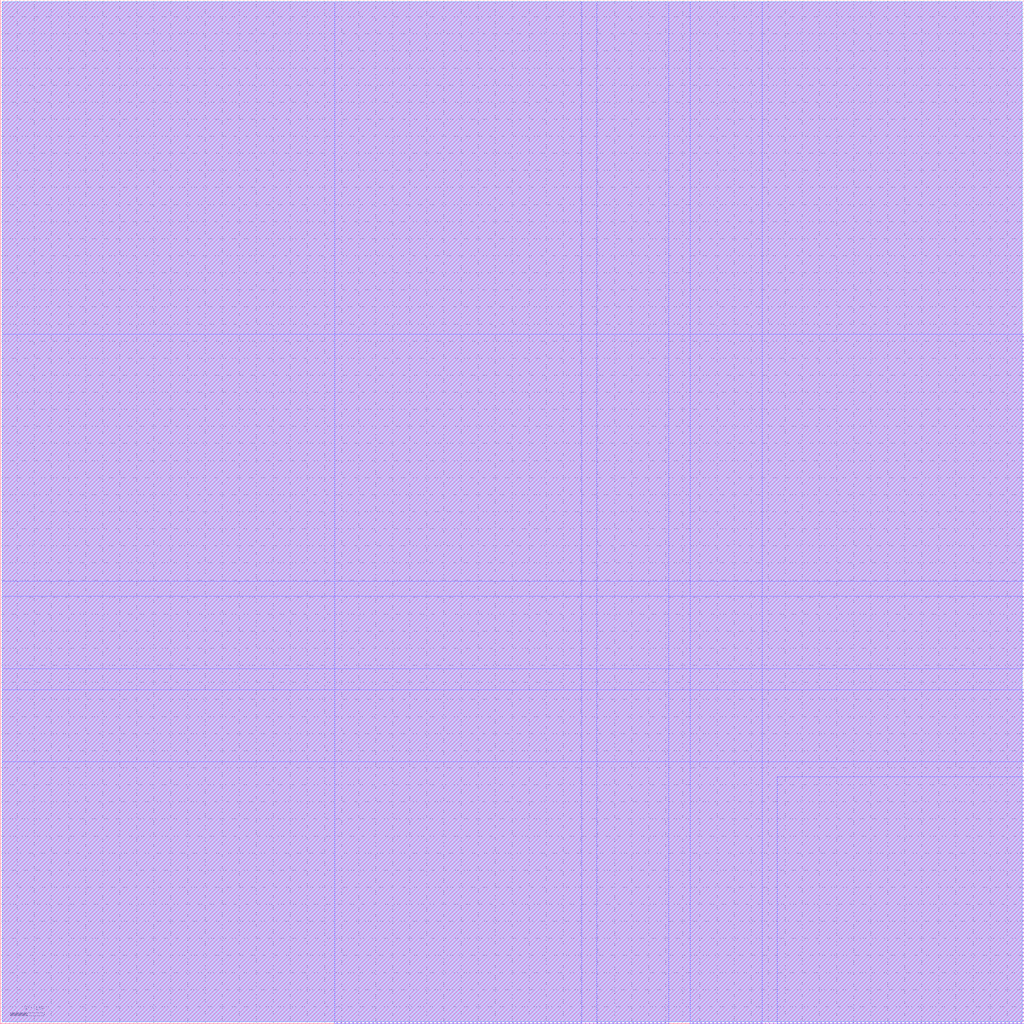
<source format=lef>
# 
# ******************************************************************************
# *                                                                            *
# *                   Copyright (C) 2004-2010, Nangate Inc.                    *
# *                           All rights reserved.                             *
# *                                                                            *
# * Nangate and the Nangate logo are trademarks of Nangate Inc.                *
# *                                                                            *
# * All trademarks, logos, software marks, and trade names (collectively the   *
# * "Marks") in this program are proprietary to Nangate or other respective    *
# * owners that have granted Nangate the right and license to use such Marks.  *
# * You are not permitted to use the Marks without the prior written consent   *
# * of Nangate or such third party that may own the Marks.                     *
# *                                                                            *
# * This file has been provided pursuant to a License Agreement containing     *
# * restrictions on its use. This file contains valuable trade secrets and     *
# * proprietary information of Nangate Inc., and is protected by U.S. and      *
# * international laws and/or treaties.                                        *
# *                                                                            *
# * The copyright notice(s) in this file does not indicate actual or intended  *
# * publication of this file.                                                  *
# *                                                                            *
# *     NGLibraryCreator, v2010.08-HR32-SP3-2010-08-05 - build 1009061800      *
# *                                                                            *
# ******************************************************************************
# 
# 
# Running on brazil06.nangate.com.br for user Giancarlo Franciscatto (gfr).
# Local time is now Fri, 3 Dec 2010, 19:32:18.
# Main process id is 27821.

VERSION 5.6 ;
BUSBITCHARS "[]" ;
DIVIDERCHAR "/" ;

UNITS
  DATABASE MICRONS 2000 ;
END UNITS

MANUFACTURINGGRID 0.0050 ;

SITE FreePDK45_38x28_10R_NP_162NW_34O
  SYMMETRY y ;
  CLASS core ;
  SIZE 0.19 BY 1.4 ;
END FreePDK45_38x28_10R_NP_162NW_34O

MACRO AND2_X1
  CLASS core ;
  FOREIGN AND2_X1 0.0 0.0 ;
  ORIGIN 0 0 ;
  SYMMETRY X Y ;
  SITE FreePDK45_38x28_10R_NP_162NW_34O ;
  SIZE 0.76 BY 1.4 ;
  PIN A1
    DIRECTION INPUT ;
    ANTENNAPARTIALMETALAREA 0.021875 LAYER metal1 ;
    ANTENNAPARTIALMETALSIDEAREA 0.078 LAYER metal1 ;
    ANTENNAGATEAREA 0.02625 ;
    PORT
      LAYER metal1 ;
        POLYGON 0.06 0.525 0.185 0.525 0.185 0.7 0.06 0.7  ;
    END
  END A1
  PIN A2
    DIRECTION INPUT ;
    ANTENNAPARTIALMETALAREA 0.02275 LAYER metal1 ;
    ANTENNAPARTIALMETALSIDEAREA 0.0793 LAYER metal1 ;
    ANTENNAGATEAREA 0.02625 ;
    PORT
      LAYER metal1 ;
        POLYGON 0.25 0.525 0.38 0.525 0.38 0.7 0.25 0.7  ;
    END
  END A2
  PIN ZN
    DIRECTION OUTPUT ;
    ANTENNAPARTIALMETALAREA 0.0954 LAYER metal1 ;
    ANTENNAPARTIALMETALSIDEAREA 0.299 LAYER metal1 ;
    ANTENNADIFFAREA 0.109725 ;
    PORT
      LAYER metal1 ;
        POLYGON 0.61 0.19 0.7 0.19 0.7 1.25 0.61 1.25  ;
    END
  END ZN
  PIN VDD
    DIRECTION INOUT ;
    USE power ;
    SHAPE ABUTMENT ;
    PORT
      LAYER metal1 ;
        POLYGON 0 1.315 0.04 1.315 0.04 0.975 0.11 0.975 0.11 1.315 0.415 1.315 0.415 0.975 0.485 0.975 0.485 1.315 0.54 1.315 0.76 1.315 0.76 1.485 0.54 1.485 0 1.485  ;
    END
  END VDD
  PIN VSS
    DIRECTION INOUT ;
    USE ground ;
    SHAPE ABUTMENT ;
    PORT
      LAYER metal1 ;
        POLYGON 0 -0.085 0.76 -0.085 0.76 0.085 0.485 0.085 0.485 0.325 0.415 0.325 0.415 0.085 0 0.085  ;
    END
  END VSS
  OBS
      LAYER metal1 ;
        POLYGON 0.235 0.84 0.47 0.84 0.47 0.46 0.045 0.46 0.045 0.19 0.115 0.19 0.115 0.39 0.54 0.39 0.54 0.91 0.305 0.91 0.305 1.25 0.235 1.25  ;
  END
END AND2_X1

MACRO AND2_X2
  CLASS core ;
  FOREIGN AND2_X2 0.0 0.0 ;
  ORIGIN 0 0 ;
  SYMMETRY X Y ;
  SITE FreePDK45_38x28_10R_NP_162NW_34O ;
  SIZE 0.95 BY 1.4 ;
  PIN A1
    DIRECTION INPUT ;
    ANTENNAPARTIALMETALAREA 0.021875 LAYER metal1 ;
    ANTENNAPARTIALMETALSIDEAREA 0.078 LAYER metal1 ;
    ANTENNAGATEAREA 0.05225 ;
    PORT
      LAYER metal1 ;
        POLYGON 0.06 0.525 0.185 0.525 0.185 0.7 0.06 0.7  ;
    END
  END A1
  PIN A2
    DIRECTION INPUT ;
    ANTENNAPARTIALMETALAREA 0.02275 LAYER metal1 ;
    ANTENNAPARTIALMETALSIDEAREA 0.0793 LAYER metal1 ;
    ANTENNAGATEAREA 0.05225 ;
    PORT
      LAYER metal1 ;
        POLYGON 0.25 0.525 0.38 0.525 0.38 0.7 0.25 0.7  ;
    END
  END A2
  PIN ZN
    DIRECTION OUTPUT ;
    ANTENNAPARTIALMETALAREA 0.0935 LAYER metal1 ;
    ANTENNAPARTIALMETALSIDEAREA 0.3081 LAYER metal1 ;
    ANTENNADIFFAREA 0.1463 ;
    PORT
      LAYER metal1 ;
        POLYGON 0.615 0.15 0.7 0.15 0.7 1.25 0.615 1.25  ;
    END
  END ZN
  PIN VDD
    DIRECTION INOUT ;
    USE power ;
    SHAPE ABUTMENT ;
    PORT
      LAYER metal1 ;
        POLYGON 0 1.315 0.04 1.315 0.04 0.975 0.11 0.975 0.11 1.315 0.415 1.315 0.415 0.975 0.485 0.975 0.485 1.315 0.545 1.315 0.795 1.315 0.795 0.975 0.865 0.975 0.865 1.315 0.95 1.315 0.95 1.485 0.545 1.485 0 1.485  ;
    END
  END VDD
  PIN VSS
    DIRECTION INOUT ;
    USE ground ;
    SHAPE ABUTMENT ;
    PORT
      LAYER metal1 ;
        POLYGON 0 -0.085 0.95 -0.085 0.95 0.085 0.865 0.085 0.865 0.425 0.795 0.425 0.795 0.085 0.485 0.085 0.485 0.285 0.415 0.285 0.415 0.085 0 0.085  ;
    END
  END VSS
  OBS
      LAYER metal1 ;
        POLYGON 0.235 0.84 0.475 0.84 0.475 0.46 0.045 0.46 0.045 0.15 0.115 0.15 0.115 0.39 0.545 0.39 0.545 0.91 0.305 0.91 0.305 1.25 0.235 1.25  ;
  END
END AND2_X2

MACRO AND2_X4
  CLASS core ;
  FOREIGN AND2_X4 0.0 0.0 ;
  ORIGIN 0 0 ;
  SYMMETRY X Y ;
  SITE FreePDK45_38x28_10R_NP_162NW_34O ;
  SIZE 1.71 BY 1.4 ;
  PIN A1
    DIRECTION INPUT ;
    ANTENNAPARTIALMETALAREA 0.0312 LAYER metal1 ;
    ANTENNAPARTIALMETALSIDEAREA 0.0962 LAYER metal1 ;
    ANTENNAGATEAREA 0.1045 ;
    PORT
      LAYER metal1 ;
        POLYGON 0.25 0.42 0.38 0.42 0.38 0.66 0.25 0.66  ;
    END
  END A1
  PIN A2
    DIRECTION INPUT ;
    ANTENNAPARTIALMETALAREA 0.101125 LAYER metal1 ;
    ANTENNAPARTIALMETALSIDEAREA 0.3315 LAYER metal1 ;
    ANTENNAGATEAREA 0.1045 ;
    PORT
      LAYER metal1 ;
        POLYGON 0.06 0.42 0.185 0.42 0.185 0.725 0.69 0.725 0.69 0.525 0.76 0.525 0.76 0.795 0.06 0.795  ;
    END
  END A2
  PIN ZN
    DIRECTION OUTPUT ;
    ANTENNAPARTIALMETALAREA 0.19045 LAYER metal1 ;
    ANTENNAPARTIALMETALSIDEAREA 0.6682 LAYER metal1 ;
    ANTENNADIFFAREA 0.2926 ;
    PORT
      LAYER metal1 ;
        POLYGON 0.995 0.15 1.08 0.15 1.08 0.68 1.365 0.68 1.365 0.15 1.435 0.15 1.435 1.25 1.365 1.25 1.365 0.75 1.08 0.75 1.08 1.25 0.995 1.25  ;
    END
  END ZN
  PIN VDD
    DIRECTION INOUT ;
    USE power ;
    SHAPE ABUTMENT ;
    PORT
      LAYER metal1 ;
        POLYGON 0 1.315 0.04 1.315 0.04 0.995 0.11 0.995 0.11 1.315 0.415 1.315 0.415 0.995 0.485 0.995 0.485 1.315 0.795 1.315 0.795 0.995 0.865 0.995 0.865 1.315 0.92 1.315 1.175 1.315 1.175 0.995 1.245 0.995 1.245 1.315 1.555 1.315 1.555 0.995 1.625 0.995 1.625 1.315 1.71 1.315 1.71 1.485 0.92 1.485 0 1.485  ;
    END
  END VDD
  PIN VSS
    DIRECTION INOUT ;
    USE ground ;
    SHAPE ABUTMENT ;
    PORT
      LAYER metal1 ;
        POLYGON 0 -0.085 1.71 -0.085 1.71 0.085 1.625 0.085 1.625 0.355 1.555 0.355 1.555 0.085 1.245 0.085 1.245 0.355 1.175 0.355 1.175 0.085 0.865 0.085 0.865 0.215 0.795 0.215 0.795 0.085 0.11 0.085 0.11 0.355 0.04 0.355 0.04 0.085 0 0.085  ;
    END
  END VSS
  OBS
      LAYER metal1 ;
        POLYGON 0.235 0.86 0.85 0.86 0.85 0.355 0.425 0.355 0.425 0.22 0.495 0.22 0.495 0.285 0.92 0.285 0.92 0.93 0.675 0.93 0.675 1.25 0.605 1.25 0.605 0.93 0.305 0.93 0.305 1.25 0.235 1.25  ;
  END
END AND2_X4

MACRO AND3_X1
  CLASS core ;
  FOREIGN AND3_X1 0.0 0.0 ;
  ORIGIN 0 0 ;
  SYMMETRY X Y ;
  SITE FreePDK45_38x28_10R_NP_162NW_34O ;
  SIZE 0.95 BY 1.4 ;
  PIN A1
    DIRECTION INPUT ;
    ANTENNAPARTIALMETALAREA 0.021875 LAYER metal1 ;
    ANTENNAPARTIALMETALSIDEAREA 0.078 LAYER metal1 ;
    ANTENNAGATEAREA 0.02625 ;
    PORT
      LAYER metal1 ;
        POLYGON 0.06 0.525 0.185 0.525 0.185 0.7 0.06 0.7  ;
    END
  END A1
  PIN A2
    DIRECTION INPUT ;
    ANTENNAPARTIALMETALAREA 0.021875 LAYER metal1 ;
    ANTENNAPARTIALMETALSIDEAREA 0.078 LAYER metal1 ;
    ANTENNAGATEAREA 0.02625 ;
    PORT
      LAYER metal1 ;
        POLYGON 0.25 0.525 0.375 0.525 0.375 0.7 0.25 0.7  ;
    END
  END A2
  PIN A3
    DIRECTION INPUT ;
    ANTENNAPARTIALMETALAREA 0.02275 LAYER metal1 ;
    ANTENNAPARTIALMETALSIDEAREA 0.0793 LAYER metal1 ;
    ANTENNAGATEAREA 0.02625 ;
    PORT
      LAYER metal1 ;
        POLYGON 0.44 0.525 0.57 0.525 0.57 0.7 0.44 0.7  ;
    END
  END A3
  PIN ZN
    DIRECTION OUTPUT ;
    ANTENNAPARTIALMETALAREA 0.088 LAYER metal1 ;
    ANTENNAPARTIALMETALSIDEAREA 0.3146 LAYER metal1 ;
    ANTENNADIFFAREA 0.109725 ;
    PORT
      LAYER metal1 ;
        POLYGON 0.8 0.975 0.82 0.975 0.82 0.425 0.8 0.425 0.8 0.15 0.89 0.15 0.89 1.25 0.8 1.25  ;
    END
  END ZN
  PIN VDD
    DIRECTION INOUT ;
    USE power ;
    SHAPE ABUTMENT ;
    PORT
      LAYER metal1 ;
        POLYGON 0 1.315 0.225 1.315 0.225 1.04 0.295 1.04 0.295 1.315 0.605 1.315 0.605 1 0.675 1 0.675 1.315 0.755 1.315 0.95 1.315 0.95 1.485 0.755 1.485 0 1.485  ;
    END
  END VDD
  PIN VSS
    DIRECTION INOUT ;
    USE ground ;
    SHAPE ABUTMENT ;
    PORT
      LAYER metal1 ;
        POLYGON 0 -0.085 0.95 -0.085 0.95 0.085 0.675 0.085 0.675 0.285 0.605 0.285 0.605 0.085 0 0.085  ;
    END
  END VSS
  OBS
      LAYER metal1 ;
        POLYGON 0.045 0.865 0.635 0.865 0.635 0.42 0.045 0.42 0.045 0.15 0.115 0.15 0.115 0.35 0.705 0.35 0.705 0.525 0.755 0.525 0.755 0.66 0.705 0.66 0.705 0.935 0.485 0.935 0.485 1.25 0.415 1.25 0.415 0.935 0.115 0.935 0.115 1.25 0.045 1.25  ;
  END
END AND3_X1

MACRO AND3_X2
  CLASS core ;
  FOREIGN AND3_X2 0.0 0.0 ;
  ORIGIN 0 0 ;
  SYMMETRY X Y ;
  SITE FreePDK45_38x28_10R_NP_162NW_34O ;
  SIZE 1.14 BY 1.4 ;
  PIN A1
    DIRECTION INPUT ;
    ANTENNAPARTIALMETALAREA 0.021875 LAYER metal1 ;
    ANTENNAPARTIALMETALSIDEAREA 0.078 LAYER metal1 ;
    ANTENNAGATEAREA 0.05225 ;
    PORT
      LAYER metal1 ;
        POLYGON 0.06 0.525 0.185 0.525 0.185 0.7 0.06 0.7  ;
    END
  END A1
  PIN A2
    DIRECTION INPUT ;
    ANTENNAPARTIALMETALAREA 0.021875 LAYER metal1 ;
    ANTENNAPARTIALMETALSIDEAREA 0.078 LAYER metal1 ;
    ANTENNAGATEAREA 0.05225 ;
    PORT
      LAYER metal1 ;
        POLYGON 0.25 0.525 0.375 0.525 0.375 0.7 0.25 0.7  ;
    END
  END A2
  PIN A3
    DIRECTION INPUT ;
    ANTENNAPARTIALMETALAREA 0.02275 LAYER metal1 ;
    ANTENNAPARTIALMETALSIDEAREA 0.0793 LAYER metal1 ;
    ANTENNAGATEAREA 0.05225 ;
    PORT
      LAYER metal1 ;
        POLYGON 0.44 0.525 0.57 0.525 0.57 0.7 0.44 0.7  ;
    END
  END A3
  PIN ZN
    DIRECTION OUTPUT ;
    ANTENNAPARTIALMETALAREA 0.0935 LAYER metal1 ;
    ANTENNAPARTIALMETALSIDEAREA 0.3081 LAYER metal1 ;
    ANTENNADIFFAREA 0.1463 ;
    PORT
      LAYER metal1 ;
        POLYGON 0.805 0.15 0.89 0.15 0.89 1.25 0.805 1.25  ;
    END
  END ZN
  PIN VDD
    DIRECTION INOUT ;
    USE power ;
    SHAPE ABUTMENT ;
    PORT
      LAYER metal1 ;
        POLYGON 0 1.315 0.225 1.315 0.225 0.975 0.295 0.975 0.295 1.315 0.605 1.315 0.605 0.975 0.675 0.975 0.675 1.315 0.735 1.315 0.99 1.315 0.99 0.975 1.06 0.975 1.06 1.315 1.14 1.315 1.14 1.485 0.735 1.485 0 1.485  ;
    END
  END VDD
  PIN VSS
    DIRECTION INOUT ;
    USE ground ;
    SHAPE ABUTMENT ;
    PORT
      LAYER metal1 ;
        POLYGON 0 -0.085 1.14 -0.085 1.14 0.085 1.06 0.085 1.06 0.425 0.99 0.425 0.99 0.085 0.675 0.085 0.675 0.285 0.605 0.285 0.605 0.085 0 0.085  ;
    END
  END VSS
  OBS
      LAYER metal1 ;
        POLYGON 0.045 0.8 0.665 0.8 0.665 0.425 0.045 0.425 0.045 0.15 0.115 0.15 0.115 0.355 0.735 0.355 0.735 0.87 0.485 0.87 0.485 1.25 0.415 1.25 0.415 0.87 0.115 0.87 0.115 1.25 0.045 1.25  ;
  END
END AND3_X2

MACRO AND3_X4
  CLASS core ;
  FOREIGN AND3_X4 0.0 0.0 ;
  ORIGIN 0 0 ;
  SYMMETRY X Y ;
  SITE FreePDK45_38x28_10R_NP_162NW_34O ;
  SIZE 2.09 BY 1.4 ;
  PIN A1
    DIRECTION INPUT ;
    ANTENNAPARTIALMETALAREA 0.019575 LAYER metal1 ;
    ANTENNAPARTIALMETALSIDEAREA 0.0728 LAYER metal1 ;
    ANTENNAGATEAREA 0.1045 ;
    PORT
      LAYER metal1 ;
        POLYGON 0.595 0.555 0.73 0.555 0.73 0.7 0.595 0.7  ;
    END
  END A1
  PIN A2
    DIRECTION INPUT ;
    ANTENNAPARTIALMETALAREA 0.0819 LAYER metal1 ;
    ANTENNAPARTIALMETALSIDEAREA 0.2756 LAYER metal1 ;
    ANTENNAGATEAREA 0.1045 ;
    PORT
      LAYER metal1 ;
        POLYGON 0.34 0.42 0.95 0.42 0.95 0.7 0.82 0.7 0.82 0.49 0.41 0.49 0.41 0.66 0.34 0.66  ;
    END
  END A2
  PIN A3
    DIRECTION INPUT ;
    ANTENNAPARTIALMETALAREA 0.1155 LAYER metal1 ;
    ANTENNAPARTIALMETALSIDEAREA 0.4238 LAYER metal1 ;
    ANTENNAGATEAREA 0.1045 ;
    PORT
      LAYER metal1 ;
        POLYGON 0.06 0.525 0.19 0.525 0.19 0.765 1.07 0.765 1.07 0.525 1.14 0.525 1.14 0.835 0.12 0.835 0.12 0.7 0.06 0.7  ;
    END
  END A3
  PIN ZN
    DIRECTION OUTPUT ;
    ANTENNAPARTIALMETALAREA 0.196 LAYER metal1 ;
    ANTENNAPARTIALMETALSIDEAREA 0.65 LAYER metal1 ;
    ANTENNADIFFAREA 0.2926 ;
    PORT
      LAYER metal1 ;
        POLYGON 1.375 0.15 1.445 0.15 1.445 0.56 1.745 0.56 1.745 0.15 1.815 0.15 1.815 1.25 1.745 1.25 1.745 0.7 1.445 0.7 1.445 1.25 1.375 1.25  ;
    END
  END ZN
  PIN VDD
    DIRECTION INOUT ;
    USE power ;
    SHAPE ABUTMENT ;
    PORT
      LAYER metal1 ;
        POLYGON 0 1.315 0.04 1.315 0.04 1.035 0.11 1.035 0.11 1.315 0.415 1.315 0.415 1.035 0.485 1.035 0.485 1.315 0.795 1.315 0.795 1.035 0.865 1.035 0.865 1.315 1.175 1.315 1.175 1.035 1.245 1.035 1.245 1.315 1.305 1.315 1.555 1.315 1.555 1.035 1.625 1.035 1.625 1.315 1.935 1.315 1.935 1.035 2.005 1.035 2.005 1.315 2.09 1.315 2.09 1.485 1.305 1.485 0 1.485  ;
    END
  END VDD
  PIN VSS
    DIRECTION INOUT ;
    USE ground ;
    SHAPE ABUTMENT ;
    PORT
      LAYER metal1 ;
        POLYGON 0 -0.085 2.09 -0.085 2.09 0.085 2.005 0.085 2.005 0.425 1.935 0.425 1.935 0.085 1.625 0.085 1.625 0.425 1.555 0.425 1.555 0.085 1.245 0.085 1.245 0.195 1.175 0.195 1.175 0.085 0.11 0.085 0.11 0.425 0.04 0.425 0.04 0.085 0 0.085  ;
    END
  END VSS
  OBS
      LAYER metal1 ;
        POLYGON 0.235 0.9 1.235 0.9 1.235 0.33 0.615 0.33 0.615 0.15 0.685 0.15 0.685 0.26 1.305 0.26 1.305 0.97 1.055 0.97 1.055 1.25 0.985 1.25 0.985 0.97 0.675 0.97 0.675 1.25 0.605 1.25 0.605 0.97 0.305 0.97 0.305 1.25 0.235 1.25  ;
  END
END AND3_X4

MACRO AND4_X1
  CLASS core ;
  FOREIGN AND4_X1 0.0 0.0 ;
  ORIGIN 0 0 ;
  SYMMETRY X Y ;
  SITE FreePDK45_38x28_10R_NP_162NW_34O ;
  SIZE 1.14 BY 1.4 ;
  PIN A1
    DIRECTION INPUT ;
    ANTENNAPARTIALMETALAREA 0.021875 LAYER metal1 ;
    ANTENNAPARTIALMETALSIDEAREA 0.078 LAYER metal1 ;
    ANTENNAGATEAREA 0.02625 ;
    PORT
      LAYER metal1 ;
        POLYGON 0.06 0.525 0.185 0.525 0.185 0.7 0.06 0.7  ;
    END
  END A1
  PIN A2
    DIRECTION INPUT ;
    ANTENNAPARTIALMETALAREA 0.021875 LAYER metal1 ;
    ANTENNAPARTIALMETALSIDEAREA 0.078 LAYER metal1 ;
    ANTENNAGATEAREA 0.02625 ;
    PORT
      LAYER metal1 ;
        POLYGON 0.25 0.525 0.375 0.525 0.375 0.7 0.25 0.7  ;
    END
  END A2
  PIN A3
    DIRECTION INPUT ;
    ANTENNAPARTIALMETALAREA 0.021875 LAYER metal1 ;
    ANTENNAPARTIALMETALSIDEAREA 0.078 LAYER metal1 ;
    ANTENNAGATEAREA 0.02625 ;
    PORT
      LAYER metal1 ;
        POLYGON 0.44 0.525 0.565 0.525 0.565 0.7 0.44 0.7  ;
    END
  END A3
  PIN A4
    DIRECTION INPUT ;
    ANTENNAPARTIALMETALAREA 0.02275 LAYER metal1 ;
    ANTENNAPARTIALMETALSIDEAREA 0.0793 LAYER metal1 ;
    ANTENNAGATEAREA 0.02625 ;
    PORT
      LAYER metal1 ;
        POLYGON 0.63 0.525 0.76 0.525 0.76 0.7 0.63 0.7  ;
    END
  END A4
  PIN ZN
    DIRECTION OUTPUT ;
    ANTENNAPARTIALMETALAREA 0.099 LAYER metal1 ;
    ANTENNAPARTIALMETALSIDEAREA 0.3094 LAYER metal1 ;
    ANTENNADIFFAREA 0.109725 ;
    PORT
      LAYER metal1 ;
        POLYGON 0.99 0.15 1.08 0.15 1.08 1.25 0.99 1.25  ;
    END
  END ZN
  PIN VDD
    DIRECTION INOUT ;
    USE power ;
    SHAPE ABUTMENT ;
    PORT
      LAYER metal1 ;
        POLYGON 0 1.315 0.04 1.315 0.04 0.975 0.11 0.975 0.11 1.315 0.415 1.315 0.415 0.975 0.485 0.975 0.485 1.315 0.795 1.315 0.795 0.975 0.865 0.975 0.865 1.315 0.925 1.315 1.14 1.315 1.14 1.485 0.925 1.485 0 1.485  ;
    END
  END VDD
  PIN VSS
    DIRECTION INOUT ;
    USE ground ;
    SHAPE ABUTMENT ;
    PORT
      LAYER metal1 ;
        POLYGON 0 -0.085 1.14 -0.085 1.14 0.085 0.865 0.085 0.865 0.285 0.795 0.285 0.795 0.085 0 0.085  ;
    END
  END VSS
  OBS
      LAYER metal1 ;
        POLYGON 0.235 0.84 0.855 0.84 0.855 0.42 0.045 0.42 0.045 0.15 0.115 0.15 0.115 0.35 0.925 0.35 0.925 0.91 0.675 0.91 0.675 1.25 0.605 1.25 0.605 0.91 0.305 0.91 0.305 1.25 0.235 1.25  ;
  END
END AND4_X1

MACRO AND4_X2
  CLASS core ;
  FOREIGN AND4_X2 0.0 0.0 ;
  ORIGIN 0 0 ;
  SYMMETRY X Y ;
  SITE FreePDK45_38x28_10R_NP_162NW_34O ;
  SIZE 1.33 BY 1.4 ;
  PIN A1
    DIRECTION INPUT ;
    ANTENNAPARTIALMETALAREA 0.021875 LAYER metal1 ;
    ANTENNAPARTIALMETALSIDEAREA 0.078 LAYER metal1 ;
    ANTENNAGATEAREA 0.05225 ;
    PORT
      LAYER metal1 ;
        POLYGON 0.06 0.525 0.185 0.525 0.185 0.7 0.06 0.7  ;
    END
  END A1
  PIN A2
    DIRECTION INPUT ;
    ANTENNAPARTIALMETALAREA 0.021875 LAYER metal1 ;
    ANTENNAPARTIALMETALSIDEAREA 0.078 LAYER metal1 ;
    ANTENNAGATEAREA 0.05225 ;
    PORT
      LAYER metal1 ;
        POLYGON 0.25 0.525 0.375 0.525 0.375 0.7 0.25 0.7  ;
    END
  END A2
  PIN A3
    DIRECTION INPUT ;
    ANTENNAPARTIALMETALAREA 0.021875 LAYER metal1 ;
    ANTENNAPARTIALMETALSIDEAREA 0.078 LAYER metal1 ;
    ANTENNAGATEAREA 0.05225 ;
    PORT
      LAYER metal1 ;
        POLYGON 0.44 0.525 0.565 0.525 0.565 0.7 0.44 0.7  ;
    END
  END A3
  PIN A4
    DIRECTION INPUT ;
    ANTENNAPARTIALMETALAREA 0.02275 LAYER metal1 ;
    ANTENNAPARTIALMETALSIDEAREA 0.0793 LAYER metal1 ;
    ANTENNAGATEAREA 0.05225 ;
    PORT
      LAYER metal1 ;
        POLYGON 0.63 0.525 0.76 0.525 0.76 0.7 0.63 0.7  ;
    END
  END A4
  PIN ZN
    DIRECTION OUTPUT ;
    ANTENNAPARTIALMETALAREA 0.0935 LAYER metal1 ;
    ANTENNAPARTIALMETALSIDEAREA 0.3081 LAYER metal1 ;
    ANTENNADIFFAREA 0.1463 ;
    PORT
      LAYER metal1 ;
        POLYGON 0.995 0.15 1.08 0.15 1.08 1.25 0.995 1.25  ;
    END
  END ZN
  PIN VDD
    DIRECTION INOUT ;
    USE power ;
    SHAPE ABUTMENT ;
    PORT
      LAYER metal1 ;
        POLYGON 0 1.315 0.04 1.315 0.04 0.975 0.11 0.975 0.11 1.315 0.415 1.315 0.415 0.975 0.485 0.975 0.485 1.315 0.795 1.315 0.795 0.975 0.865 0.975 0.865 1.315 0.925 1.315 1.18 1.315 1.18 0.975 1.25 0.975 1.25 1.315 1.33 1.315 1.33 1.485 0.925 1.485 0 1.485  ;
    END
  END VDD
  PIN VSS
    DIRECTION INOUT ;
    USE ground ;
    SHAPE ABUTMENT ;
    PORT
      LAYER metal1 ;
        POLYGON 0 -0.085 1.33 -0.085 1.33 0.085 1.25 0.085 1.25 0.425 1.18 0.425 1.18 0.085 0.865 0.085 0.865 0.27 0.795 0.27 0.795 0.085 0 0.085  ;
    END
  END VSS
  OBS
      LAYER metal1 ;
        POLYGON 0.235 0.8 0.855 0.8 0.855 0.425 0.045 0.425 0.045 0.15 0.115 0.15 0.115 0.355 0.925 0.355 0.925 0.87 0.675 0.87 0.675 1.25 0.605 1.25 0.605 0.87 0.305 0.87 0.305 1.25 0.235 1.25  ;
  END
END AND4_X2

MACRO AND4_X4
  CLASS core ;
  FOREIGN AND4_X4 0.0 0.0 ;
  ORIGIN 0 0 ;
  SYMMETRY X Y ;
  SITE FreePDK45_38x28_10R_NP_162NW_34O ;
  SIZE 2.47 BY 1.4 ;
  PIN A1
    DIRECTION INPUT ;
    ANTENNAPARTIALMETALAREA 0.0189 LAYER metal1 ;
    ANTENNAPARTIALMETALSIDEAREA 0.0715 LAYER metal1 ;
    ANTENNAGATEAREA 0.1045 ;
    PORT
      LAYER metal1 ;
        POLYGON 0.8 0.56 0.935 0.56 0.935 0.7 0.8 0.7  ;
    END
  END A1
  PIN A2
    DIRECTION INPUT ;
    ANTENNAPARTIALMETALAREA 0.079125 LAYER metal1 ;
    ANTENNAPARTIALMETALSIDEAREA 0.2626 LAYER metal1 ;
    ANTENNAGATEAREA 0.1045 ;
    PORT
      LAYER metal1 ;
        POLYGON 0.565 0.425 1.135 0.425 1.135 0.66 1.065 0.66 1.065 0.495 0.7 0.495 0.7 0.7 0.565 0.7  ;
    END
  END A2
  PIN A3
    DIRECTION INPUT ;
    ANTENNAPARTIALMETALAREA 0.121975 LAYER metal1 ;
    ANTENNAPARTIALMETALSIDEAREA 0.403 LAYER metal1 ;
    ANTENNAGATEAREA 0.1045 ;
    PORT
      LAYER metal1 ;
        POLYGON 0.355 0.525 0.425 0.525 0.425 0.77 1.2 0.77 1.2 0.525 1.345 0.525 1.345 0.84 0.355 0.84  ;
    END
  END A3
  PIN A4
    DIRECTION INPUT ;
    ANTENNAPARTIALMETALAREA 0.164325 LAYER metal1 ;
    ANTENNAPARTIALMETALSIDEAREA 0.5993 LAYER metal1 ;
    ANTENNAGATEAREA 0.1045 ;
    PORT
      LAYER metal1 ;
        POLYGON 0.06 0.525 0.205 0.525 0.205 0.905 1.465 0.905 1.465 0.525 1.535 0.525 1.535 0.975 0.135 0.975 0.135 0.7 0.06 0.7  ;
    END
  END A4
  PIN ZN
    DIRECTION OUTPUT ;
    ANTENNAPARTIALMETALAREA 0.1505 LAYER metal1 ;
    ANTENNAPARTIALMETALSIDEAREA 0.481 LAYER metal1 ;
    ANTENNADIFFAREA 0.2926 ;
    PORT
      LAYER metal1 ;
        POLYGON 1.77 0.15 1.84 0.15 1.84 0.56 2.14 0.56 2.14 0.15 2.21 0.15 2.21 0.925 2.14 0.925 2.14 0.7 1.84 0.7 1.84 0.925 1.77 0.925  ;
    END
  END ZN
  PIN VDD
    DIRECTION INOUT ;
    USE power ;
    SHAPE ABUTMENT ;
    PORT
      LAYER metal1 ;
        POLYGON 0 1.315 0.055 1.315 0.055 1.065 0.125 1.065 0.125 1.315 0.43 1.315 0.43 1.175 0.5 1.175 0.5 1.315 0.81 1.315 0.81 1.175 0.88 1.175 0.88 1.315 1.19 1.315 1.19 1.175 1.26 1.175 1.26 1.315 1.57 1.315 1.57 1.175 1.64 1.175 1.64 1.315 1.705 1.315 1.95 1.315 1.95 1.065 2.02 1.065 2.02 1.315 2.33 1.315 2.33 1.065 2.4 1.065 2.4 1.315 2.47 1.315 2.47 1.485 1.705 1.485 0 1.485  ;
    END
  END VDD
  PIN VSS
    DIRECTION INOUT ;
    USE ground ;
    SHAPE ABUTMENT ;
    PORT
      LAYER metal1 ;
        POLYGON 0 -0.085 2.47 -0.085 2.47 0.085 2.4 0.085 2.4 0.425 2.33 0.425 2.33 0.085 2.02 0.085 2.02 0.425 1.95 0.425 1.95 0.085 1.64 0.085 1.64 0.195 1.57 0.195 1.57 0.085 0.125 0.085 0.125 0.425 0.055 0.425 0.055 0.085 0 0.085  ;
    END
  END VSS
  OBS
      LAYER metal1 ;
        POLYGON 0.215 1.04 1.635 1.04 1.635 0.36 0.785 0.36 0.785 0.29 1.705 0.29 1.705 1.11 0.215 1.11  ;
  END
END AND4_X4

MACRO ANTENNA_X1
  CLASS core ;
  FOREIGN ANTENNA_X1 0.0 0.0 ;
  ORIGIN 0 0 ;
  SYMMETRY X Y ;
  SITE FreePDK45_38x28_10R_NP_162NW_34O ;
  SIZE 0.19 BY 1.4 ;
  PIN A
    DIRECTION INPUT ;
    ANTENNAPARTIALMETALAREA 0.0231 LAYER metal1 ;
    ANTENNAPARTIALMETALSIDEAREA 0.104 LAYER metal1 ;
    ANTENNAGATEAREA 0.0162 ;
    PORT
      LAYER metal1 ;
        POLYGON 0.06 0.42 0.13 0.42 0.13 0.75 0.06 0.75  ;
    END
  END A
  PIN VDD
    DIRECTION INOUT ;
    USE power ;
    SHAPE ABUTMENT ;
    PORT
      LAYER metal1 ;
        POLYGON 0 1.315 0.19 1.315 0.19 1.485 0 1.485  ;
    END
  END VDD
  PIN VSS
    DIRECTION INOUT ;
    USE ground ;
    SHAPE ABUTMENT ;
    PORT
      LAYER metal1 ;
        POLYGON 0 -0.085 0.19 -0.085 0.19 0.085 0 0.085  ;
    END
  END VSS
END ANTENNA_X1

MACRO AOI211_X1
  CLASS core ;
  FOREIGN AOI211_X1 0.0 0.0 ;
  ORIGIN 0 0 ;
  SYMMETRY X Y ;
  SITE FreePDK45_38x28_10R_NP_162NW_34O ;
  SIZE 0.95 BY 1.4 ;
  PIN A
    DIRECTION INPUT ;
    ANTENNAPARTIALMETALAREA 0.021875 LAYER metal1 ;
    ANTENNAPARTIALMETALSIDEAREA 0.078 LAYER metal1 ;
    ANTENNAGATEAREA 0.05225 ;
    PORT
      LAYER metal1 ;
        POLYGON 0.765 0.525 0.89 0.525 0.89 0.7 0.765 0.7  ;
    END
  END A
  PIN B
    DIRECTION INPUT ;
    ANTENNAPARTIALMETALAREA 0.021875 LAYER metal1 ;
    ANTENNAPARTIALMETALSIDEAREA 0.078 LAYER metal1 ;
    ANTENNAGATEAREA 0.05225 ;
    PORT
      LAYER metal1 ;
        POLYGON 0.575 0.525 0.7 0.525 0.7 0.7 0.575 0.7  ;
    END
  END B
  PIN C1
    DIRECTION INPUT ;
    ANTENNAPARTIALMETALAREA 0.0175 LAYER metal1 ;
    ANTENNAPARTIALMETALSIDEAREA 0.0715 LAYER metal1 ;
    ANTENNAGATEAREA 0.05225 ;
    PORT
      LAYER metal1 ;
        POLYGON 0.41 0.525 0.51 0.525 0.51 0.7 0.41 0.7  ;
    END
  END C1
  PIN C2
    DIRECTION INPUT ;
    ANTENNAPARTIALMETALAREA 0.02625 LAYER metal1 ;
    ANTENNAPARTIALMETALSIDEAREA 0.0845 LAYER metal1 ;
    ANTENNAGATEAREA 0.05225 ;
    PORT
      LAYER metal1 ;
        POLYGON 0.06 0.525 0.21 0.525 0.21 0.7 0.06 0.7  ;
    END
  END C2
  PIN ZN
    DIRECTION OUTPUT ;
    ANTENNAPARTIALMETALAREA 0.124175 LAYER metal1 ;
    ANTENNAPARTIALMETALSIDEAREA 0.468 LAYER metal1 ;
    ANTENNADIFFAREA 0.189875 ;
    PORT
      LAYER metal1 ;
        POLYGON 0.275 0.355 0.44 0.355 0.44 0.15 0.525 0.15 0.525 0.355 0.835 0.355 0.835 0.15 0.905 0.15 0.905 0.425 0.345 0.425 0.345 1.115 0.275 1.115  ;
    END
  END ZN
  PIN VDD
    DIRECTION INOUT ;
    USE power ;
    SHAPE ABUTMENT ;
    PORT
      LAYER metal1 ;
        POLYGON 0 1.315 0.525 1.315 0.835 1.315 0.835 0.905 0.905 0.905 0.905 1.315 0.95 1.315 0.95 1.485 0.525 1.485 0 1.485  ;
    END
  END VDD
  PIN VSS
    DIRECTION INOUT ;
    USE ground ;
    SHAPE ABUTMENT ;
    PORT
      LAYER metal1 ;
        POLYGON 0 -0.085 0.95 -0.085 0.95 0.085 0.715 0.085 0.715 0.285 0.645 0.285 0.645 0.085 0.15 0.085 0.15 0.425 0.08 0.425 0.08 0.085 0 0.085  ;
    END
  END VSS
  OBS
      LAYER metal1 ;
        POLYGON 0.085 0.905 0.155 0.905 0.155 1.18 0.455 1.18 0.455 0.905 0.525 0.905 0.525 1.25 0.085 1.25  ;
  END
END AOI211_X1

MACRO AOI211_X2
  CLASS core ;
  FOREIGN AOI211_X2 0.0 0.0 ;
  ORIGIN 0 0 ;
  SYMMETRY X Y ;
  SITE FreePDK45_38x28_10R_NP_162NW_34O ;
  SIZE 1.71 BY 1.4 ;
  PIN A
    DIRECTION INPUT ;
    ANTENNAPARTIALMETALAREA 0.0189 LAYER metal1 ;
    ANTENNAPARTIALMETALSIDEAREA 0.0715 LAYER metal1 ;
    ANTENNAGATEAREA 0.1045 ;
    PORT
      LAYER metal1 ;
        POLYGON 0.39 0.56 0.525 0.56 0.525 0.7 0.39 0.7  ;
    END
  END A
  PIN B
    DIRECTION INPUT ;
    ANTENNAPARTIALMETALAREA 0.0951 LAYER metal1 ;
    ANTENNAPARTIALMETALSIDEAREA 0.3224 LAYER metal1 ;
    ANTENNAGATEAREA 0.1045 ;
    PORT
      LAYER metal1 ;
        POLYGON 0.06 0.525 0.185 0.525 0.185 0.765 0.68 0.765 0.68 0.525 0.75 0.525 0.75 0.835 0.06 0.835  ;
    END
  END B
  PIN C1
    DIRECTION INPUT ;
    ANTENNAPARTIALMETALAREA 0.0189 LAYER metal1 ;
    ANTENNAPARTIALMETALSIDEAREA 0.0715 LAYER metal1 ;
    ANTENNAGATEAREA 0.1045 ;
    PORT
      LAYER metal1 ;
        POLYGON 1.19 0.56 1.325 0.56 1.325 0.7 1.19 0.7  ;
    END
  END C1
  PIN C2
    DIRECTION INPUT ;
    ANTENNAPARTIALMETALAREA 0.08205 LAYER metal1 ;
    ANTENNAPARTIALMETALSIDEAREA 0.2925 LAYER metal1 ;
    ANTENNAGATEAREA 0.1045 ;
    PORT
      LAYER metal1 ;
        POLYGON 0.965 0.425 1.65 0.425 1.65 0.7 1.54 0.7 1.54 0.495 1.035 0.495 1.035 0.66 0.965 0.66  ;
    END
  END C2
  PIN ZN
    DIRECTION OUTPUT ;
    ANTENNAPARTIALMETALAREA 0.2202 LAYER metal1 ;
    ANTENNAPARTIALMETALSIDEAREA 0.7709 LAYER metal1 ;
    ANTENNADIFFAREA 0.3507 ;
    PORT
      LAYER metal1 ;
        POLYGON 0.89 0.765 1.475 0.765 1.475 1.055 1.405 1.055 1.405 0.835 1.095 0.835 1.095 1.055 1.025 1.055 1.025 0.835 0.82 0.835 0.82 0.355 0.2 0.355 0.2 0.15 0.335 0.15 0.335 0.285 1.185 0.285 1.185 0.15 1.32 0.15 1.32 0.355 0.89 0.355  ;
    END
  END ZN
  PIN VDD
    DIRECTION INOUT ;
    USE power ;
    SHAPE ABUTMENT ;
    PORT
      LAYER metal1 ;
        POLYGON 0 1.315 0.42 1.315 0.42 1.035 0.49 1.035 0.49 1.315 1.665 1.315 1.71 1.315 1.71 1.485 1.665 1.485 0 1.485  ;
    END
  END VDD
  PIN VSS
    DIRECTION INOUT ;
    USE ground ;
    SHAPE ABUTMENT ;
    PORT
      LAYER metal1 ;
        POLYGON 0 -0.085 1.71 -0.085 1.71 0.085 1.665 0.085 1.665 0.355 1.595 0.355 1.595 0.085 0.895 0.085 0.895 0.215 0.825 0.215 0.825 0.085 0.5 0.085 0.5 0.215 0.43 0.215 0.43 0.085 0.115 0.085 0.115 0.355 0.045 0.355 0.045 0.085 0 0.085  ;
    END
  END VSS
  OBS
      LAYER metal1 ;
        POLYGON 0.05 0.9 0.885 0.9 0.885 1.18 1.22 1.18 1.22 0.975 1.29 0.975 1.29 1.18 1.595 1.18 1.595 0.975 1.665 0.975 1.665 1.25 0.815 1.25 0.815 0.97 0.12 0.97 0.12 1.25 0.05 1.25  ;
  END
END AOI211_X2

MACRO AOI211_X4
  CLASS core ;
  FOREIGN AOI211_X4 0.0 0.0 ;
  ORIGIN 0 0 ;
  SYMMETRY X Y ;
  SITE FreePDK45_38x28_10R_NP_162NW_34O ;
  SIZE 2.09 BY 1.4 ;
  PIN A
    DIRECTION INPUT ;
    ANTENNAPARTIALMETALAREA 0.02275 LAYER metal1 ;
    ANTENNAPARTIALMETALSIDEAREA 0.0793 LAYER metal1 ;
    ANTENNAGATEAREA 0.05225 ;
    PORT
      LAYER metal1 ;
        POLYGON 0.63 0.525 0.76 0.525 0.76 0.7 0.63 0.7  ;
    END
  END A
  PIN B
    DIRECTION INPUT ;
    ANTENNAPARTIALMETALAREA 0.021875 LAYER metal1 ;
    ANTENNAPARTIALMETALSIDEAREA 0.078 LAYER metal1 ;
    ANTENNAGATEAREA 0.05225 ;
    PORT
      LAYER metal1 ;
        POLYGON 0.44 0.525 0.565 0.525 0.565 0.7 0.44 0.7  ;
    END
  END B
  PIN C1
    DIRECTION INPUT ;
    ANTENNAPARTIALMETALAREA 0.021875 LAYER metal1 ;
    ANTENNAPARTIALMETALSIDEAREA 0.078 LAYER metal1 ;
    ANTENNAGATEAREA 0.05225 ;
    PORT
      LAYER metal1 ;
        POLYGON 0.06 0.525 0.185 0.525 0.185 0.7 0.06 0.7  ;
    END
  END C1
  PIN C2
    DIRECTION INPUT ;
    ANTENNAPARTIALMETALAREA 0.021875 LAYER metal1 ;
    ANTENNAPARTIALMETALSIDEAREA 0.078 LAYER metal1 ;
    ANTENNAGATEAREA 0.05225 ;
    PORT
      LAYER metal1 ;
        POLYGON 0.25 0.525 0.375 0.525 0.375 0.7 0.25 0.7  ;
    END
  END C2
  PIN ZN
    DIRECTION OUTPUT ;
    ANTENNAPARTIALMETALAREA 0.1862 LAYER metal1 ;
    ANTENNAPARTIALMETALSIDEAREA 0.6123 LAYER metal1 ;
    ANTENNADIFFAREA 0.2926 ;
    PORT
      LAYER metal1 ;
        POLYGON 1.375 0.15 1.445 0.15 1.445 0.56 1.75 0.56 1.75 0.15 1.82 0.15 1.82 1.175 1.75 1.175 1.75 0.7 1.445 0.7 1.445 1.175 1.375 1.175  ;
    END
  END ZN
  PIN VDD
    DIRECTION INOUT ;
    USE power ;
    SHAPE ABUTMENT ;
    PORT
      LAYER metal1 ;
        POLYGON 0 1.315 0.485 1.315 0.795 1.315 0.795 0.9 0.865 0.9 0.865 1.315 0.93 1.315 1.175 1.315 1.175 0.9 1.245 0.9 1.245 1.315 1.31 1.315 1.555 1.315 1.555 0.9 1.625 0.9 1.625 1.315 1.935 1.315 1.935 0.9 2.005 0.9 2.005 1.315 2.09 1.315 2.09 1.485 1.31 1.485 0.93 1.485 0.485 1.485 0 1.485  ;
    END
  END VDD
  PIN VSS
    DIRECTION INOUT ;
    USE ground ;
    SHAPE ABUTMENT ;
    PORT
      LAYER metal1 ;
        POLYGON 0 -0.085 2.09 -0.085 2.09 0.085 2.005 0.085 2.005 0.425 1.935 0.425 1.935 0.085 1.625 0.085 1.625 0.425 1.555 0.425 1.555 0.085 1.245 0.085 1.245 0.425 1.175 0.425 1.175 0.085 0.865 0.085 0.865 0.285 0.795 0.285 0.795 0.085 0.485 0.085 0.485 0.285 0.415 0.285 0.415 0.085 0 0.085  ;
    END
  END VSS
  OBS
      LAYER metal1 ;
        POLYGON 0.045 0.9 0.115 0.9 0.115 1.18 0.415 1.18 0.415 0.9 0.485 0.9 0.485 1.25 0.045 1.25  ;
        POLYGON 0.235 0.765 0.86 0.765 0.86 0.46 0.045 0.46 0.045 0.15 0.115 0.15 0.115 0.39 0.605 0.39 0.605 0.15 0.675 0.15 0.675 0.39 0.93 0.39 0.93 0.835 0.305 0.835 0.305 1.115 0.235 1.115  ;
        POLYGON 0.995 0.15 1.065 0.15 1.065 0.525 1.31 0.525 1.31 0.66 1.065 0.66 1.065 1.175 0.995 1.175  ;
  END
END AOI211_X4

MACRO AOI21_X1
  CLASS core ;
  FOREIGN AOI21_X1 0.0 0.0 ;
  ORIGIN 0 0 ;
  SYMMETRY X Y ;
  SITE FreePDK45_38x28_10R_NP_162NW_34O ;
  SIZE 0.76 BY 1.4 ;
  PIN A
    DIRECTION INPUT ;
    ANTENNAPARTIALMETALAREA 0.021875 LAYER metal1 ;
    ANTENNAPARTIALMETALSIDEAREA 0.078 LAYER metal1 ;
    ANTENNAGATEAREA 0.05225 ;
    PORT
      LAYER metal1 ;
        POLYGON 0.575 0.525 0.7 0.525 0.7 0.7 0.575 0.7  ;
    END
  END A
  PIN B1
    DIRECTION INPUT ;
    ANTENNAPARTIALMETALAREA 0.01925 LAYER metal1 ;
    ANTENNAPARTIALMETALSIDEAREA 0.0741 LAYER metal1 ;
    ANTENNAGATEAREA 0.05225 ;
    PORT
      LAYER metal1 ;
        POLYGON 0.4 0.525 0.51 0.525 0.51 0.7 0.4 0.7  ;
    END
  END B1
  PIN B2
    DIRECTION INPUT ;
    ANTENNAPARTIALMETALAREA 0.0245 LAYER metal1 ;
    ANTENNAPARTIALMETALSIDEAREA 0.0819 LAYER metal1 ;
    ANTENNAGATEAREA 0.05225 ;
    PORT
      LAYER metal1 ;
        POLYGON 0.06 0.525 0.2 0.525 0.2 0.7 0.06 0.7  ;
    END
  END B2
  PIN ZN
    DIRECTION OUTPUT ;
    ANTENNAPARTIALMETALAREA 0.083925 LAYER metal1 ;
    ANTENNAPARTIALMETALSIDEAREA 0.3185 LAYER metal1 ;
    ANTENNADIFFAREA 0.1463 ;
    PORT
      LAYER metal1 ;
        POLYGON 0.265 0.355 0.44 0.355 0.44 0.15 0.525 0.15 0.525 0.425 0.335 0.425 0.335 1.115 0.265 1.115  ;
    END
  END ZN
  PIN VDD
    DIRECTION INOUT ;
    USE power ;
    SHAPE ABUTMENT ;
    PORT
      LAYER metal1 ;
        POLYGON 0 1.315 0.525 1.315 0.645 1.315 0.645 0.905 0.715 0.905 0.715 1.315 0.76 1.315 0.76 1.485 0.525 1.485 0 1.485  ;
    END
  END VDD
  PIN VSS
    DIRECTION INOUT ;
    USE ground ;
    SHAPE ABUTMENT ;
    PORT
      LAYER metal1 ;
        POLYGON 0 -0.085 0.76 -0.085 0.76 0.085 0.715 0.085 0.715 0.355 0.645 0.355 0.645 0.085 0.15 0.085 0.15 0.425 0.08 0.425 0.08 0.085 0 0.085  ;
    END
  END VSS
  OBS
      LAYER metal1 ;
        POLYGON 0.085 0.905 0.155 0.905 0.155 1.18 0.455 1.18 0.455 0.905 0.525 0.905 0.525 1.25 0.085 1.25  ;
  END
END AOI21_X1

MACRO AOI21_X2
  CLASS core ;
  FOREIGN AOI21_X2 0.0 0.0 ;
  ORIGIN 0 0 ;
  SYMMETRY X Y ;
  SITE FreePDK45_38x28_10R_NP_162NW_34O ;
  SIZE 1.33 BY 1.4 ;
  PIN A
    DIRECTION INPUT ;
    ANTENNAPARTIALMETALAREA 0.0189 LAYER metal1 ;
    ANTENNAPARTIALMETALSIDEAREA 0.0715 LAYER metal1 ;
    ANTENNAGATEAREA 0.1045 ;
    PORT
      LAYER metal1 ;
        POLYGON 0.215 0.56 0.35 0.56 0.35 0.7 0.215 0.7  ;
    END
  END A
  PIN B1
    DIRECTION INPUT ;
    ANTENNAPARTIALMETALAREA 0.0189 LAYER metal1 ;
    ANTENNAPARTIALMETALSIDEAREA 0.0715 LAYER metal1 ;
    ANTENNAGATEAREA 0.1045 ;
    PORT
      LAYER metal1 ;
        POLYGON 0.765 0.56 0.9 0.56 0.9 0.7 0.765 0.7  ;
    END
  END B1
  PIN B2
    DIRECTION INPUT ;
    ANTENNAPARTIALMETALAREA 0.0833 LAYER metal1 ;
    ANTENNAPARTIALMETALSIDEAREA 0.3042 LAYER metal1 ;
    ANTENNAGATEAREA 0.1045 ;
    PORT
      LAYER metal1 ;
        POLYGON 0.57 0.525 0.7 0.525 0.7 0.77 1.11 0.77 1.11 0.525 1.18 0.525 1.18 0.84 0.63 0.84 0.63 0.7 0.57 0.7  ;
    END
  END B2
  PIN ZN
    DIRECTION OUTPUT ;
    ANTENNAPARTIALMETALAREA 0.159875 LAYER metal1 ;
    ANTENNAPARTIALMETALSIDEAREA 0.6006 LAYER metal1 ;
    ANTENNADIFFAREA 0.2926 ;
    PORT
      LAYER metal1 ;
        POLYGON 0.505 0.905 1.13 0.905 1.13 0.975 0.435 0.975 0.435 0.425 0.25 0.425 0.25 0.15 0.335 0.15 0.335 0.355 0.835 0.355 0.835 0.15 0.905 0.15 0.905 0.425 0.505 0.425  ;
    END
  END ZN
  PIN VDD
    DIRECTION INOUT ;
    USE power ;
    SHAPE ABUTMENT ;
    PORT
      LAYER metal1 ;
        POLYGON 0 1.315 0.265 1.315 0.265 1.205 0.335 1.205 0.335 1.315 1.285 1.315 1.33 1.315 1.33 1.485 1.285 1.485 0 1.485  ;
    END
  END VDD
  PIN VSS
    DIRECTION INOUT ;
    USE ground ;
    SHAPE ABUTMENT ;
    PORT
      LAYER metal1 ;
        POLYGON 0 -0.085 1.33 -0.085 1.33 0.085 1.285 0.085 1.285 0.425 1.215 0.425 1.215 0.085 0.525 0.085 0.525 0.285 0.455 0.285 0.455 0.085 0.15 0.085 0.15 0.425 0.08 0.425 0.08 0.085 0 0.085  ;
    END
  END VSS
  OBS
      LAYER metal1 ;
        POLYGON 0.085 0.975 0.155 0.975 0.155 1.07 1.215 1.07 1.215 0.975 1.285 0.975 1.285 1.25 1.215 1.25 1.215 1.14 0.155 1.14 0.155 1.25 0.085 1.25  ;
  END
END AOI21_X2

MACRO AOI21_X4
  CLASS core ;
  FOREIGN AOI21_X4 0.0 0.0 ;
  ORIGIN 0 0 ;
  SYMMETRY X Y ;
  SITE FreePDK45_38x28_10R_NP_162NW_34O ;
  SIZE 2.47 BY 1.4 ;
  PIN A
    DIRECTION INPUT ;
    ANTENNAPARTIALMETALAREA 0.023625 LAYER metal1 ;
    ANTENNAPARTIALMETALSIDEAREA 0.0806 LAYER metal1 ;
    ANTENNAGATEAREA 0.209 ;
    PORT
      LAYER metal1 ;
        POLYGON 0.4 0.525 0.535 0.525 0.535 0.7 0.4 0.7  ;
    END
  END A
  PIN B1
    DIRECTION INPUT ;
    ANTENNAPARTIALMETALAREA 0.09775 LAYER metal1 ;
    ANTENNAPARTIALMETALSIDEAREA 0.3185 LAYER metal1 ;
    ANTENNAGATEAREA 0.209 ;
    PORT
      LAYER metal1 ;
        POLYGON 1.165 0.56 1.3 0.56 1.3 0.69 1.925 0.69 1.925 0.56 2.06 0.56 2.06 0.76 1.165 0.76  ;
    END
  END B1
  PIN B2
    DIRECTION INPUT ;
    ANTENNAPARTIALMETALAREA 0.139675 LAYER metal1 ;
    ANTENNAPARTIALMETALSIDEAREA 0.5044 LAYER metal1 ;
    ANTENNAGATEAREA 0.209 ;
    PORT
      LAYER metal1 ;
        POLYGON 0.925 0.42 2.32 0.42 2.32 0.66 2.25 0.66 2.25 0.49 1.66 0.49 1.66 0.625 1.525 0.625 1.525 0.49 0.995 0.49 0.995 0.66 0.925 0.66  ;
    END
  END B2
  PIN ZN
    DIRECTION OUTPUT ;
    ANTENNAPARTIALMETALAREA 0.35525 LAYER metal1 ;
    ANTENNAPARTIALMETALSIDEAREA 1.3377 LAYER metal1 ;
    ANTENNADIFFAREA 0.5852 ;
    PORT
      LAYER metal1 ;
        POLYGON 0.7 0.825 2.21 0.825 2.21 1.115 2.14 1.115 2.14 0.895 1.83 0.895 1.83 1.115 1.76 1.115 1.76 0.895 1.45 0.895 1.45 1.115 1.38 1.115 1.38 0.895 1.07 0.895 1.07 1.115 1 1.115 1 0.895 0.63 0.895 0.63 0.425 0.25 0.425 0.25 0.15 0.32 0.15 0.32 0.355 0.63 0.355 0.63 0.15 0.7 0.15 0.7 0.26 2.055 0.26 2.055 0.33 0.7 0.33  ;
    END
  END ZN
  PIN VDD
    DIRECTION INOUT ;
    USE power ;
    SHAPE ABUTMENT ;
    PORT
      LAYER metal1 ;
        POLYGON 0 1.315 0.24 1.315 0.24 1.205 0.31 1.205 0.31 1.315 0.62 1.315 0.62 1.205 0.69 1.205 0.69 1.315 2.4 1.315 2.47 1.315 2.47 1.485 2.4 1.485 0 1.485  ;
    END
  END VDD
  PIN VSS
    DIRECTION INOUT ;
    USE ground ;
    SHAPE ABUTMENT ;
    PORT
      LAYER metal1 ;
        POLYGON 0 -0.085 2.47 -0.085 2.47 0.085 2.4 0.085 2.4 0.35 2.33 0.35 2.33 0.085 1.64 0.085 1.64 0.195 1.57 0.195 1.57 0.085 0.88 0.085 0.88 0.195 0.81 0.195 0.81 0.085 0.5 0.085 0.5 0.195 0.43 0.195 0.43 0.085 0.125 0.085 0.125 0.425 0.055 0.425 0.055 0.085 0 0.085  ;
    END
  END VSS
  OBS
      LAYER metal1 ;
        POLYGON 0.06 0.965 0.88 0.965 0.88 1.18 1.19 1.18 1.19 0.96 1.26 0.96 1.26 1.18 1.57 1.18 1.57 0.96 1.64 0.96 1.64 1.18 1.95 1.18 1.95 0.96 2.02 0.96 2.02 1.18 2.33 1.18 2.33 0.84 2.4 0.84 2.4 1.25 0.81 1.25 0.81 1.035 0.5 1.035 0.5 1.24 0.43 1.24 0.43 1.035 0.13 1.035 0.13 1.24 0.06 1.24  ;
  END
END AOI21_X4

MACRO AOI221_X1
  CLASS core ;
  FOREIGN AOI221_X1 0.0 0.0 ;
  ORIGIN 0 0 ;
  SYMMETRY X Y ;
  SITE FreePDK45_38x28_10R_NP_162NW_34O ;
  SIZE 1.14 BY 1.4 ;
  PIN A
    DIRECTION INPUT ;
    ANTENNAPARTIALMETALAREA 0.021875 LAYER metal1 ;
    ANTENNAPARTIALMETALSIDEAREA 0.078 LAYER metal1 ;
    ANTENNAGATEAREA 0.05225 ;
    PORT
      LAYER metal1 ;
        POLYGON 0.44 0.525 0.565 0.525 0.565 0.7 0.44 0.7  ;
    END
  END A
  PIN B1
    DIRECTION INPUT ;
    ANTENNAPARTIALMETALAREA 0.021875 LAYER metal1 ;
    ANTENNAPARTIALMETALSIDEAREA 0.078 LAYER metal1 ;
    ANTENNAGATEAREA 0.05225 ;
    PORT
      LAYER metal1 ;
        POLYGON 0.25 0.525 0.375 0.525 0.375 0.7 0.25 0.7  ;
    END
  END B1
  PIN B2
    DIRECTION INPUT ;
    ANTENNAPARTIALMETALAREA 0.021875 LAYER metal1 ;
    ANTENNAPARTIALMETALSIDEAREA 0.078 LAYER metal1 ;
    ANTENNAGATEAREA 0.05225 ;
    PORT
      LAYER metal1 ;
        POLYGON 0.06 0.525 0.185 0.525 0.185 0.7 0.06 0.7  ;
    END
  END B2
  PIN C1
    DIRECTION INPUT ;
    ANTENNAPARTIALMETALAREA 0.021875 LAYER metal1 ;
    ANTENNAPARTIALMETALSIDEAREA 0.078 LAYER metal1 ;
    ANTENNAGATEAREA 0.05225 ;
    PORT
      LAYER metal1 ;
        POLYGON 0.955 0.525 1.08 0.525 1.08 0.7 0.955 0.7  ;
    END
  END C1
  PIN C2
    DIRECTION INPUT ;
    ANTENNAPARTIALMETALAREA 0.01925 LAYER metal1 ;
    ANTENNAPARTIALMETALSIDEAREA 0.0741 LAYER metal1 ;
    ANTENNAGATEAREA 0.05225 ;
    PORT
      LAYER metal1 ;
        POLYGON 0.63 0.525 0.74 0.525 0.74 0.7 0.63 0.7  ;
    END
  END C2
  PIN ZN
    DIRECTION OUTPUT ;
    ANTENNAPARTIALMETALAREA 0.13145 LAYER metal1 ;
    ANTENNAPARTIALMETALSIDEAREA 0.468 LAYER metal1 ;
    ANTENNADIFFAREA 0.189875 ;
    PORT
      LAYER metal1 ;
        POLYGON 0.425 0.15 0.495 0.15 0.495 0.355 0.985 0.355 0.985 0.15 1.055 0.15 1.055 0.425 0.89 0.425 0.89 1.115 0.805 1.115 0.805 0.425 0.425 0.425  ;
    END
  END ZN
  PIN VDD
    DIRECTION INOUT ;
    USE power ;
    SHAPE ABUTMENT ;
    PORT
      LAYER metal1 ;
        POLYGON 0 1.315 0.225 1.315 0.225 0.905 0.295 0.905 0.295 1.315 0.485 1.315 1.055 1.315 1.14 1.315 1.14 1.485 1.055 1.485 0.485 1.485 0 1.485  ;
    END
  END VDD
  PIN VSS
    DIRECTION INOUT ;
    USE ground ;
    SHAPE ABUTMENT ;
    PORT
      LAYER metal1 ;
        POLYGON 0 -0.085 1.14 -0.085 1.14 0.085 0.675 0.085 0.675 0.215 0.605 0.215 0.605 0.085 0.11 0.085 0.11 0.355 0.04 0.355 0.04 0.085 0 0.085  ;
    END
  END VSS
  OBS
      LAYER metal1 ;
        POLYGON 0.045 0.77 0.485 0.77 0.485 1.18 0.415 1.18 0.415 0.84 0.115 0.84 0.115 1.18 0.045 1.18  ;
        POLYGON 0.615 0.905 0.685 0.905 0.685 1.18 0.985 1.18 0.985 0.905 1.055 0.905 1.055 1.25 0.615 1.25  ;
  END
END AOI221_X1

MACRO AOI221_X2
  CLASS core ;
  FOREIGN AOI221_X2 0.0 0.0 ;
  ORIGIN 0 0 ;
  SYMMETRY X Y ;
  SITE FreePDK45_38x28_10R_NP_162NW_34O ;
  SIZE 2.09 BY 1.4 ;
  PIN A
    DIRECTION INPUT ;
    ANTENNAPARTIALMETALAREA 0.11795 LAYER metal1 ;
    ANTENNAPARTIALMETALSIDEAREA 0.4251 LAYER metal1 ;
    ANTENNAGATEAREA 0.1045 ;
    PORT
      LAYER metal1 ;
        POLYGON 0.06 0.56 0.25 0.56 0.25 0.79 1.06 0.79 1.06 0.525 1.13 0.525 1.13 0.86 0.18 0.86 0.18 0.7 0.06 0.7  ;
    END
  END A
  PIN B1
    DIRECTION INPUT ;
    ANTENNAPARTIALMETALAREA 0.0805 LAYER metal1 ;
    ANTENNAPARTIALMETALSIDEAREA 0.2743 LAYER metal1 ;
    ANTENNAGATEAREA 0.1045 ;
    PORT
      LAYER metal1 ;
        POLYGON 0.34 0.42 0.945 0.42 0.945 0.7 0.82 0.7 0.82 0.49 0.41 0.49 0.41 0.66 0.34 0.66  ;
    END
  END B1
  PIN B2
    DIRECTION INPUT ;
    ANTENNAPARTIALMETALAREA 0.0196 LAYER metal1 ;
    ANTENNAPARTIALMETALSIDEAREA 0.0728 LAYER metal1 ;
    ANTENNAGATEAREA 0.1045 ;
    PORT
      LAYER metal1 ;
        POLYGON 0.585 0.56 0.725 0.56 0.725 0.7 0.585 0.7  ;
    END
  END B2
  PIN C1
    DIRECTION INPUT ;
    ANTENNAPARTIALMETALAREA 0.01575 LAYER metal1 ;
    ANTENNAPARTIALMETALSIDEAREA 0.0689 LAYER metal1 ;
    ANTENNAGATEAREA 0.1045 ;
    PORT
      LAYER metal1 ;
        POLYGON 1.57 0.525 1.66 0.525 1.66 0.7 1.57 0.7  ;
    END
  END C1
  PIN C2
    DIRECTION INPUT ;
    ANTENNAPARTIALMETALAREA 0.08085 LAYER metal1 ;
    ANTENNAPARTIALMETALSIDEAREA 0.2912 LAYER metal1 ;
    ANTENNAGATEAREA 0.1045 ;
    PORT
      LAYER metal1 ;
        POLYGON 1.34 0.525 1.41 0.525 1.41 0.765 1.77 0.765 1.77 0.525 1.91 0.525 1.91 0.7 1.84 0.7 1.84 0.835 1.34 0.835  ;
    END
  END C2
  PIN ZN
    DIRECTION OUTPUT ;
    ANTENNAPARTIALMETALAREA 0.1938 LAYER metal1 ;
    ANTENNAPARTIALMETALSIDEAREA 0.715 LAYER metal1 ;
    ANTENNADIFFAREA 0.3507 ;
    PORT
      LAYER metal1 ;
        POLYGON 1.275 0.9 1.86 0.9 1.86 0.97 1.195 0.97 1.195 0.35 0.2 0.35 0.2 0.28 1.675 0.28 1.675 0.35 1.275 0.35  ;
    END
  END ZN
  PIN VDD
    DIRECTION INOUT ;
    USE power ;
    SHAPE ABUTMENT ;
    PORT
      LAYER metal1 ;
        POLYGON 0 1.315 0.415 1.315 0.415 1.205 0.485 1.205 0.485 1.315 0.795 1.315 0.795 1.205 0.865 1.205 0.865 1.315 2.015 1.315 2.09 1.315 2.09 1.485 2.015 1.485 0 1.485  ;
    END
  END VDD
  PIN VSS
    DIRECTION INOUT ;
    USE ground ;
    SHAPE ABUTMENT ;
    PORT
      LAYER metal1 ;
        POLYGON 0 -0.085 2.09 -0.085 2.09 0.085 2.015 0.085 2.015 0.425 1.945 0.425 1.945 0.085 1.245 0.085 1.245 0.195 1.175 0.195 1.175 0.085 0.675 0.085 0.675 0.195 0.605 0.195 0.605 0.085 0.11 0.085 0.11 0.425 0.04 0.425 0.04 0.085 0 0.085  ;
    END
  END VSS
  OBS
      LAYER metal1 ;
        POLYGON 0.2 0.93 1.09 0.93 1.09 1 0.2 1  ;
        POLYGON 0.045 0.865 0.115 0.865 0.115 1.07 1.945 1.07 1.945 0.865 2.015 0.865 2.015 1.14 0.045 1.14  ;
  END
END AOI221_X2

MACRO AOI221_X4
  CLASS core ;
  FOREIGN AOI221_X4 0.0 0.0 ;
  ORIGIN 0 0 ;
  SYMMETRY X Y ;
  SITE FreePDK45_38x28_10R_NP_162NW_34O ;
  SIZE 2.47 BY 1.4 ;
  PIN A
    DIRECTION INPUT ;
    ANTENNAPARTIALMETALAREA 0.01575 LAYER metal1 ;
    ANTENNAPARTIALMETALSIDEAREA 0.0689 LAYER metal1 ;
    ANTENNAGATEAREA 0.05225 ;
    PORT
      LAYER metal1 ;
        POLYGON 0.61 0.525 0.7 0.525 0.7 0.7 0.61 0.7  ;
    END
  END A
  PIN B1
    DIRECTION INPUT ;
    ANTENNAPARTIALMETALAREA 0.01575 LAYER metal1 ;
    ANTENNAPARTIALMETALSIDEAREA 0.0689 LAYER metal1 ;
    ANTENNAGATEAREA 0.05225 ;
    PORT
      LAYER metal1 ;
        POLYGON 0.8 0.525 0.89 0.525 0.89 0.7 0.8 0.7  ;
    END
  END B1
  PIN B2
    DIRECTION INPUT ;
    ANTENNAPARTIALMETALAREA 0.02975 LAYER metal1 ;
    ANTENNAPARTIALMETALSIDEAREA 0.0897 LAYER metal1 ;
    ANTENNAGATEAREA 0.05225 ;
    PORT
      LAYER metal1 ;
        POLYGON 1.01 0.525 1.18 0.525 1.18 0.7 1.01 0.7  ;
    END
  END B2
  PIN C1
    DIRECTION INPUT ;
    ANTENNAPARTIALMETALAREA 0.03675 LAYER metal1 ;
    ANTENNAPARTIALMETALSIDEAREA 0.1001 LAYER metal1 ;
    ANTENNAGATEAREA 0.05225 ;
    PORT
      LAYER metal1 ;
        POLYGON 0.06 0.525 0.27 0.525 0.27 0.7 0.06 0.7  ;
    END
  END C1
  PIN C2
    DIRECTION INPUT ;
    ANTENNAPARTIALMETALAREA 0.01575 LAYER metal1 ;
    ANTENNAPARTIALMETALSIDEAREA 0.0689 LAYER metal1 ;
    ANTENNAGATEAREA 0.05225 ;
    PORT
      LAYER metal1 ;
        POLYGON 0.42 0.525 0.51 0.525 0.51 0.7 0.42 0.7  ;
    END
  END C2
  PIN ZN
    DIRECTION OUTPUT ;
    ANTENNAPARTIALMETALAREA 0.2049 LAYER metal1 ;
    ANTENNAPARTIALMETALSIDEAREA 0.6513 LAYER metal1 ;
    ANTENNADIFFAREA 0.2926 ;
    PORT
      LAYER metal1 ;
        POLYGON 1.795 0.15 1.885 0.15 1.885 0.56 2.17 0.56 2.17 0.15 2.24 0.15 2.24 1.25 2.17 1.25 2.17 0.7 1.865 0.7 1.865 1.25 1.795 1.25  ;
    END
  END ZN
  PIN VDD
    DIRECTION INOUT ;
    USE power ;
    SHAPE ABUTMENT ;
    PORT
      LAYER metal1 ;
        POLYGON 0 1.315 0.565 1.315 0.875 1.315 0.875 1.035 0.945 1.035 0.945 1.315 1.1 1.315 1.215 1.315 1.215 0.975 1.285 0.975 1.285 1.315 1.35 1.315 1.6 1.315 1.6 1.005 1.67 1.005 1.67 1.315 1.73 1.315 1.975 1.315 1.975 0.975 2.045 0.975 2.045 1.315 2.355 1.315 2.355 0.975 2.425 0.975 2.425 1.315 2.47 1.315 2.47 1.485 1.73 1.485 1.35 1.485 1.1 1.485 0.565 1.485 0 1.485  ;
    END
  END VDD
  PIN VSS
    DIRECTION INOUT ;
    USE ground ;
    SHAPE ABUTMENT ;
    PORT
      LAYER metal1 ;
        POLYGON 0 -0.085 2.47 -0.085 2.47 0.085 2.425 0.085 2.425 0.425 2.355 0.425 2.355 0.085 2.045 0.085 2.045 0.425 1.975 0.425 1.975 0.085 1.675 0.085 1.675 0.425 1.605 0.425 1.605 0.085 1.285 0.085 1.285 0.285 1.215 0.285 1.215 0.085 0.565 0.085 0.565 0.285 0.495 0.285 0.495 0.085 0 0.085  ;
    END
  END VSS
  OBS
      LAYER metal1 ;
        POLYGON 0.125 0.975 0.195 0.975 0.195 1.105 0.495 1.105 0.495 0.975 0.565 0.975 0.565 1.25 0.495 1.25 0.495 1.175 0.195 1.175 0.195 1.25 0.125 1.25  ;
        POLYGON 0.695 0.9 1.1 0.9 1.1 1.25 1.03 1.25 1.03 0.97 0.765 0.97 0.765 1.25 0.695 1.25  ;
        POLYGON 0.315 0.765 1.28 0.765 1.28 0.425 0.125 0.425 0.125 0.15 0.195 0.15 0.195 0.355 0.71 0.355 0.71 0.15 0.78 0.15 0.78 0.355 1.35 0.355 1.35 0.835 0.385 0.835 0.385 1.04 0.315 1.04  ;
        POLYGON 1.415 0.15 1.485 0.15 1.485 0.525 1.73 0.525 1.73 0.66 1.485 0.66 1.485 1.25 1.415 1.25  ;
  END
END AOI221_X4

MACRO AOI222_X1
  CLASS core ;
  FOREIGN AOI222_X1 0.0 0.0 ;
  ORIGIN 0 0 ;
  SYMMETRY X Y ;
  SITE FreePDK45_38x28_10R_NP_162NW_34O ;
  SIZE 1.52 BY 1.4 ;
  PIN A1
    DIRECTION INPUT ;
    ANTENNAPARTIALMETALAREA 0.025375 LAYER metal1 ;
    ANTENNAPARTIALMETALSIDEAREA 0.0832 LAYER metal1 ;
    ANTENNAGATEAREA 0.05225 ;
    PORT
      LAYER metal1 ;
        POLYGON 1.315 0.525 1.46 0.525 1.46 0.7 1.315 0.7  ;
    END
  END A1
  PIN A2
    DIRECTION INPUT ;
    ANTENNAPARTIALMETALAREA 0.014875 LAYER metal1 ;
    ANTENNAPARTIALMETALSIDEAREA 0.0676 LAYER metal1 ;
    ANTENNAGATEAREA 0.05225 ;
    PORT
      LAYER metal1 ;
        POLYGON 0.995 0.525 1.08 0.525 1.08 0.7 0.995 0.7  ;
    END
  END A2
  PIN B1
    DIRECTION INPUT ;
    ANTENNAPARTIALMETALAREA 0.0175 LAYER metal1 ;
    ANTENNAPARTIALMETALSIDEAREA 0.0715 LAYER metal1 ;
    ANTENNAGATEAREA 0.05225 ;
    PORT
      LAYER metal1 ;
        POLYGON 0.62 0.525 0.72 0.525 0.72 0.7 0.62 0.7  ;
    END
  END B1
  PIN B2
    DIRECTION INPUT ;
    ANTENNAPARTIALMETALAREA 0.01575 LAYER metal1 ;
    ANTENNAPARTIALMETALSIDEAREA 0.0689 LAYER metal1 ;
    ANTENNAGATEAREA 0.05225 ;
    PORT
      LAYER metal1 ;
        POLYGON 0.82 0.525 0.91 0.525 0.91 0.7 0.82 0.7  ;
    END
  END B2
  PIN C1
    DIRECTION INPUT ;
    ANTENNAPARTIALMETALAREA 0.021875 LAYER metal1 ;
    ANTENNAPARTIALMETALSIDEAREA 0.078 LAYER metal1 ;
    ANTENNAGATEAREA 0.05225 ;
    PORT
      LAYER metal1 ;
        POLYGON 0.385 0.525 0.51 0.525 0.51 0.7 0.385 0.7  ;
    END
  END C1
  PIN C2
    DIRECTION INPUT ;
    ANTENNAPARTIALMETALAREA 0.027125 LAYER metal1 ;
    ANTENNAPARTIALMETALSIDEAREA 0.0858 LAYER metal1 ;
    ANTENNAGATEAREA 0.05225 ;
    PORT
      LAYER metal1 ;
        POLYGON 0.06 0.525 0.215 0.525 0.215 0.7 0.06 0.7  ;
    END
  END C2
  PIN ZN
    DIRECTION OUTPUT ;
    ANTENNAPARTIALMETALAREA 0.15955 LAYER metal1 ;
    ANTENNAPARTIALMETALSIDEAREA 0.546 LAYER metal1 ;
    ANTENNADIFFAREA 0.252125 ;
    PORT
      LAYER metal1 ;
        POLYGON 0.5 0.175 0.57 0.175 0.57 0.375 1.325 0.375 1.325 0.175 1.46 0.175 1.46 0.45 1.215 0.45 1.215 1.115 1.145 1.115 1.145 0.45 0.5 0.45  ;
    END
  END ZN
  PIN VDD
    DIRECTION INOUT ;
    USE power ;
    SHAPE ABUTMENT ;
    PORT
      LAYER metal1 ;
        POLYGON 0 1.315 0.04 1.315 0.04 0.905 0.11 0.905 0.11 1.315 0.415 1.315 0.415 0.905 0.485 0.905 0.485 1.315 1.395 1.315 1.52 1.315 1.52 1.485 1.395 1.485 0 1.485  ;
    END
  END VDD
  PIN VSS
    DIRECTION INOUT ;
    USE ground ;
    SHAPE ABUTMENT ;
    PORT
      LAYER metal1 ;
        POLYGON 0 -0.085 1.52 -0.085 1.52 0.085 1.015 0.085 1.015 0.31 0.945 0.31 0.945 0.085 0.11 0.085 0.11 0.45 0.04 0.45 0.04 0.085 0 0.085  ;
    END
  END VSS
  OBS
      LAYER metal1 ;
        POLYGON 0.235 0.77 0.825 0.77 0.825 1.115 0.755 1.115 0.755 0.84 0.305 0.84 0.305 1.18 0.235 1.18  ;
        POLYGON 0.575 0.905 0.645 0.905 0.645 1.18 0.945 1.18 0.945 0.905 1.015 0.905 1.015 1.18 1.325 1.18 1.325 0.905 1.395 0.905 1.395 1.25 0.575 1.25  ;
  END
END AOI222_X1

MACRO AOI222_X2
  CLASS core ;
  FOREIGN AOI222_X2 0.0 0.0 ;
  ORIGIN 0 0 ;
  SYMMETRY X Y ;
  SITE FreePDK45_38x28_10R_NP_162NW_34O ;
  SIZE 2.66 BY 1.4 ;
  PIN A1
    DIRECTION INPUT ;
    ANTENNAPARTIALMETALAREA 0.0189 LAYER metal1 ;
    ANTENNAPARTIALMETALSIDEAREA 0.0715 LAYER metal1 ;
    ANTENNAGATEAREA 0.1045 ;
    PORT
      LAYER metal1 ;
        POLYGON 1.91 0.56 2.045 0.56 2.045 0.7 1.91 0.7  ;
    END
  END A1
  PIN A2
    DIRECTION INPUT ;
    ANTENNAPARTIALMETALAREA 0.0189 LAYER metal1 ;
    ANTENNAPARTIALMETALSIDEAREA 0.0715 LAYER metal1 ;
    ANTENNAGATEAREA 0.1045 ;
    PORT
      LAYER metal1 ;
        POLYGON 2.285 0.56 2.42 0.56 2.42 0.7 2.285 0.7  ;
    END
  END A2
  PIN B1
    DIRECTION INPUT ;
    ANTENNAPARTIALMETALAREA 0.0189 LAYER metal1 ;
    ANTENNAPARTIALMETALSIDEAREA 0.0715 LAYER metal1 ;
    ANTENNAGATEAREA 0.1045 ;
    PORT
      LAYER metal1 ;
        POLYGON 1.145 0.56 1.28 0.56 1.28 0.7 1.145 0.7  ;
    END
  END B1
  PIN B2
    DIRECTION INPUT ;
    ANTENNAPARTIALMETALAREA 0.08525 LAYER metal1 ;
    ANTENNAPARTIALMETALSIDEAREA 0.2717 LAYER metal1 ;
    ANTENNAGATEAREA 0.1045 ;
    PORT
      LAYER metal1 ;
        POLYGON 0.91 0.42 1.545 0.42 1.545 0.66 1.475 0.66 1.475 0.49 1.08 0.49 1.08 0.66 0.91 0.66  ;
    END
  END B2
  PIN C1
    DIRECTION INPUT ;
    ANTENNAPARTIALMETALAREA 0.0189 LAYER metal1 ;
    ANTENNAPARTIALMETALSIDEAREA 0.0715 LAYER metal1 ;
    ANTENNAGATEAREA 0.1045 ;
    PORT
      LAYER metal1 ;
        POLYGON 0.385 0.56 0.52 0.56 0.52 0.7 0.385 0.7  ;
    END
  END C1
  PIN C2
    DIRECTION INPUT ;
    ANTENNAPARTIALMETALAREA 0.0872 LAYER metal1 ;
    ANTENNAPARTIALMETALSIDEAREA 0.2964 LAYER metal1 ;
    ANTENNAGATEAREA 0.1045 ;
    PORT
      LAYER metal1 ;
        POLYGON 0.06 0.425 0.76 0.425 0.76 0.66 0.69 0.66 0.69 0.495 0.19 0.495 0.19 0.7 0.06 0.7  ;
    END
  END C2
  PIN ZN
    DIRECTION OUTPUT ;
    ANTENNAPARTIALMETALAREA 0.26185 LAYER metal1 ;
    ANTENNAPARTIALMETALSIDEAREA 0.9256 LAYER metal1 ;
    ANTENNADIFFAREA 0.3507 ;
    PORT
      LAYER metal1 ;
        POLYGON 1.84 0.77 2.38 0.77 2.38 1.115 2.31 1.115 2.31 0.84 2.01 0.84 2.01 1.115 1.94 1.115 1.94 0.84 1.77 0.84 1.77 0.355 0.39 0.355 0.39 0.15 0.525 0.15 0.525 0.285 1.145 0.285 1.145 0.15 1.28 0.15 1.28 0.285 2.035 0.285 2.035 0.355 1.84 0.355  ;
    END
  END ZN
  PIN VDD
    DIRECTION INOUT ;
    USE power ;
    SHAPE ABUTMENT ;
    PORT
      LAYER metal1 ;
        POLYGON 0 1.315 0.225 1.315 0.225 0.905 0.295 0.905 0.295 1.315 0.605 1.315 0.605 0.905 0.675 0.905 0.675 1.315 2.57 1.315 2.66 1.315 2.66 1.485 2.57 1.485 0 1.485  ;
    END
  END VDD
  PIN VSS
    DIRECTION INOUT ;
    USE ground ;
    SHAPE ABUTMENT ;
    PORT
      LAYER metal1 ;
        POLYGON 0 -0.085 2.66 -0.085 2.66 0.085 2.38 0.085 2.38 0.25 2.31 0.25 2.31 0.085 1.625 0.085 1.625 0.195 1.555 0.195 1.555 0.085 0.9 0.085 0.9 0.215 0.765 0.215 0.765 0.085 0.11 0.085 0.11 0.25 0.04 0.25 0.04 0.085 0 0.085  ;
    END
  END VSS
  OBS
      LAYER metal1 ;
        POLYGON 0.045 0.77 1.625 0.77 1.625 1.115 1.555 1.115 1.555 0.84 1.245 0.84 1.245 1.115 1.175 1.115 1.175 0.84 0.865 0.84 0.865 1.18 0.795 1.18 0.795 0.84 0.485 0.84 0.485 1.18 0.415 1.18 0.415 0.84 0.115 0.84 0.115 1.18 0.045 1.18  ;
        POLYGON 1.715 0.15 2.17 0.15 2.17 0.355 2.5 0.355 2.5 0.15 2.57 0.15 2.57 0.425 2.1 0.425 2.1 0.22 1.715 0.22  ;
        POLYGON 0.995 0.905 1.065 0.905 1.065 1.18 1.365 1.18 1.365 0.905 1.435 0.905 1.435 1.18 1.745 1.18 1.745 0.905 1.815 0.905 1.815 1.18 2.12 1.18 2.12 0.905 2.19 0.905 2.19 1.18 2.5 1.18 2.5 0.905 2.57 0.905 2.57 1.25 0.995 1.25  ;
  END
END AOI222_X2

MACRO AOI222_X4
  CLASS core ;
  FOREIGN AOI222_X4 0.0 0.0 ;
  ORIGIN 0 0 ;
  SYMMETRY X Y ;
  SITE FreePDK45_38x28_10R_NP_162NW_34O ;
  SIZE 2.66 BY 1.4 ;
  PIN A1
    DIRECTION INPUT ;
    ANTENNAPARTIALMETALAREA 0.030625 LAYER metal1 ;
    ANTENNAPARTIALMETALSIDEAREA 0.091 LAYER metal1 ;
    ANTENNAGATEAREA 0.05225 ;
    PORT
      LAYER metal1 ;
        POLYGON 0.06 0.525 0.235 0.525 0.235 0.7 0.06 0.7  ;
    END
  END A1
  PIN A2
    DIRECTION INPUT ;
    ANTENNAPARTIALMETALAREA 0.021875 LAYER metal1 ;
    ANTENNAPARTIALMETALSIDEAREA 0.078 LAYER metal1 ;
    ANTENNAGATEAREA 0.05225 ;
    PORT
      LAYER metal1 ;
        POLYGON 0.385 0.525 0.51 0.525 0.51 0.7 0.385 0.7  ;
    END
  END A2
  PIN B1
    DIRECTION INPUT ;
    ANTENNAPARTIALMETALAREA 0.021875 LAYER metal1 ;
    ANTENNAPARTIALMETALSIDEAREA 0.078 LAYER metal1 ;
    ANTENNAGATEAREA 0.05225 ;
    PORT
      LAYER metal1 ;
        POLYGON 0.765 0.525 0.89 0.525 0.89 0.7 0.765 0.7  ;
    END
  END B1
  PIN B2
    DIRECTION INPUT ;
    ANTENNAPARTIALMETALAREA 0.021875 LAYER metal1 ;
    ANTENNAPARTIALMETALSIDEAREA 0.078 LAYER metal1 ;
    ANTENNAGATEAREA 0.05225 ;
    PORT
      LAYER metal1 ;
        POLYGON 0.575 0.525 0.7 0.525 0.7 0.7 0.575 0.7  ;
    END
  END B2
  PIN C1
    DIRECTION INPUT ;
    ANTENNAPARTIALMETALAREA 0.021875 LAYER metal1 ;
    ANTENNAPARTIALMETALSIDEAREA 0.078 LAYER metal1 ;
    ANTENNAGATEAREA 0.05225 ;
    PORT
      LAYER metal1 ;
        POLYGON 1.01 0.525 1.135 0.525 1.135 0.7 1.01 0.7  ;
    END
  END C1
  PIN C2
    DIRECTION INPUT ;
    ANTENNAPARTIALMETALAREA 0.023625 LAYER metal1 ;
    ANTENNAPARTIALMETALSIDEAREA 0.0806 LAYER metal1 ;
    ANTENNAGATEAREA 0.05225 ;
    PORT
      LAYER metal1 ;
        POLYGON 1.2 0.525 1.335 0.525 1.335 0.7 1.2 0.7  ;
    END
  END C2
  PIN ZN
    DIRECTION OUTPUT ;
    ANTENNAPARTIALMETALAREA 0.2037 LAYER metal1 ;
    ANTENNAPARTIALMETALSIDEAREA 0.6318 LAYER metal1 ;
    ANTENNADIFFAREA 0.2926 ;
    PORT
      LAYER metal1 ;
        POLYGON 1.95 0.15 2.02 0.15 2.02 0.56 2.325 0.56 2.325 0.15 2.41 0.15 2.41 1.205 2.33 1.205 2.33 0.7 2.02 0.7 2.02 1.205 1.95 1.205  ;
    END
  END ZN
  PIN VDD
    DIRECTION INOUT ;
    USE power ;
    SHAPE ABUTMENT ;
    PORT
      LAYER metal1 ;
        POLYGON 0 1.315 0.91 1.315 0.995 1.315 0.995 1.065 1.065 1.065 1.065 1.315 1.25 1.315 1.37 1.315 1.37 0.93 1.44 0.93 1.44 1.315 1.505 1.315 1.75 1.315 1.75 0.93 1.82 0.93 1.82 1.315 1.885 1.315 2.13 1.315 2.13 0.93 2.2 0.93 2.2 1.315 2.51 1.315 2.51 0.93 2.58 0.93 2.58 1.315 2.66 1.315 2.66 1.485 1.885 1.485 1.505 1.485 1.25 1.485 0.91 1.485 0 1.485  ;
    END
  END VDD
  PIN VSS
    DIRECTION INOUT ;
    USE ground ;
    SHAPE ABUTMENT ;
    PORT
      LAYER metal1 ;
        POLYGON 0 -0.085 2.66 -0.085 2.66 0.085 2.58 0.085 2.58 0.425 2.51 0.425 2.51 0.085 2.21 0.085 2.21 0.425 2.14 0.425 2.14 0.085 1.82 0.085 1.82 0.425 1.75 0.425 1.75 0.085 1.44 0.085 1.44 0.285 1.37 0.285 1.37 0.085 0.53 0.085 0.53 0.285 0.46 0.285 0.46 0.085 0 0.085  ;
    END
  END VSS
  OBS
      LAYER metal1 ;
        POLYGON 0.09 0.93 0.16 0.93 0.16 1.135 0.46 1.135 0.46 0.93 0.53 0.93 0.53 1.135 0.84 1.135 0.84 1.07 0.91 1.07 0.91 1.205 0.09 1.205  ;
        POLYGON 0.66 0.93 1.25 0.93 1.25 1.205 1.18 1.205 1.18 1 0.73 1 0.73 1.065 0.66 1.065  ;
        POLYGON 0.28 0.765 1.435 0.765 1.435 0.425 0.09 0.425 0.09 0.15 0.16 0.15 0.16 0.355 0.84 0.355 0.84 0.15 0.91 0.15 0.91 0.355 1.505 0.355 1.505 0.835 0.35 0.835 0.35 1.04 0.28 1.04  ;
        POLYGON 1.57 0.15 1.64 0.15 1.64 0.525 1.885 0.525 1.885 0.66 1.64 0.66 1.64 1.205 1.57 1.205  ;
  END
END AOI222_X4

MACRO AOI22_X1
  CLASS core ;
  FOREIGN AOI22_X1 0.0 0.0 ;
  ORIGIN 0 0 ;
  SYMMETRY X Y ;
  SITE FreePDK45_38x28_10R_NP_162NW_34O ;
  SIZE 0.95 BY 1.4 ;
  PIN A1
    DIRECTION INPUT ;
    ANTENNAPARTIALMETALAREA 0.03 LAYER metal1 ;
    ANTENNAPARTIALMETALSIDEAREA 0.0949 LAYER metal1 ;
    ANTENNAGATEAREA 0.05225 ;
    PORT
      LAYER metal1 ;
        POLYGON 0.575 0.42 0.7 0.42 0.7 0.66 0.575 0.66  ;
    END
  END A1
  PIN A2
    DIRECTION INPUT ;
    ANTENNAPARTIALMETALAREA 0.03 LAYER metal1 ;
    ANTENNAPARTIALMETALSIDEAREA 0.0949 LAYER metal1 ;
    ANTENNAGATEAREA 0.05225 ;
    PORT
      LAYER metal1 ;
        POLYGON 0.765 0.42 0.89 0.42 0.89 0.66 0.765 0.66  ;
    END
  END A2
  PIN B1
    DIRECTION INPUT ;
    ANTENNAPARTIALMETALAREA 0.021875 LAYER metal1 ;
    ANTENNAPARTIALMETALSIDEAREA 0.078 LAYER metal1 ;
    ANTENNAGATEAREA 0.05225 ;
    PORT
      LAYER metal1 ;
        POLYGON 0.25 0.525 0.375 0.525 0.375 0.7 0.25 0.7  ;
    END
  END B1
  PIN B2
    DIRECTION INPUT ;
    ANTENNAPARTIALMETALAREA 0.021875 LAYER metal1 ;
    ANTENNAPARTIALMETALSIDEAREA 0.078 LAYER metal1 ;
    ANTENNAGATEAREA 0.05225 ;
    PORT
      LAYER metal1 ;
        POLYGON 0.06 0.525 0.185 0.525 0.185 0.7 0.06 0.7  ;
    END
  END B2
  PIN ZN
    DIRECTION OUTPUT ;
    ANTENNAPARTIALMETALAREA 0.07245 LAYER metal1 ;
    ANTENNAPARTIALMETALSIDEAREA 0.2873 LAYER metal1 ;
    ANTENNADIFFAREA 0.1463 ;
    PORT
      LAYER metal1 ;
        POLYGON 0.44 0.15 0.51 0.15 0.51 0.725 0.69 0.725 0.69 1.005 0.62 1.005 0.62 0.795 0.44 0.795  ;
    END
  END ZN
  PIN VDD
    DIRECTION INOUT ;
    USE power ;
    SHAPE ABUTMENT ;
    PORT
      LAYER metal1 ;
        POLYGON 0 1.315 0.24 1.315 0.24 1.205 0.31 1.205 0.31 1.315 0.88 1.315 0.95 1.315 0.95 1.485 0.88 1.485 0 1.485  ;
    END
  END VDD
  PIN VSS
    DIRECTION INOUT ;
    USE ground ;
    SHAPE ABUTMENT ;
    PORT
      LAYER metal1 ;
        POLYGON 0 -0.085 0.95 -0.085 0.95 0.085 0.88 0.085 0.88 0.355 0.81 0.355 0.81 0.085 0.125 0.085 0.125 0.355 0.055 0.355 0.055 0.085 0 0.085  ;
    END
  END VSS
  OBS
      LAYER metal1 ;
        POLYGON 0.06 0.865 0.13 0.865 0.13 1.07 0.435 1.07 0.435 0.865 0.505 0.865 0.505 1.07 0.81 1.07 0.81 0.865 0.88 0.865 0.88 1.14 0.06 1.14  ;
  END
END AOI22_X1

MACRO AOI22_X2
  CLASS core ;
  FOREIGN AOI22_X2 0.0 0.0 ;
  ORIGIN 0 0 ;
  SYMMETRY X Y ;
  SITE FreePDK45_38x28_10R_NP_162NW_34O ;
  SIZE 1.71 BY 1.4 ;
  PIN A1
    DIRECTION INPUT ;
    ANTENNAPARTIALMETALAREA 0.0189 LAYER metal1 ;
    ANTENNAPARTIALMETALSIDEAREA 0.0715 LAYER metal1 ;
    ANTENNAGATEAREA 0.1045 ;
    PORT
      LAYER metal1 ;
        POLYGON 1.155 0.56 1.29 0.56 1.29 0.7 1.155 0.7  ;
    END
  END A1
  PIN A2
    DIRECTION INPUT ;
    ANTENNAPARTIALMETALAREA 0.078825 LAYER metal1 ;
    ANTENNAPARTIALMETALSIDEAREA 0.2691 LAYER metal1 ;
    ANTENNAGATEAREA 0.1045 ;
    PORT
      LAYER metal1 ;
        POLYGON 0.955 0.425 1.55 0.425 1.55 0.66 1.48 0.66 1.48 0.495 1.08 0.495 1.08 0.7 0.955 0.7  ;
    END
  END A2
  PIN B1
    DIRECTION INPUT ;
    ANTENNAPARTIALMETALAREA 0.0189 LAYER metal1 ;
    ANTENNAPARTIALMETALSIDEAREA 0.0715 LAYER metal1 ;
    ANTENNAGATEAREA 0.1045 ;
    PORT
      LAYER metal1 ;
        POLYGON 0.395 0.56 0.53 0.56 0.53 0.7 0.395 0.7  ;
    END
  END B1
  PIN B2
    DIRECTION INPUT ;
    ANTENNAPARTIALMETALAREA 0.09785 LAYER metal1 ;
    ANTENNAPARTIALMETALSIDEAREA 0.3237 LAYER metal1 ;
    ANTENNAGATEAREA 0.1045 ;
    PORT
      LAYER metal1 ;
        POLYGON 0.06 0.525 0.195 0.525 0.195 0.765 0.685 0.765 0.685 0.525 0.755 0.525 0.755 0.835 0.06 0.835  ;
    END
  END B2
  PIN ZN
    DIRECTION OUTPUT ;
    ANTENNAPARTIALMETALAREA 0.2065 LAYER metal1 ;
    ANTENNAPARTIALMETALSIDEAREA 0.7072 LAYER metal1 ;
    ANTENNADIFFAREA 0.2926 ;
    PORT
      LAYER metal1 ;
        POLYGON 0.89 0.765 1.445 0.765 1.445 1.065 1.375 1.065 1.375 0.835 1.06 0.835 1.06 1.065 0.99 1.065 0.99 0.835 0.82 0.835 0.82 0.355 0.395 0.355 0.395 0.15 0.53 0.15 0.53 0.28 1.15 0.28 1.15 0.15 1.285 0.15 1.285 0.355 0.89 0.355  ;
    END
  END ZN
  PIN VDD
    DIRECTION INOUT ;
    USE power ;
    SHAPE ABUTMENT ;
    PORT
      LAYER metal1 ;
        POLYGON 0 1.315 0.23 1.315 0.23 1.035 0.3 1.035 0.3 1.315 0.61 1.315 0.61 1.035 0.68 1.035 0.68 1.315 1.63 1.315 1.71 1.315 1.71 1.485 1.63 1.485 0 1.485  ;
    END
  END VDD
  PIN VSS
    DIRECTION INOUT ;
    USE ground ;
    SHAPE ABUTMENT ;
    PORT
      LAYER metal1 ;
        POLYGON 0 -0.085 1.71 -0.085 1.71 0.085 1.63 0.085 1.63 0.36 1.56 0.36 1.56 0.085 0.905 0.085 0.905 0.205 0.77 0.205 0.77 0.085 0.115 0.085 0.115 0.39 0.045 0.39 0.045 0.085 0 0.085  ;
    END
  END VSS
  OBS
      LAYER metal1 ;
        POLYGON 0.05 0.9 0.87 0.9 0.87 1.18 1.18 1.18 1.18 0.975 1.25 0.975 1.25 1.18 1.56 1.18 1.56 0.975 1.63 0.975 1.63 1.25 0.8 1.25 0.8 0.97 0.49 0.97 0.49 1.25 0.42 1.25 0.42 0.97 0.12 0.97 0.12 1.25 0.05 1.25  ;
  END
END AOI22_X2

MACRO AOI22_X4
  CLASS core ;
  FOREIGN AOI22_X4 0.0 0.0 ;
  ORIGIN 0 0 ;
  SYMMETRY X Y ;
  SITE FreePDK45_38x28_10R_NP_162NW_34O ;
  SIZE 3.23 BY 1.4 ;
  PIN A1
    DIRECTION INPUT ;
    ANTENNAPARTIALMETALAREA 0.09635 LAYER metal1 ;
    ANTENNAPARTIALMETALSIDEAREA 0.3133 LAYER metal1 ;
    ANTENNAGATEAREA 0.209 ;
    PORT
      LAYER metal1 ;
        POLYGON 1.915 0.56 2.05 0.56 2.05 0.69 2.655 0.69 2.655 0.56 2.79 0.56 2.79 0.76 1.915 0.76  ;
    END
  END A1
  PIN A2
    DIRECTION INPUT ;
    ANTENNAPARTIALMETALAREA 0.146175 LAYER metal1 ;
    ANTENNAPARTIALMETALSIDEAREA 0.4875 LAYER metal1 ;
    ANTENNAGATEAREA 0.209 ;
    PORT
      LAYER metal1 ;
        POLYGON 1.715 0.42 3.045 0.42 3.045 0.66 2.91 0.66 2.91 0.49 2.43 0.49 2.43 0.625 2.295 0.625 2.295 0.49 1.785 0.49 1.785 0.66 1.715 0.66  ;
    END
  END A2
  PIN B1
    DIRECTION INPUT ;
    ANTENNAPARTIALMETALAREA 0.09775 LAYER metal1 ;
    ANTENNAPARTIALMETALSIDEAREA 0.3185 LAYER metal1 ;
    ANTENNAGATEAREA 0.209 ;
    PORT
      LAYER metal1 ;
        POLYGON 0.395 0.56 0.53 0.56 0.53 0.69 1.155 0.69 1.155 0.56 1.29 0.56 1.29 0.76 0.395 0.76  ;
    END
  END B1
  PIN B2
    DIRECTION INPUT ;
    ANTENNAPARTIALMETALAREA 0.139325 LAYER metal1 ;
    ANTENNAPARTIALMETALSIDEAREA 0.5031 LAYER metal1 ;
    ANTENNAGATEAREA 0.209 ;
    PORT
      LAYER metal1 ;
        POLYGON 0.125 0.42 1.515 0.42 1.515 0.66 1.445 0.66 1.445 0.49 0.89 0.49 0.89 0.625 0.755 0.625 0.755 0.49 0.195 0.49 0.195 0.66 0.125 0.66  ;
    END
  END B2
  PIN ZN
    DIRECTION OUTPUT ;
    ANTENNAPARTIALMETALAREA 0.36155 LAYER metal1 ;
    ANTENNAPARTIALMETALSIDEAREA 1.3611 LAYER metal1 ;
    ANTENNADIFFAREA 0.5852 ;
    PORT
      LAYER metal1 ;
        POLYGON 1.65 0.725 1.82 0.725 1.82 0.825 2.96 0.825 2.96 1.115 2.89 1.115 2.89 0.895 2.58 0.895 2.58 1.115 2.51 1.115 2.51 0.895 2.2 0.895 2.2 1.115 2.13 1.115 2.13 0.895 1.82 0.895 1.82 1.115 1.75 1.115 1.75 0.795 1.58 0.795 1.58 0.33 0.395 0.33 0.395 0.26 2.805 0.26 2.805 0.33 1.65 0.33  ;
    END
  END ZN
  PIN VDD
    DIRECTION INOUT ;
    USE power ;
    SHAPE ABUTMENT ;
    PORT
      LAYER metal1 ;
        POLYGON 0 1.315 0.23 1.315 0.23 1.065 0.3 1.065 0.3 1.315 0.61 1.315 0.61 1.065 0.68 1.065 0.68 1.315 0.99 1.315 0.99 1.065 1.06 1.065 1.06 1.315 1.37 1.315 1.37 1.065 1.44 1.065 1.44 1.315 3.15 1.315 3.23 1.315 3.23 1.485 3.15 1.485 0 1.485  ;
    END
  END VDD
  PIN VSS
    DIRECTION INOUT ;
    USE ground ;
    SHAPE ABUTMENT ;
    PORT
      LAYER metal1 ;
        POLYGON 0 -0.085 3.23 -0.085 3.23 0.085 3.15 0.085 3.15 0.335 3.08 0.335 3.08 0.085 2.425 0.085 2.425 0.16 2.29 0.16 2.29 0.085 1.665 0.085 1.665 0.16 1.53 0.16 1.53 0.085 0.905 0.085 0.905 0.16 0.77 0.16 0.77 0.085 0.115 0.085 0.115 0.335 0.045 0.335 0.045 0.085 0 0.085  ;
    END
  END VSS
  OBS
      LAYER metal1 ;
        POLYGON 0.05 0.87 1.63 0.87 1.63 1.18 1.94 1.18 1.94 0.96 2.01 0.96 2.01 1.18 2.32 1.18 2.32 0.96 2.39 0.96 2.39 1.18 2.7 1.18 2.7 0.96 2.77 0.96 2.77 1.18 3.08 1.18 3.08 0.84 3.15 0.84 3.15 1.25 1.56 1.25 1.56 0.94 1.25 0.94 1.25 1.16 1.18 1.16 1.18 0.94 0.87 0.94 0.87 1.16 0.8 1.16 0.8 0.94 0.49 0.94 0.49 1.16 0.42 1.16 0.42 0.94 0.12 0.94 0.12 1.16 0.05 1.16  ;
  END
END AOI22_X4

MACRO BUF_X1
  CLASS core ;
  FOREIGN BUF_X1 0.0 0.0 ;
  ORIGIN 0 0 ;
  SYMMETRY X Y ;
  SITE FreePDK45_38x28_10R_NP_162NW_34O ;
  SIZE 0.57 BY 1.4 ;
  PIN A
    DIRECTION INPUT ;
    ANTENNAPARTIALMETALAREA 0.02275 LAYER metal1 ;
    ANTENNAPARTIALMETALSIDEAREA 0.0793 LAYER metal1 ;
    ANTENNAGATEAREA 0.02625 ;
    PORT
      LAYER metal1 ;
        POLYGON 0.06 0.525 0.19 0.525 0.19 0.7 0.06 0.7  ;
    END
  END A
  PIN Z
    DIRECTION OUTPUT ;
    ANTENNAPARTIALMETALAREA 0.0945 LAYER metal1 ;
    ANTENNAPARTIALMETALSIDEAREA 0.2964 LAYER metal1 ;
    ANTENNADIFFAREA 0.109725 ;
    PORT
      LAYER metal1 ;
        POLYGON 0.42 0.19 0.51 0.19 0.51 1.24 0.42 1.24  ;
    END
  END Z
  PIN VDD
    DIRECTION INOUT ;
    USE power ;
    SHAPE ABUTMENT ;
    PORT
      LAYER metal1 ;
        POLYGON 0 1.315 0.225 1.315 0.225 0.965 0.295 0.965 0.295 1.315 0.355 1.315 0.57 1.315 0.57 1.485 0.355 1.485 0 1.485  ;
    END
  END VDD
  PIN VSS
    DIRECTION INOUT ;
    USE ground ;
    SHAPE ABUTMENT ;
    PORT
      LAYER metal1 ;
        POLYGON 0 -0.085 0.57 -0.085 0.57 0.085 0.295 0.085 0.295 0.325 0.225 0.325 0.225 0.085 0 0.085  ;
    END
  END VSS
  OBS
      LAYER metal1 ;
        POLYGON 0.045 0.83 0.285 0.83 0.285 0.46 0.045 0.46 0.045 0.19 0.115 0.19 0.115 0.39 0.355 0.39 0.355 0.9 0.115 0.9 0.115 1.24 0.045 1.24  ;
  END
END BUF_X1

MACRO BUF_X16
  CLASS core ;
  FOREIGN BUF_X16 0.0 0.0 ;
  ORIGIN 0 0 ;
  SYMMETRY X Y ;
  SITE FreePDK45_38x28_10R_NP_162NW_34O ;
  SIZE 4.75 BY 1.4 ;
  PIN A
    DIRECTION INPUT ;
    ANTENNAPARTIALMETALAREA 0.02375 LAYER metal1 ;
    ANTENNAPARTIALMETALSIDEAREA 0.0819 LAYER metal1 ;
    ANTENNAGATEAREA 0.418 ;
    PORT
      LAYER metal1 ;
        POLYGON 0.06 0.525 0.185 0.525 0.185 0.715 0.06 0.715  ;
    END
  END A
  PIN Z
    DIRECTION OUTPUT ;
    ANTENNAPARTIALMETALAREA 0.7364 LAYER metal1 ;
    ANTENNAPARTIALMETALSIDEAREA 2.0644 LAYER metal1 ;
    ANTENNADIFFAREA 1.1704 ;
    PORT
      LAYER metal1 ;
        POLYGON 1.77 0.15 1.84 0.15 1.84 0.28 2.14 0.28 2.14 0.15 2.21 0.15 2.21 0.28 2.52 0.28 2.52 0.15 2.59 0.15 2.59 0.28 2.9 0.28 2.9 0.15 2.97 0.15 2.97 0.28 3.28 0.28 3.28 0.15 3.35 0.15 3.35 0.28 3.66 0.28 3.66 0.15 3.73 0.15 3.73 0.28 4.04 0.28 4.04 0.15 4.11 0.15 4.11 0.28 4.42 0.28 4.42 0.15 4.49 0.15 4.49 0.925 4.42 0.925 4.42 0.42 4.12 0.42 4.12 0.925 4.05 0.925 4.05 0.42 3.73 0.42 3.73 0.925 3.66 0.925 3.66 0.42 3.35 0.42 3.35 0.925 3.28 0.925 3.28 0.42 2.97 0.42 2.97 0.925 2.9 0.925 2.9 0.42 2.59 0.42 2.59 0.925 2.52 0.925 2.52 0.42 2.21 0.42 2.21 0.925 2.14 0.925 2.14 0.42 1.84 0.42 1.84 0.925 1.77 0.925  ;
    END
  END Z
  PIN VDD
    DIRECTION INOUT ;
    USE power ;
    SHAPE ABUTMENT ;
    PORT
      LAYER metal1 ;
        POLYGON 0 1.315 0.055 1.315 0.055 0.975 0.125 0.975 0.125 1.315 0.43 1.315 0.43 0.975 0.5 0.975 0.5 1.315 0.81 1.315 0.81 0.975 0.88 0.975 0.88 1.315 1.19 1.315 1.19 0.975 1.26 0.975 1.26 1.315 1.57 1.315 1.57 1.205 1.64 1.205 1.64 1.315 1.95 1.315 1.95 1.205 2.02 1.205 2.02 1.315 2.33 1.315 2.33 1.205 2.4 1.205 2.4 1.315 2.71 1.315 2.71 1.205 2.78 1.205 2.78 1.315 3.09 1.315 3.09 1.205 3.16 1.205 3.16 1.315 3.47 1.315 3.47 1.205 3.54 1.205 3.54 1.315 3.85 1.315 3.85 1.205 3.92 1.205 3.92 1.315 4.23 1.315 4.23 1.205 4.3 1.205 4.3 1.315 4.61 1.315 4.61 1.205 4.63 1.205 4.68 1.205 4.68 1.315 4.75 1.315 4.75 1.485 4.63 1.485 0 1.485  ;
    END
  END VDD
  PIN VSS
    DIRECTION INOUT ;
    USE ground ;
    SHAPE ABUTMENT ;
    PORT
      LAYER metal1 ;
        POLYGON 0 -0.085 4.75 -0.085 4.75 0.085 4.68 0.085 4.68 0.2 4.61 0.2 4.61 0.085 4.3 0.085 4.3 0.2 4.23 0.2 4.23 0.085 3.92 0.085 3.92 0.2 3.85 0.2 3.85 0.085 3.54 0.085 3.54 0.2 3.47 0.2 3.47 0.085 3.16 0.085 3.16 0.2 3.09 0.2 3.09 0.085 2.78 0.085 2.78 0.2 2.71 0.2 2.71 0.085 2.4 0.085 2.4 0.2 2.33 0.2 2.33 0.085 2.02 0.085 2.02 0.2 1.95 0.2 1.95 0.085 1.64 0.085 1.64 0.34 1.57 0.34 1.57 0.085 1.26 0.085 1.26 0.34 1.19 0.34 1.19 0.085 0.88 0.085 0.88 0.34 0.81 0.34 0.81 0.085 0.5 0.085 0.5 0.34 0.43 0.34 0.43 0.085 0.125 0.085 0.125 0.34 0.055 0.34 0.055 0.085 0 0.085  ;
    END
  END VSS
  OBS
      LAYER metal1 ;
        POLYGON 0.25 0.15 0.32 0.15 0.32 0.525 0.62 0.525 0.62 0.15 0.69 0.15 0.69 0.525 1 0.525 1 0.15 1.07 0.15 1.07 0.525 1.38 0.525 1.38 0.15 1.45 0.15 1.45 0.525 1.705 0.525 1.705 1.05 2.69 1.05 2.69 0.525 2.76 0.525 2.76 1.05 3.45 1.05 3.45 0.525 3.52 0.525 3.52 1.05 4.56 1.05 4.56 0.525 4.63 0.525 4.63 1.12 1.635 1.12 1.635 0.66 1.45 0.66 1.45 1.25 1.38 1.25 1.38 0.66 1.07 0.66 1.07 1.25 1 1.25 1 0.66 0.69 0.66 0.69 1.25 0.62 1.25 0.62 0.66 0.32 0.66 0.32 1.25 0.25 1.25  ;
  END
END BUF_X16

MACRO BUF_X2
  CLASS core ;
  FOREIGN BUF_X2 0.0 0.0 ;
  ORIGIN 0 0 ;
  SYMMETRY X Y ;
  SITE FreePDK45_38x28_10R_NP_162NW_34O ;
  SIZE 0.76 BY 1.4 ;
  PIN A
    DIRECTION INPUT ;
    ANTENNAPARTIALMETALAREA 0.02975 LAYER metal1 ;
    ANTENNAPARTIALMETALSIDEAREA 0.0897 LAYER metal1 ;
    ANTENNAGATEAREA 0.05225 ;
    PORT
      LAYER metal1 ;
        POLYGON 0.06 0.525 0.23 0.525 0.23 0.7 0.06 0.7  ;
    END
  END A
  PIN Z
    DIRECTION OUTPUT ;
    ANTENNAPARTIALMETALAREA 0.1001 LAYER metal1 ;
    ANTENNAPARTIALMETALSIDEAREA 0.3471 LAYER metal1 ;
    ANTENNADIFFAREA 0.1463 ;
    PORT
      LAYER metal1 ;
        POLYGON 0.465 0.15 0.535 0.15 0.535 0.56 0.7 0.56 0.7 0.7 0.535 0.7 0.535 1.25 0.465 1.25  ;
    END
  END Z
  PIN VDD
    DIRECTION INOUT ;
    USE power ;
    SHAPE ABUTMENT ;
    PORT
      LAYER metal1 ;
        POLYGON 0 1.315 0.265 1.315 0.265 1.04 0.335 1.04 0.335 1.315 0.395 1.315 0.645 1.315 0.645 0.975 0.715 0.975 0.715 1.315 0.76 1.315 0.76 1.485 0.395 1.485 0 1.485  ;
    END
  END VDD
  PIN VSS
    DIRECTION INOUT ;
    USE ground ;
    SHAPE ABUTMENT ;
    PORT
      LAYER metal1 ;
        POLYGON 0 -0.085 0.76 -0.085 0.76 0.085 0.715 0.085 0.715 0.425 0.645 0.425 0.645 0.085 0.335 0.085 0.335 0.285 0.265 0.285 0.265 0.085 0 0.085  ;
    END
  END VSS
  OBS
      LAYER metal1 ;
        POLYGON 0.085 0.82 0.325 0.82 0.325 0.46 0.085 0.46 0.085 0.15 0.155 0.15 0.155 0.39 0.395 0.39 0.395 0.89 0.155 0.89 0.155 1.25 0.085 1.25  ;
  END
END BUF_X2

MACRO BUF_X32
  CLASS core ;
  FOREIGN BUF_X32 0.0 0.0 ;
  ORIGIN 0 0 ;
  SYMMETRY X Y ;
  SITE FreePDK45_38x28_10R_NP_162NW_34O ;
  SIZE 9.31 BY 1.4 ;
  PIN A
    DIRECTION INPUT ;
    ANTENNAPARTIALMETALAREA 0.3672 LAYER metal1 ;
    ANTENNAPARTIALMETALSIDEAREA 1.1141 LAYER metal1 ;
    ANTENNAGATEAREA 0.836 ;
    PORT
      LAYER metal1 ;
        POLYGON 0.1 0.525 0.17 0.525 0.17 0.93 1.12 0.93 1.12 0.56 1.255 0.56 1.255 0.93 1.905 0.93 1.905 0.56 2.04 0.56 2.04 0.93 2.665 0.93 2.665 0.56 2.8 0.56 2.8 1 0.1 1  ;
    END
  END A
  PIN Z
    DIRECTION OUTPUT ;
    ANTENNAPARTIALMETALAREA 1.39335 LAYER metal1 ;
    ANTENNAPARTIALMETALSIDEAREA 3.7141 LAYER metal1 ;
    ANTENNADIFFAREA 2.3617 ;
    PORT
      LAYER metal1 ;
        POLYGON 3.3 0.15 3.37 0.15 3.37 0.28 3.67 0.28 3.67 0.15 3.74 0.15 3.74 0.28 4.05 0.28 4.05 0.15 4.12 0.15 4.12 0.28 4.43 0.28 4.43 0.15 4.5 0.15 4.5 0.28 4.81 0.28 4.81 0.15 4.88 0.15 4.88 0.28 5.19 0.28 5.19 0.15 5.26 0.15 5.26 0.28 5.57 0.28 5.57 0.15 5.64 0.15 5.64 0.28 5.95 0.28 5.95 0.15 6.02 0.15 6.02 0.28 6.33 0.28 6.33 0.15 6.4 0.15 6.4 0.28 6.71 0.28 6.71 0.15 6.78 0.15 6.78 0.28 7.09 0.28 7.09 0.15 7.16 0.15 7.16 0.28 7.47 0.28 7.47 0.15 7.54 0.15 7.54 0.28 7.85 0.28 7.85 0.15 7.92 0.15 7.92 0.28 8.23 0.28 8.23 0.15 8.3 0.15 8.3 0.28 8.61 0.28 8.61 0.15 8.68 0.15 8.68 0.28 8.99 0.28 8.99 0.15 9.06 0.15 9.06 1.25 8.99 1.25 8.99 0.42 8.68 0.42 8.68 0.785 8.61 0.785 8.61 0.42 8.3 0.42 8.3 0.785 8.23 0.785 8.23 0.42 7.92 0.42 7.92 0.785 7.85 0.785 7.85 0.42 7.54 0.42 7.54 0.785 7.47 0.785 7.47 0.42 7.16 0.42 7.16 0.785 7.09 0.785 7.09 0.42 6.78 0.42 6.78 0.785 6.71 0.785 6.71 0.42 6.4 0.42 6.4 0.785 6.33 0.785 6.33 0.42 6.02 0.42 6.02 0.785 5.95 0.785 5.95 0.42 5.64 0.42 5.64 0.785 5.57 0.785 5.57 0.42 5.26 0.42 5.26 0.785 5.19 0.785 5.19 0.42 4.88 0.42 4.88 0.785 4.81 0.785 4.81 0.42 4.5 0.42 4.5 0.785 4.43 0.785 4.43 0.42 4.12 0.42 4.12 0.785 4.05 0.785 4.05 0.42 3.74 0.42 3.74 0.785 3.67 0.785 3.67 0.42 3.37 0.42 3.37 0.785 3.3 0.785  ;
    END
  END Z
  PIN VDD
    DIRECTION INOUT ;
    USE power ;
    SHAPE ABUTMENT ;
    PORT
      LAYER metal1 ;
        POLYGON 0 1.315 0.04 1.315 0.04 1.065 0.11 1.065 0.11 1.315 0.415 1.315 0.415 1.065 0.485 1.065 0.485 1.315 0.795 1.315 0.795 1.065 0.865 1.065 0.865 1.315 1.175 1.315 1.175 1.065 1.245 1.065 1.245 1.315 1.555 1.315 1.555 1.065 1.625 1.065 1.625 1.315 1.935 1.315 1.935 1.065 2.005 1.065 2.005 1.315 2.315 1.315 2.315 1.065 2.385 1.065 2.385 1.315 2.695 1.315 2.695 1.065 2.765 1.065 2.765 1.315 3.08 1.315 3.08 1.065 3.15 1.065 3.15 1.315 3.48 1.315 3.48 1.065 3.55 1.065 3.55 1.315 3.86 1.315 3.86 1.065 3.93 1.065 3.93 1.315 4.24 1.315 4.24 1.065 4.31 1.065 4.31 1.315 4.62 1.315 4.62 1.065 4.69 1.065 4.69 1.315 5 1.315 5 1.065 5.07 1.065 5.07 1.315 5.38 1.315 5.38 1.065 5.45 1.065 5.45 1.315 5.76 1.315 5.76 1.065 5.83 1.065 5.83 1.315 6.14 1.315 6.14 1.065 6.21 1.065 6.21 1.315 6.52 1.315 6.52 1.065 6.59 1.065 6.59 1.315 6.9 1.315 6.9 1.065 6.97 1.065 6.97 1.315 7.28 1.315 7.28 1.065 7.35 1.065 7.35 1.315 7.66 1.315 7.66 1.065 7.73 1.065 7.73 1.315 8.04 1.315 8.04 1.065 8.11 1.065 8.11 1.315 8.42 1.315 8.42 1.065 8.49 1.065 8.49 1.315 8.8 1.315 8.8 1.065 8.87 1.065 8.87 1.315 8.88 1.315 9.18 1.315 9.18 1.065 9.25 1.065 9.25 1.315 9.31 1.315 9.31 1.485 8.88 1.485 0 1.485  ;
    END
  END VDD
  PIN VSS
    DIRECTION INOUT ;
    USE ground ;
    SHAPE ABUTMENT ;
    PORT
      LAYER metal1 ;
        POLYGON 0 -0.085 9.31 -0.085 9.31 0.085 9.25 0.085 9.25 0.2 9.18 0.2 9.18 0.085 8.87 0.085 8.87 0.2 8.8 0.2 8.8 0.085 8.49 0.085 8.49 0.2 8.42 0.2 8.42 0.085 8.11 0.085 8.11 0.2 8.04 0.2 8.04 0.085 7.73 0.085 7.73 0.2 7.66 0.2 7.66 0.085 7.35 0.085 7.35 0.2 7.28 0.2 7.28 0.085 6.97 0.085 6.97 0.2 6.9 0.2 6.9 0.085 6.59 0.085 6.59 0.2 6.52 0.2 6.52 0.085 6.21 0.085 6.21 0.2 6.14 0.2 6.14 0.085 5.83 0.085 5.83 0.2 5.76 0.2 5.76 0.085 5.45 0.085 5.45 0.2 5.38 0.2 5.38 0.085 5.07 0.085 5.07 0.2 5 0.2 5 0.085 4.69 0.085 4.69 0.2 4.62 0.2 4.62 0.085 4.31 0.085 4.31 0.2 4.24 0.2 4.24 0.085 3.93 0.085 3.93 0.2 3.86 0.2 3.86 0.085 3.55 0.085 3.55 0.2 3.48 0.2 3.48 0.085 3.15 0.085 3.15 0.22 3.08 0.22 3.08 0.085 2.765 0.085 2.765 0.34 2.695 0.34 2.695 0.085 2.385 0.085 2.385 0.34 2.315 0.34 2.315 0.085 2.005 0.085 2.005 0.34 1.935 0.34 1.935 0.085 1.625 0.085 1.625 0.34 1.555 0.34 1.555 0.085 1.245 0.085 1.245 0.34 1.175 0.34 1.175 0.085 0.865 0.085 0.865 0.34 0.795 0.34 0.795 0.085 0.485 0.085 0.485 0.34 0.415 0.34 0.415 0.085 0.11 0.085 0.11 0.36 0.04 0.36 0.04 0.085 0 0.085  ;
    END
  END VSS
  OBS
      LAYER metal1 ;
        POLYGON 0.235 0.15 0.305 0.15 0.305 0.405 0.605 0.405 0.605 0.15 0.675 0.15 0.675 0.405 0.985 0.405 0.985 0.15 1.055 0.15 1.055 0.405 1.365 0.405 1.365 0.15 1.435 0.15 1.435 0.405 1.75 0.405 1.75 0.15 1.82 0.15 1.82 0.405 2.13 0.405 2.13 0.15 2.2 0.15 2.2 0.405 2.505 0.405 2.505 0.15 2.575 0.15 2.575 0.405 2.89 0.405 2.89 0.15 2.96 0.15 2.96 0.405 3.235 0.405 3.235 0.85 4.185 0.85 4.185 0.56 4.32 0.56 4.32 0.85 5.325 0.85 5.325 0.56 5.46 0.56 5.46 0.85 6.465 0.85 6.465 0.56 6.6 0.56 6.6 0.85 7.605 0.85 7.605 0.56 7.74 0.56 7.74 0.85 8.745 0.85 8.745 0.56 8.88 0.56 8.88 0.92 3.165 0.92 3.165 0.495 2.955 0.495 2.955 0.865 2.885 0.865 2.885 0.495 2.575 0.495 2.575 0.865 2.505 0.865 2.505 0.495 2.2 0.495 2.2 0.865 2.13 0.865 2.13 0.495 1.815 0.495 1.815 0.865 1.745 0.865 1.745 0.495 1.435 0.495 1.435 0.865 1.365 0.865 1.365 0.495 1.055 0.495 1.055 0.865 0.985 0.865 0.985 0.495 0.685 0.495 0.685 0.865 0.615 0.865 0.615 0.495 0.305 0.495 0.305 0.865 0.235 0.865  ;
  END
END BUF_X32

MACRO BUF_X4
  CLASS core ;
  FOREIGN BUF_X4 0.0 0.0 ;
  ORIGIN 0 0 ;
  SYMMETRY X Y ;
  SITE FreePDK45_38x28_10R_NP_162NW_34O ;
  SIZE 1.33 BY 1.4 ;
  PIN A
    DIRECTION INPUT ;
    ANTENNAPARTIALMETALAREA 0.01925 LAYER metal1 ;
    ANTENNAPARTIALMETALSIDEAREA 0.0741 LAYER metal1 ;
    ANTENNAGATEAREA 0.1045 ;
    PORT
      LAYER metal1 ;
        POLYGON 0.06 0.525 0.17 0.525 0.17 0.7 0.06 0.7  ;
    END
  END A
  PIN Z
    DIRECTION OUTPUT ;
    ANTENNAPARTIALMETALAREA 0.1974 LAYER metal1 ;
    ANTENNAPARTIALMETALSIDEAREA 0.6526 LAYER metal1 ;
    ANTENNADIFFAREA 0.2926 ;
    PORT
      LAYER metal1 ;
        POLYGON 0.615 0.15 0.685 0.15 0.685 0.56 0.995 0.56 0.995 0.15 1.065 0.15 1.065 1.25 0.995 1.25 0.995 0.7 0.685 0.7 0.685 1.25 0.615 1.25  ;
    END
  END Z
  PIN VDD
    DIRECTION INOUT ;
    USE power ;
    SHAPE ABUTMENT ;
    PORT
      LAYER metal1 ;
        POLYGON 0 1.315 0.04 1.315 0.04 0.975 0.11 0.975 0.11 1.315 0.415 1.315 0.415 0.975 0.485 0.975 0.485 1.315 0.55 1.315 0.795 1.315 0.795 0.975 0.865 0.975 0.865 1.315 1.175 1.315 1.175 0.975 1.245 0.975 1.245 1.315 1.33 1.315 1.33 1.485 0.55 1.485 0 1.485  ;
    END
  END VDD
  PIN VSS
    DIRECTION INOUT ;
    USE ground ;
    SHAPE ABUTMENT ;
    PORT
      LAYER metal1 ;
        POLYGON 0 -0.085 1.33 -0.085 1.33 0.085 1.245 0.085 1.245 0.37 1.175 0.37 1.175 0.085 0.865 0.085 0.865 0.37 0.795 0.37 0.795 0.085 0.485 0.085 0.485 0.37 0.415 0.37 0.415 0.085 0.11 0.085 0.11 0.37 0.04 0.37 0.04 0.085 0 0.085  ;
    END
  END VSS
  OBS
      LAYER metal1 ;
        POLYGON 0.235 0.15 0.305 0.15 0.305 0.525 0.55 0.525 0.55 0.66 0.305 0.66 0.305 1.25 0.235 1.25  ;
  END
END BUF_X4

MACRO BUF_X8
  CLASS core ;
  FOREIGN BUF_X8 0.0 0.0 ;
  ORIGIN 0 0 ;
  SYMMETRY X Y ;
  SITE FreePDK45_38x28_10R_NP_162NW_34O ;
  SIZE 2.47 BY 1.4 ;
  PIN A
    DIRECTION INPUT ;
    ANTENNAPARTIALMETALAREA 0.01925 LAYER metal1 ;
    ANTENNAPARTIALMETALSIDEAREA 0.0741 LAYER metal1 ;
    ANTENNAGATEAREA 0.209 ;
    PORT
      LAYER metal1 ;
        POLYGON 0.06 0.525 0.17 0.525 0.17 0.7 0.06 0.7  ;
    END
  END A
  PIN Z
    DIRECTION OUTPUT ;
    ANTENNAPARTIALMETALAREA 0.4368 LAYER metal1 ;
    ANTENNAPARTIALMETALSIDEAREA 1.3468 LAYER metal1 ;
    ANTENNADIFFAREA 0.5852 ;
    PORT
      LAYER metal1 ;
        POLYGON 0.995 0.15 1.065 0.15 1.065 0.56 1.365 0.56 1.365 0.15 1.435 0.15 1.435 0.56 1.745 0.56 1.745 0.15 1.815 0.15 1.815 0.56 2.125 0.56 2.125 0.15 2.195 0.15 2.195 1.25 2.125 1.25 2.125 0.7 1.825 0.7 1.825 1.25 1.755 1.25 1.755 0.7 1.435 0.7 1.435 1.25 1.365 1.25 1.365 0.7 1.065 0.7 1.065 1.25 0.995 1.25  ;
    END
  END Z
  PIN VDD
    DIRECTION INOUT ;
    USE power ;
    SHAPE ABUTMENT ;
    PORT
      LAYER metal1 ;
        POLYGON 0 1.315 0.04 1.315 0.04 0.975 0.11 0.975 0.11 1.315 0.415 1.315 0.415 0.975 0.485 0.975 0.485 1.315 0.795 1.315 0.795 0.975 0.865 0.975 0.865 1.315 0.925 1.315 1.175 1.315 1.175 0.975 1.245 0.975 1.245 1.315 1.555 1.315 1.555 0.975 1.625 0.975 1.625 1.315 1.935 1.315 1.935 0.975 2.005 0.975 2.005 1.315 2.315 1.315 2.315 0.975 2.385 0.975 2.385 1.315 2.47 1.315 2.47 1.485 0.925 1.485 0 1.485  ;
    END
  END VDD
  PIN VSS
    DIRECTION INOUT ;
    USE ground ;
    SHAPE ABUTMENT ;
    PORT
      LAYER metal1 ;
        POLYGON 0 -0.085 2.47 -0.085 2.47 0.085 2.385 0.085 2.385 0.425 2.315 0.425 2.315 0.085 2.005 0.085 2.005 0.425 1.935 0.425 1.935 0.085 1.625 0.085 1.625 0.425 1.555 0.425 1.555 0.085 1.255 0.085 1.255 0.425 1.185 0.425 1.185 0.085 0.865 0.085 0.865 0.425 0.795 0.425 0.795 0.085 0.485 0.085 0.485 0.425 0.415 0.425 0.415 0.085 0.11 0.085 0.11 0.425 0.04 0.425 0.04 0.085 0 0.085  ;
    END
  END VSS
  OBS
      LAYER metal1 ;
        POLYGON 0.235 0.15 0.305 0.15 0.305 0.525 0.605 0.525 0.605 0.15 0.675 0.15 0.675 0.525 0.925 0.525 0.925 0.66 0.675 0.66 0.675 1.25 0.605 1.25 0.605 0.66 0.305 0.66 0.305 1.25 0.235 1.25  ;
  END
END BUF_X8

MACRO CLKBUF_X1
  CLASS core ;
  FOREIGN CLKBUF_X1 0.0 0.0 ;
  ORIGIN 0 0 ;
  SYMMETRY X Y ;
  SITE FreePDK45_38x28_10R_NP_162NW_34O ;
  SIZE 0.57 BY 1.4 ;
  PIN A
    DIRECTION INPUT ;
    ANTENNAPARTIALMETALAREA 0.02625 LAYER metal1 ;
    ANTENNAPARTIALMETALSIDEAREA 0.0845 LAYER metal1 ;
    ANTENNAGATEAREA 0.0205 ;
    PORT
      LAYER metal1 ;
        POLYGON 0.06 0.525 0.21 0.525 0.21 0.7 0.06 0.7  ;
    END
  END A
  PIN Z
    DIRECTION OUTPUT ;
    ANTENNAPARTIALMETALAREA 0.0763 LAYER metal1 ;
    ANTENNAPARTIALMETALSIDEAREA 0.3016 LAYER metal1 ;
    ANTENNADIFFAREA 0.086625 ;
    PORT
      LAYER metal1 ;
        POLYGON 0.44 0.15 0.51 0.15 0.51 1.24 0.44 1.24  ;
    END
  END Z
  PIN VDD
    DIRECTION INOUT ;
    USE power ;
    SHAPE ABUTMENT ;
    PORT
      LAYER metal1 ;
        POLYGON 0 1.315 0.245 1.315 0.245 0.965 0.315 0.965 0.315 1.315 0.37 1.315 0.57 1.315 0.57 1.485 0.37 1.485 0 1.485  ;
    END
  END VDD
  PIN VSS
    DIRECTION INOUT ;
    USE ground ;
    SHAPE ABUTMENT ;
    PORT
      LAYER metal1 ;
        POLYGON 0 -0.085 0.57 -0.085 0.57 0.085 0.315 0.085 0.315 0.285 0.245 0.285 0.245 0.085 0 0.085  ;
    END
  END VSS
  OBS
      LAYER metal1 ;
        POLYGON 0.065 0.83 0.3 0.83 0.3 0.42 0.065 0.42 0.065 0.15 0.135 0.15 0.135 0.35 0.37 0.35 0.37 0.9 0.135 0.9 0.135 1.24 0.065 1.24  ;
  END
END CLKBUF_X1

MACRO CLKBUF_X2
  CLASS core ;
  FOREIGN CLKBUF_X2 0.0 0.0 ;
  ORIGIN 0 0 ;
  SYMMETRY X Y ;
  SITE FreePDK45_38x28_10R_NP_162NW_34O ;
  SIZE 0.76 BY 1.4 ;
  PIN A
    DIRECTION INPUT ;
    ANTENNAPARTIALMETALAREA 0.02275 LAYER metal1 ;
    ANTENNAPARTIALMETALSIDEAREA 0.0793 LAYER metal1 ;
    ANTENNAGATEAREA 0.04125 ;
    PORT
      LAYER metal1 ;
        POLYGON 0.06 0.525 0.19 0.525 0.19 0.7 0.06 0.7  ;
    END
  END A
  PIN Z
    DIRECTION OUTPUT ;
    ANTENNAPARTIALMETALAREA 0.0935 LAYER metal1 ;
    ANTENNAPARTIALMETALSIDEAREA 0.3081 LAYER metal1 ;
    ANTENNADIFFAREA 0.1155 ;
    PORT
      LAYER metal1 ;
        POLYGON 0.425 0.15 0.51 0.15 0.51 1.25 0.425 1.25  ;
    END
  END Z
  PIN VDD
    DIRECTION INOUT ;
    USE power ;
    SHAPE ABUTMENT ;
    PORT
      LAYER metal1 ;
        POLYGON 0 1.315 0.225 1.315 0.225 1.04 0.295 1.04 0.295 1.315 0.36 1.315 0.605 1.315 0.605 0.975 0.675 0.975 0.675 1.315 0.76 1.315 0.76 1.485 0.36 1.485 0 1.485  ;
    END
  END VDD
  PIN VSS
    DIRECTION INOUT ;
    USE ground ;
    SHAPE ABUTMENT ;
    PORT
      LAYER metal1 ;
        POLYGON 0 -0.085 0.76 -0.085 0.76 0.085 0.675 0.085 0.675 0.285 0.605 0.285 0.605 0.085 0.295 0.085 0.295 0.285 0.225 0.285 0.225 0.085 0 0.085  ;
    END
  END VSS
  OBS
      LAYER metal1 ;
        POLYGON 0.045 0.905 0.29 0.905 0.29 0.42 0.045 0.42 0.045 0.15 0.115 0.15 0.115 0.35 0.36 0.35 0.36 0.975 0.115 0.975 0.115 1.25 0.045 1.25  ;
  END
END CLKBUF_X2

MACRO CLKBUF_X3
  CLASS core ;
  FOREIGN CLKBUF_X3 0.0 0.0 ;
  ORIGIN 0 0 ;
  SYMMETRY X Y ;
  SITE FreePDK45_38x28_10R_NP_162NW_34O ;
  SIZE 0.95 BY 1.4 ;
  PIN A
    DIRECTION INPUT ;
    ANTENNAPARTIALMETALAREA 0.02275 LAYER metal1 ;
    ANTENNAPARTIALMETALSIDEAREA 0.0793 LAYER metal1 ;
    ANTENNAGATEAREA 0.04125 ;
    PORT
      LAYER metal1 ;
        POLYGON 0.06 0.525 0.19 0.525 0.19 0.7 0.06 0.7  ;
    END
  END A
  PIN Z
    DIRECTION OUTPUT ;
    ANTENNAPARTIALMETALAREA 0.1813 LAYER metal1 ;
    ANTENNAPARTIALMETALSIDEAREA 0.5954 LAYER metal1 ;
    ANTENNADIFFAREA 0.202125 ;
    PORT
      LAYER metal1 ;
        POLYGON 0.425 0.18 0.495 0.18 0.495 0.42 0.795 0.42 0.795 0.18 0.865 0.18 0.865 1.175 0.795 1.175 0.795 0.56 0.495 0.56 0.495 1.175 0.425 1.175  ;
    END
  END Z
  PIN VDD
    DIRECTION INOUT ;
    USE power ;
    SHAPE ABUTMENT ;
    PORT
      LAYER metal1 ;
        POLYGON 0 1.315 0.225 1.315 0.225 0.9 0.295 0.9 0.295 1.315 0.355 1.315 0.605 1.315 0.605 0.9 0.675 0.9 0.675 1.315 0.95 1.315 0.95 1.485 0.355 1.485 0 1.485  ;
    END
  END VDD
  PIN VSS
    DIRECTION INOUT ;
    USE ground ;
    SHAPE ABUTMENT ;
    PORT
      LAYER metal1 ;
        POLYGON 0 -0.085 0.95 -0.085 0.95 0.085 0.675 0.085 0.675 0.235 0.605 0.235 0.605 0.085 0.295 0.085 0.295 0.235 0.225 0.235 0.225 0.085 0 0.085  ;
    END
  END VSS
  OBS
      LAYER metal1 ;
        POLYGON 0.045 0.765 0.285 0.765 0.285 0.45 0.045 0.45 0.045 0.18 0.115 0.18 0.115 0.38 0.355 0.38 0.355 0.835 0.115 0.835 0.115 1.175 0.045 1.175  ;
  END
END CLKBUF_X3

MACRO CLKGATETST_X1
  CLASS core ;
  FOREIGN CLKGATETST_X1 0.0 0.0 ;
  ORIGIN 0 0 ;
  SYMMETRY X Y ;
  SITE FreePDK45_38x28_10R_NP_162NW_34O ;
  SIZE 2.85 BY 1.4 ;
  PIN CK
    DIRECTION INPUT ;
    ANTENNAPARTIALMETALAREA 0.0203 LAYER metal1 ;
    ANTENNAPARTIALMETALSIDEAREA 0.0741 LAYER metal1 ;
    ANTENNAGATEAREA 0.0525 ;
    PORT
      LAYER metal1 ;
        POLYGON 2.075 0.7 2.22 0.7 2.22 0.84 2.075 0.84  ;
    END
  END CK
  PIN E
    DIRECTION INPUT ;
    ANTENNAPARTIALMETALAREA 0.0182 LAYER metal1 ;
    ANTENNAPARTIALMETALSIDEAREA 0.0702 LAYER metal1 ;
    ANTENNAGATEAREA 0.02625 ;
    PORT
      LAYER metal1 ;
        POLYGON 0.25 0.7 0.38 0.7 0.38 0.84 0.25 0.84  ;
    END
  END E
  PIN SE
    DIRECTION INPUT ;
    ANTENNAPARTIALMETALAREA 0.0175 LAYER metal1 ;
    ANTENNAPARTIALMETALSIDEAREA 0.0689 LAYER metal1 ;
    ANTENNAGATEAREA 0.02625 ;
    PORT
      LAYER metal1 ;
        POLYGON 0.06 0.7 0.185 0.7 0.185 0.84 0.06 0.84  ;
    END
  END SE
  PIN GCK
    DIRECTION OUTPUT ;
    ANTENNAPARTIALMETALAREA 0.075225 LAYER metal1 ;
    ANTENNAPARTIALMETALSIDEAREA 0.2522 LAYER metal1 ;
    ANTENNADIFFAREA 0.086625 ;
    PORT
      LAYER metal1 ;
        POLYGON 2.705 0.35 2.79 0.35 2.79 1.235 2.705 1.235  ;
    END
  END GCK
  PIN VDD
    DIRECTION INOUT ;
    USE power ;
    SHAPE ABUTMENT ;
    PORT
      LAYER metal1 ;
        POLYGON 0 1.315 0.385 1.315 0.385 1.04 0.52 1.04 0.52 1.315 0.57 1.315 1.185 1.315 1.185 1.01 1.32 1.01 1.32 1.315 1.475 1.315 1.555 1.315 1.69 1.315 1.755 1.315 1.755 0.94 1.825 0.94 1.825 1.315 2.07 1.315 2.135 1.315 2.135 0.94 2.205 0.94 2.205 1.315 2.48 1.315 2.48 1.045 2.615 1.045 2.615 1.315 2.64 1.315 2.85 1.315 2.85 1.485 2.64 1.485 2.07 1.485 1.69 1.485 1.555 1.485 1.475 1.485 0.57 1.485 0 1.485  ;
    END
  END VDD
  PIN VSS
    DIRECTION INOUT ;
    USE ground ;
    SHAPE ABUTMENT ;
    PORT
      LAYER metal1 ;
        POLYGON 0 -0.085 2.85 -0.085 2.85 0.085 2.62 0.085 2.62 0.385 2.485 0.385 2.485 0.085 1.82 0.085 1.82 0.42 1.75 0.42 1.75 0.085 1.32 0.085 1.32 0.38 1.185 0.38 1.185 0.085 0.52 0.085 0.52 0.385 0.385 0.385 0.385 0.085 0.11 0.085 0.11 0.42 0.04 0.42 0.04 0.085 0 0.085  ;
    END
  END VSS
  OBS
      LAYER metal1 ;
        POLYGON 0.045 0.905 0.5 0.905 0.5 0.52 0.235 0.52 0.235 0.285 0.305 0.285 0.305 0.45 0.57 0.45 0.57 0.975 0.115 0.975 0.115 1.235 0.045 1.235  ;
        POLYGON 0.74 1.16 1.05 1.16 1.05 0.875 1.475 0.875 1.475 1.235 1.405 1.235 1.405 0.945 1.12 0.945 1.12 1.23 0.67 1.23 0.67 0.15 1.015 0.15 1.015 0.445 1.405 0.445 1.405 0.285 1.475 0.285 1.475 0.515 0.945 0.515 0.945 0.22 0.74 0.22  ;
        POLYGON 0.805 0.285 0.875 0.285 0.875 0.735 1.555 0.735 1.555 0.805 0.875 0.805 0.875 1.095 0.805 1.095  ;
        POLYGON 1.565 0.93 1.62 0.93 1.62 0.655 1.105 0.655 1.105 0.585 1.565 0.585 1.565 0.285 1.635 0.285 1.635 0.585 1.69 0.585 1.69 1.205 1.565 1.205  ;
        POLYGON 1.935 0.15 2.07 0.15 2.07 0.22 2.005 0.22 2.005 1.21 1.935 1.21  ;
        POLYGON 2.14 0.285 2.21 0.285 2.21 0.525 2.64 0.525 2.64 0.66 2.4 0.66 2.4 1.005 2.33 1.005 2.33 0.595 2.14 0.595  ;
  END
END CLKGATETST_X1

MACRO CLKGATETST_X2
  CLASS core ;
  FOREIGN CLKGATETST_X2 0.0 0.0 ;
  ORIGIN 0 0 ;
  SYMMETRY X Y ;
  SITE FreePDK45_38x28_10R_NP_162NW_34O ;
  SIZE 3.04 BY 1.4 ;
  PIN CK
    DIRECTION INPUT ;
    ANTENNAPARTIALMETALAREA 0.102025 LAYER metal1 ;
    ANTENNAPARTIALMETALSIDEAREA 0.3549 LAYER metal1 ;
    ANTENNAGATEAREA 0.0785 ;
    PORT
      LAYER metal1 ;
        POLYGON 2.18 0.525 2.25 0.525 2.25 0.85 2.45 0.85 2.72 0.85 2.72 0.525 2.825 0.525 2.825 0.92 2.45 0.92 2.18 0.92  ;
    END
  END CK
  PIN E
    DIRECTION INPUT ;
    ANTENNAPARTIALMETALAREA 0.020625 LAYER metal1 ;
    ANTENNAPARTIALMETALSIDEAREA 0.0754 LAYER metal1 ;
    ANTENNAGATEAREA 0.02625 ;
    PORT
      LAYER metal1 ;
        POLYGON 0.25 0.56 0.375 0.56 0.375 0.725 0.25 0.725  ;
    END
  END E
  PIN SE
    DIRECTION INPUT ;
    ANTENNAPARTIALMETALAREA 0.017325 LAYER metal1 ;
    ANTENNAPARTIALMETALSIDEAREA 0.0702 LAYER metal1 ;
    ANTENNAGATEAREA 0.02625 ;
    PORT
      LAYER metal1 ;
        POLYGON 0.44 0.56 0.545 0.56 0.545 0.725 0.44 0.725  ;
    END
  END SE
  PIN GCK
    DIRECTION OUTPUT ;
    ANTENNAPARTIALMETALAREA 0.0508 LAYER metal1 ;
    ANTENNAPARTIALMETALSIDEAREA 0.1859 LAYER metal1 ;
    ANTENNADIFFAREA 0.1155 ;
    PORT
      LAYER metal1 ;
        POLYGON 2.52 0.15 2.6 0.15 2.6 0.785 2.52 0.785  ;
    END
  END GCK
  PIN VDD
    DIRECTION INOUT ;
    USE power ;
    SHAPE ABUTMENT ;
    PORT
      LAYER metal1 ;
        POLYGON 0 1.315 0.225 1.315 0.225 0.94 0.295 0.94 0.295 1.315 0.73 1.315 0.73 1.115 0.865 1.115 0.865 1.315 1.515 1.315 1.515 0.91 1.585 0.91 1.585 1.315 1.83 1.315 1.83 1.24 1.965 1.24 1.965 1.315 2.275 1.315 2.275 1.24 2.41 1.24 2.41 1.315 2.675 1.315 2.675 1.24 2.81 1.24 2.81 1.315 2.965 1.315 3.04 1.315 3.04 1.485 2.965 1.485 0 1.485  ;
    END
  END VDD
  PIN VSS
    DIRECTION INOUT ;
    USE ground ;
    SHAPE ABUTMENT ;
    PORT
      LAYER metal1 ;
        POLYGON 0 -0.085 3.04 -0.085 3.04 0.085 2.77 0.085 2.77 0.195 2.7 0.195 2.7 0.085 2.395 0.085 2.395 0.195 2.325 0.195 2.325 0.085 1.9 0.085 1.9 0.185 1.765 0.185 1.765 0.085 1.52 0.085 1.52 0.405 1.45 0.405 1.45 0.085 0.675 0.085 0.675 0.285 0.605 0.285 0.605 0.085 0.295 0.085 0.295 0.285 0.225 0.285 0.225 0.085 0 0.085  ;
    END
  END VSS
  OBS
      LAYER metal1 ;
        POLYGON 0.425 0.15 0.495 0.15 0.495 0.41 0.87 0.41 0.87 0.545 0.68 0.545 0.68 0.885 0.61 0.885 0.61 0.48 0.425 0.48  ;
        POLYGON 0.045 0.15 0.115 0.15 0.115 0.805 0.48 0.805 0.48 0.95 0.945 0.95 0.945 0.15 1.285 0.15 1.285 0.22 1.015 0.22 1.015 0.61 1.08 0.61 1.08 0.745 1.015 0.745 1.015 1.02 0.41 1.02 0.41 0.875 0.115 0.875 0.115 1.125 0.045 1.125  ;
        POLYGON 1.08 0.285 1.215 0.285 1.215 0.525 1.63 0.525 1.63 0.66 1.215 0.66 1.215 1.03 1.145 1.03 1.145 0.42 1.08 0.42  ;
        POLYGON 1.38 0.76 1.705 0.76 1.705 0.35 1.61 0.35 1.61 0.28 1.775 0.28 1.775 0.83 1.38 0.83  ;
        POLYGON 2.045 0.39 2.17 0.39 2.17 0.15 2.24 0.15 2.24 0.325 2.45 0.325 2.45 0.46 2.115 0.46 2.115 0.925 2.045 0.925  ;
        POLYGON 1.68 1.08 2.895 1.08 2.895 0.15 2.965 0.15 2.965 1.24 2.895 1.24 2.895 1.15 1.75 1.15 1.75 1.245 1.68 1.245  ;
  END
END CLKGATETST_X2

MACRO CLKGATETST_X4
  CLASS core ;
  FOREIGN CLKGATETST_X4 0.0 0.0 ;
  ORIGIN 0 0 ;
  SYMMETRY X Y ;
  SITE FreePDK45_38x28_10R_NP_162NW_34O ;
  SIZE 3.8 BY 1.4 ;
  PIN CK
    DIRECTION INPUT ;
    ANTENNAPARTIALMETALAREA 0.1002 LAYER metal1 ;
    ANTENNAPARTIALMETALSIDEAREA 0.3146 LAYER metal1 ;
    ANTENNAGATEAREA 0.13075 ;
    PORT
      LAYER metal1 ;
        POLYGON 2.21 0.525 2.28 0.525 2.28 0.77 2.495 0.77 2.72 0.77 2.72 0.525 2.85 0.525 2.85 0.85 2.495 0.85 2.21 0.85  ;
    END
  END CK
  PIN E
    DIRECTION INPUT ;
    ANTENNAPARTIALMETALAREA 0.02795 LAYER metal1 ;
    ANTENNAPARTIALMETALSIDEAREA 0.0897 LAYER metal1 ;
    ANTENNAGATEAREA 0.02625 ;
    PORT
      LAYER metal1 ;
        POLYGON 0.25 0.56 0.38 0.56 0.38 0.775 0.25 0.775  ;
    END
  END E
  PIN SE
    DIRECTION INPUT ;
    ANTENNAPARTIALMETALAREA 0.026875 LAYER metal1 ;
    ANTENNAPARTIALMETALSIDEAREA 0.0884 LAYER metal1 ;
    ANTENNAGATEAREA 0.02625 ;
    PORT
      LAYER metal1 ;
        POLYGON 0.06 0.56 0.185 0.56 0.185 0.775 0.06 0.775  ;
    END
  END SE
  PIN GCK
    DIRECTION OUTPUT ;
    ANTENNAPARTIALMETALAREA 0.1463 LAYER metal1 ;
    ANTENNAPARTIALMETALSIDEAREA 0.4654 LAYER metal1 ;
    ANTENNADIFFAREA 0.231 ;
    PORT
      LAYER metal1 ;
        POLYGON 3.085 0.18 3.155 0.18 3.155 0.42 3.455 0.42 3.455 0.18 3.525 0.18 3.525 0.925 3.455 0.925 3.455 0.56 3.155 0.56 3.155 0.925 3.085 0.925  ;
    END
  END GCK
  PIN VDD
    DIRECTION INOUT ;
    USE power ;
    SHAPE ABUTMENT ;
    PORT
      LAYER metal1 ;
        POLYGON 0 1.315 0.415 1.315 0.415 0.975 0.485 0.975 0.485 1.315 0.755 1.315 0.755 1.13 0.825 1.13 0.825 1.315 1.49 1.315 1.49 1.165 1.625 1.165 1.625 1.315 2.13 1.315 2.13 1.205 2.2 1.205 2.2 1.315 2.505 1.315 2.505 1.2 2.575 1.2 2.575 1.315 2.885 1.315 2.885 1.2 2.955 1.2 2.955 1.315 3.015 1.315 3.265 1.315 3.265 0.975 3.335 0.975 3.335 1.315 3.645 1.315 3.645 0.975 3.715 0.975 3.715 1.315 3.8 1.315 3.8 1.485 3.015 1.485 0 1.485  ;
    END
  END VDD
  PIN VSS
    DIRECTION INOUT ;
    USE ground ;
    SHAPE ABUTMENT ;
    PORT
      LAYER metal1 ;
        POLYGON 0 -0.085 3.8 -0.085 3.8 0.085 3.715 0.085 3.715 0.2 3.645 0.2 3.645 0.085 3.335 0.085 3.335 0.2 3.265 0.2 3.265 0.085 2.955 0.085 2.955 0.2 2.885 0.2 2.885 0.085 2.195 0.085 2.195 0.285 2.125 0.285 2.125 0.085 1.6 0.085 1.6 0.285 1.53 0.285 1.53 0.085 0.825 0.085 0.825 0.195 0.755 0.195 0.755 0.085 0.485 0.085 0.485 0.285 0.415 0.285 0.415 0.085 0.11 0.085 0.11 0.285 0.04 0.285 0.04 0.085 0 0.085  ;
    END
  END VSS
  OBS
      LAYER metal1 ;
        POLYGON 0.045 0.84 0.84 0.84 0.84 0.485 0.235 0.485 0.235 0.15 0.335 0.15 0.335 0.415 0.91 0.415 0.91 0.91 0.115 0.91 0.115 1.25 0.045 1.25  ;
        POLYGON 0.575 0.975 0.975 0.975 0.975 0.33 0.575 0.33 0.575 0.15 0.645 0.15 0.645 0.26 1.045 0.26 1.045 0.39 1.325 0.39 1.325 0.46 1.065 0.46 1.065 1.045 0.645 1.045 0.645 1.25 0.575 1.25  ;
        POLYGON 1.405 0.725 1.71 0.725 1.71 0.15 1.78 0.15 1.78 0.795 1.405 0.795  ;
        POLYGON 1.265 0.795 1.335 0.795 1.335 0.865 1.92 0.865 1.92 0.15 1.99 0.15 1.99 0.935 1.265 0.935  ;
        POLYGON 1.2 1.03 2.055 1.03 2.055 0.39 2.495 0.39 2.495 0.66 2.425 0.66 2.425 0.46 2.125 0.46 2.125 1.1 1.205 1.1 1.205 1.25 1.13 1.25 1.13 0.525 1.39 0.525 1.39 0.255 1.11 0.255 1.11 0.185 1.46 0.185 1.46 0.525 1.645 0.525 1.645 0.66 1.2 0.66  ;
        POLYGON 2.29 0.93 2.945 0.93 2.945 0.42 2.655 0.42 2.655 0.255 2.48 0.255 2.48 0.185 2.725 0.185 2.725 0.35 3.015 0.35 3.015 1 2.29 1  ;
  END
END CLKGATETST_X4

MACRO CLKGATETST_X8
  CLASS core ;
  FOREIGN CLKGATETST_X8 0.0 0.0 ;
  ORIGIN 0 0 ;
  SYMMETRY X Y ;
  SITE FreePDK45_38x28_10R_NP_162NW_34O ;
  SIZE 5.51 BY 1.4 ;
  PIN CK
    DIRECTION INPUT ;
    ANTENNAPARTIALMETALAREA 0.18095 LAYER metal1 ;
    ANTENNAPARTIALMETALSIDEAREA 0.6903 LAYER metal1 ;
    ANTENNAGATEAREA 0.23525 ;
    PORT
      LAYER metal1 ;
        POLYGON 2.385 0.525 2.455 0.525 2.455 0.845 3.1 0.845 3.1 0.63 3.035 0.63 3.035 0.56 3.17 0.56 3.17 0.845 3.855 0.845 3.855 0.63 3.765 0.63 3.765 0.56 3.925 0.56 3.925 0.915 2.385 0.915  ;
    END
  END CK
  PIN E
    DIRECTION INPUT ;
    ANTENNAPARTIALMETALAREA 0.0252 LAYER metal1 ;
    ANTENNAPARTIALMETALSIDEAREA 0.0832 LAYER metal1 ;
    ANTENNAGATEAREA 0.02625 ;
    PORT
      LAYER metal1 ;
        POLYGON 0.33 0.7 0.51 0.7 0.51 0.84 0.33 0.84  ;
    END
  END E
  PIN SE
    DIRECTION INPUT ;
    ANTENNAPARTIALMETALAREA 0.0266 LAYER metal1 ;
    ANTENNAPARTIALMETALSIDEAREA 0.0858 LAYER metal1 ;
    ANTENNAGATEAREA 0.02625 ;
    PORT
      LAYER metal1 ;
        POLYGON 0.06 0.7 0.25 0.7 0.25 0.84 0.06 0.84  ;
    END
  END SE
  PIN GCK
    DIRECTION OUTPUT ;
    ANTENNAPARTIALMETALAREA 0.44895 LAYER metal1 ;
    ANTENNAPARTIALMETALSIDEAREA 1.3585 LAYER metal1 ;
    ANTENNADIFFAREA 0.462 ;
    PORT
      LAYER metal1 ;
        POLYGON 4.075 0.975 4.12 0.975 4.12 0.285 4.075 0.285 4.075 0.15 4.19 0.15 4.19 0.56 4.445 0.56 4.445 0.15 4.515 0.15 4.515 0.56 4.825 0.56 4.825 0.15 4.895 0.15 4.895 0.56 5.205 0.56 5.205 0.15 5.275 0.15 5.275 1.25 5.205 1.25 5.205 0.7 4.895 0.7 4.895 1.25 4.825 1.25 4.825 0.7 4.515 0.7 4.515 1.25 4.445 1.25 4.445 0.7 4.19 0.7 4.19 1.25 4.075 1.25  ;
    END
  END GCK
  PIN VDD
    DIRECTION INOUT ;
    USE power ;
    SHAPE ABUTMENT ;
    PORT
      LAYER metal1 ;
        POLYGON 0 1.315 0.41 1.315 0.41 1.215 0.545 1.215 0.545 1.315 0.75 1.315 0.75 1.24 0.885 1.24 0.885 1.315 1.535 1.315 1.535 1.1 1.67 1.1 1.67 1.315 1.915 1.315 1.915 1.1 2.05 1.1 2.05 1.315 2.365 1.315 2.365 1.06 2.435 1.06 2.435 1.315 2.705 1.315 2.705 1.01 2.84 1.01 2.84 1.315 3.085 1.315 3.085 1.01 3.22 1.01 3.22 1.315 3.465 1.315 3.465 1.01 3.6 1.01 3.6 1.315 3.845 1.315 3.845 1.01 3.98 1.01 3.98 1.315 4.055 1.315 4.26 1.315 4.26 0.975 4.33 0.975 4.33 1.315 4.635 1.315 4.635 0.975 4.705 0.975 4.705 1.315 5.015 1.315 5.015 0.975 5.085 0.975 5.085 1.315 5.395 1.315 5.395 0.975 5.465 0.975 5.465 1.315 5.51 1.315 5.51 1.485 4.055 1.485 0 1.485  ;
    END
  END VDD
  PIN VSS
    DIRECTION INOUT ;
    USE ground ;
    SHAPE ABUTMENT ;
    PORT
      LAYER metal1 ;
        POLYGON 0 -0.085 5.51 -0.085 5.51 0.085 5.465 0.085 5.465 0.285 5.395 0.285 5.395 0.085 5.085 0.085 5.085 0.285 5.015 0.285 5.015 0.085 4.705 0.085 4.705 0.285 4.635 0.285 4.635 0.085 4.325 0.085 4.325 0.285 4.255 0.285 4.255 0.085 3.98 0.085 3.98 0.25 3.845 0.25 3.845 0.085 3.22 0.085 3.22 0.16 3.085 0.16 3.085 0.085 2.465 0.085 2.465 0.16 2.33 0.16 2.33 0.085 2.02 0.085 2.02 0.425 1.95 0.425 1.95 0.085 1.645 0.085 1.645 0.265 1.575 0.265 1.575 0.085 0.885 0.085 0.885 0.175 0.75 0.175 0.75 0.085 0.51 0.085 0.51 0.285 0.44 0.285 0.44 0.085 0.135 0.085 0.135 0.285 0.065 0.285 0.065 0.085 0 0.085  ;
    END
  END VSS
  OBS
      LAYER metal1 ;
        POLYGON 0.07 0.905 0.87 0.905 0.87 0.49 0.26 0.49 0.26 0.15 0.33 0.15 0.33 0.42 0.95 0.42 0.95 0.975 0.14 0.975 0.14 1.25 0.07 1.25  ;
        POLYGON 0.565 1.065 1.015 1.065 1.015 0.32 0.6 0.32 0.6 0.15 0.67 0.15 0.67 0.25 1.085 0.25 1.085 0.425 1.37 0.425 1.37 0.495 1.085 0.495 1.085 1.135 0.565 1.135  ;
        POLYGON 1.45 0.695 1.815 0.695 1.815 0.39 1.73 0.39 1.73 0.185 1.885 0.185 1.885 0.765 1.45 0.765  ;
        POLYGON 1.315 0.715 1.385 0.715 1.385 0.83 2.1 0.83 2.1 0.195 2.17 0.195 2.17 0.9 1.315 0.9  ;
        POLYGON 1.23 0.965 2.235 0.965 2.235 0.29 3.44 0.29 3.44 0.555 3.52 0.555 3.52 0.625 3.37 0.625 3.37 0.36 2.645 0.36 2.645 0.56 2.735 0.56 2.735 0.63 2.575 0.63 2.575 0.36 2.305 0.36 2.305 1.035 1.23 1.035 1.23 1.185 1.16 1.185 1.16 0.56 1.435 0.56 1.435 0.25 1.155 0.25 1.155 0.18 1.505 0.18 1.505 0.56 1.75 0.56 1.75 0.63 1.23 0.63  ;
        POLYGON 2.52 0.71 2.9 0.71 2.9 0.495 2.71 0.495 2.71 0.425 3.305 0.425 3.305 0.705 3.63 0.705 3.63 0.23 3.47 0.23 3.47 0.16 3.7 0.16 3.7 0.35 4.055 0.35 4.055 0.485 3.7 0.485 3.7 0.71 3.79 0.71 3.79 0.78 3.235 0.78 3.235 0.495 2.97 0.495 2.97 0.71 3.03 0.71 3.03 0.78 2.52 0.78  ;
  END
END CLKGATETST_X8

MACRO CLKGATE_X1
  CLASS core ;
  FOREIGN CLKGATE_X1 0.0 0.0 ;
  ORIGIN 0 0 ;
  SYMMETRY X Y ;
  SITE FreePDK45_38x28_10R_NP_162NW_34O ;
  SIZE 2.47 BY 1.4 ;
  PIN CK
    DIRECTION INPUT ;
    ANTENNAPARTIALMETALAREA 0.0497 LAYER metal1 ;
    ANTENNAPARTIALMETALSIDEAREA 0.1287 LAYER metal1 ;
    ANTENNAGATEAREA 0.0525 ;
    PORT
      LAYER metal1 ;
        POLYGON 1.54 0.42 1.895 0.42 1.895 0.56 1.54 0.56  ;
    END
  END CK
  PIN E
    DIRECTION INPUT ;
    ANTENNAPARTIALMETALAREA 0.02975 LAYER metal1 ;
    ANTENNAPARTIALMETALSIDEAREA 0.0897 LAYER metal1 ;
    ANTENNAGATEAREA 0.02625 ;
    PORT
      LAYER metal1 ;
        POLYGON 0.91 0.525 1.08 0.525 1.08 0.7 0.91 0.7  ;
    END
  END E
  PIN GCK
    DIRECTION OUTPUT ;
    ANTENNAPARTIALMETALAREA 0.0915 LAYER metal1 ;
    ANTENNAPARTIALMETALSIDEAREA 0.2639 LAYER metal1 ;
    ANTENNADIFFAREA 0.086625 ;
    PORT
      LAYER metal1 ;
        POLYGON 2.31 0.175 2.41 0.175 2.41 1.09 2.31 1.09  ;
    END
  END GCK
  PIN VDD
    DIRECTION INOUT ;
    USE power ;
    SHAPE ABUTMENT ;
    PORT
      LAYER metal1 ;
        POLYGON 0 1.315 0.225 1.315 0.225 0.955 0.295 0.955 0.295 1.315 0.715 1.315 0.955 1.315 0.955 0.9 1.09 0.9 1.09 1.315 1.245 1.315 1.475 1.315 1.585 1.315 1.585 0.89 1.655 0.89 1.655 1.315 2.03 1.315 2.03 0.915 2.1 0.915 2.1 1.315 2.245 1.315 2.47 1.315 2.47 1.485 2.245 1.485 1.475 1.485 1.245 1.485 0.715 1.485 0 1.485  ;
    END
  END VDD
  PIN VSS
    DIRECTION INOUT ;
    USE ground ;
    SHAPE ABUTMENT ;
    PORT
      LAYER metal1 ;
        POLYGON 0 -0.085 2.47 -0.085 2.47 0.085 2.19 0.085 2.19 0.225 2.12 0.225 2.12 0.085 1.655 0.085 1.655 0.195 1.585 0.195 1.585 0.085 1.055 0.085 1.055 0.32 0.985 0.32 0.985 0.085 0.295 0.085 0.295 0.32 0.225 0.32 0.225 0.085 0 0.085  ;
    END
  END VSS
  OBS
      LAYER metal1 ;
        POLYGON 0.04 0.265 0.11 0.265 0.11 0.45 0.44 0.45 0.44 0.52 0.11 0.52 0.11 1.04 0.04 1.04  ;
        POLYGON 0.58 0.98 0.715 0.98 0.715 1.05 0.51 1.05 0.51 0.725 0.175 0.725 0.175 0.59 0.51 0.59 0.51 0.22 0.71 0.22 0.71 0.29 0.58 0.29  ;
        POLYGON 0.765 0.765 1.245 0.765 1.245 1.05 1.175 1.05 1.175 0.835 0.695 0.835 0.695 0.39 1.175 0.39 1.175 0.27 1.245 0.27 1.245 0.46 0.765 0.46  ;
        POLYGON 1.145 0.525 1.405 0.525 1.405 0.195 1.475 0.195 1.475 1.09 1.405 1.09 1.405 0.66 1.145 0.66  ;
        POLYGON 1.785 0.765 2.175 0.765 2.175 0.42 1.97 0.42 1.97 0.185 2.04 0.185 2.04 0.35 2.245 0.35 2.245 0.835 1.855 0.835 1.855 1.09 1.785 1.09  ;
  END
END CLKGATE_X1

MACRO CLKGATE_X2
  CLASS core ;
  FOREIGN CLKGATE_X2 0.0 0.0 ;
  ORIGIN 0 0 ;
  SYMMETRY X Y ;
  SITE FreePDK45_38x28_10R_NP_162NW_34O ;
  SIZE 2.66 BY 1.4 ;
  PIN CK
    DIRECTION INPUT ;
    ANTENNAPARTIALMETALAREA 0.0168 LAYER metal1 ;
    ANTENNAPARTIALMETALSIDEAREA 0.0806 LAYER metal1 ;
    ANTENNAGATEAREA 0.0785 ;
    PORT
      LAYER metal1 ;
        POLYGON 1.58 0.42 1.65 0.42 1.65 0.66 1.58 0.66  ;
    END
  END CK
  PIN E
    DIRECTION INPUT ;
    ANTENNAPARTIALMETALAREA 0.0289 LAYER metal1 ;
    ANTENNAPARTIALMETALSIDEAREA 0.0884 LAYER metal1 ;
    ANTENNAGATEAREA 0.02625 ;
    PORT
      LAYER metal1 ;
        POLYGON 0.34 0.42 0.51 0.42 0.51 0.59 0.34 0.59  ;
    END
  END E
  PIN GCK
    DIRECTION OUTPUT ;
    ANTENNAPARTIALMETALAREA 0.0927 LAYER metal1 ;
    ANTENNAPARTIALMETALSIDEAREA 0.2912 LAYER metal1 ;
    ANTENNADIFFAREA 0.1155 ;
    PORT
      LAYER metal1 ;
        POLYGON 2.32 0.185 2.41 0.185 2.41 1.215 2.32 1.215  ;
    END
  END GCK
  PIN VDD
    DIRECTION INOUT ;
    USE power ;
    SHAPE ABUTMENT ;
    PORT
      LAYER metal1 ;
        POLYGON 0 1.315 0.225 1.315 0.225 0.94 0.295 0.94 0.295 1.315 0.985 1.315 0.985 0.98 1.055 0.98 1.055 1.315 1.725 1.315 1.725 0.89 1.795 0.89 1.795 1.315 2.095 1.315 2.095 0.94 2.165 0.94 2.165 1.315 2.255 1.315 2.505 1.315 2.505 0.94 2.575 0.94 2.575 1.315 2.66 1.315 2.66 1.485 2.255 1.485 0 1.485  ;
    END
  END VDD
  PIN VSS
    DIRECTION INOUT ;
    USE ground ;
    SHAPE ABUTMENT ;
    PORT
      LAYER metal1 ;
        POLYGON 0 -0.085 2.66 -0.085 2.66 0.085 2.575 0.085 2.575 0.22 2.505 0.22 2.505 0.085 2.165 0.085 2.165 0.22 2.095 0.22 2.095 0.085 1.635 0.085 1.635 0.235 1.565 0.235 1.565 0.085 1.09 0.085 1.09 0.285 0.955 0.285 0.955 0.085 0.295 0.085 0.295 0.32 0.225 0.32 0.225 0.085 0 0.085  ;
    END
  END VSS
  OBS
      LAYER metal1 ;
        POLYGON 0.175 0.525 0.245 0.525 0.245 0.655 0.605 0.655 0.605 0.2 0.675 0.2 0.675 1.115 0.605 1.115 0.605 0.725 0.175 0.725  ;
        POLYGON 0.99 0.65 1.325 0.65 1.325 1.115 1.255 1.115 1.255 0.72 0.74 0.72 0.74 0.585 0.92 0.585 0.92 0.35 1.28 0.35 1.28 0.42 0.99 0.42  ;
        POLYGON 1.065 0.49 1.385 0.49 1.385 0.185 1.455 0.185 1.455 0.49 1.49 0.49 1.49 0.975 1.42 0.975 1.42 0.56 1.065 0.56  ;
        POLYGON 0.04 0.295 0.11 0.295 0.11 0.805 0.43 0.805 0.43 1.18 0.85 1.18 0.85 0.79 1.19 0.79 1.19 1.18 1.57 1.18 1.57 0.755 1.715 0.755 1.715 0.56 2.095 0.56 2.095 0.63 1.785 0.63 1.785 0.825 1.64 0.825 1.64 1.25 1.12 1.25 1.12 0.86 0.92 0.86 0.92 1.25 0.36 1.25 0.36 0.875 0.11 0.875 0.11 1.17 0.04 1.17  ;
        POLYGON 1.915 0.805 2.185 0.805 2.185 0.46 1.725 0.46 1.725 0.185 1.795 0.185 1.795 0.39 2.255 0.39 2.255 0.875 1.985 0.875 1.985 1.215 1.915 1.215  ;
  END
END CLKGATE_X2

MACRO CLKGATE_X4
  CLASS core ;
  FOREIGN CLKGATE_X4 0.0 0.0 ;
  ORIGIN 0 0 ;
  SYMMETRY X Y ;
  SITE FreePDK45_38x28_10R_NP_162NW_34O ;
  SIZE 3.23 BY 1.4 ;
  PIN CK
    DIRECTION INPUT ;
    ANTENNAPARTIALMETALAREA 0.0717 LAYER metal1 ;
    ANTENNAPARTIALMETALSIDEAREA 0.2444 LAYER metal1 ;
    ANTENNAGATEAREA 0.13075 ;
    PORT
      LAYER metal1 ;
        POLYGON 1.535 0.39 1.965 0.39 1.965 0.66 1.895 0.66 1.895 0.46 1.65 0.46 1.65 0.7 1.535 0.7  ;
    END
  END CK
  PIN E
    DIRECTION INPUT ;
    ANTENNAPARTIALMETALAREA 0.0336 LAYER metal1 ;
    ANTENNAPARTIALMETALSIDEAREA 0.0962 LAYER metal1 ;
    ANTENNAGATEAREA 0.02625 ;
    PORT
      LAYER metal1 ;
        POLYGON 0.35 0.42 0.51 0.42 0.51 0.63 0.35 0.63  ;
    END
  END E
  PIN GCK
    DIRECTION OUTPUT ;
    ANTENNAPARTIALMETALAREA 0.1946 LAYER metal1 ;
    ANTENNAPARTIALMETALSIDEAREA 0.6448 LAYER metal1 ;
    ANTENNADIFFAREA 0.231 ;
    PORT
      LAYER metal1 ;
        POLYGON 2.555 0.15 2.625 0.15 2.625 0.42 2.925 0.42 2.925 0.15 2.995 0.15 2.995 1.24 2.925 1.24 2.925 0.56 2.625 0.56 2.625 1.24 2.555 1.24  ;
    END
  END GCK
  PIN VDD
    DIRECTION INOUT ;
    USE power ;
    SHAPE ABUTMENT ;
    PORT
      LAYER metal1 ;
        POLYGON 0 1.315 0.235 1.315 0.235 0.965 0.305 0.965 0.305 1.315 0.995 1.315 0.995 0.965 1.065 0.965 1.065 1.315 1.57 1.315 1.57 1.24 1.705 1.24 1.705 1.315 1.975 1.315 1.975 1.065 2.045 1.065 2.045 1.315 2.355 1.315 2.355 1.065 2.425 1.065 2.425 1.315 2.49 1.315 2.735 1.315 2.735 0.965 2.805 0.965 2.805 1.315 3.115 1.315 3.115 0.965 3.185 0.965 3.185 1.315 3.23 1.315 3.23 1.485 2.49 1.485 0 1.485  ;
    END
  END VDD
  PIN VSS
    DIRECTION INOUT ;
    USE ground ;
    SHAPE ABUTMENT ;
    PORT
      LAYER metal1 ;
        POLYGON 0 -0.085 3.23 -0.085 3.23 0.085 3.185 0.085 3.185 0.215 3.115 0.215 3.115 0.085 2.805 0.085 2.805 0.215 2.735 0.215 2.735 0.085 2.46 0.085 2.46 0.185 2.325 0.185 2.325 0.085 1.65 0.085 1.65 0.285 1.58 0.285 1.58 0.085 1.065 0.085 1.065 0.32 0.995 0.32 0.995 0.085 0.305 0.085 0.305 0.32 0.235 0.32 0.235 0.085 0 0.085  ;
    END
  END VSS
  OBS
      LAYER metal1 ;
        POLYGON 0.185 0.525 0.255 0.525 0.255 0.695 0.615 0.695 0.615 0.2 0.685 0.2 0.685 1.095 0.615 1.095 0.615 0.765 0.185 0.765  ;
        POLYGON 1.125 0.695 1.335 0.695 1.335 0.87 1.265 0.87 1.265 0.765 1.055 0.765 1.055 0.46 0.82 0.46 0.82 0.66 0.75 0.66 0.75 0.39 1.185 0.39 1.185 0.3 1.255 0.3 1.255 0.46 1.125 0.46  ;
        POLYGON 1.19 0.56 1.4 0.56 1.4 0.15 1.47 0.15 1.47 1.04 1.4 1.04 1.4 0.63 1.19 0.63  ;
        POLYGON 0.05 0.15 0.12 0.15 0.12 0.83 0.44 0.83 0.44 1.165 0.815 1.165 0.815 0.83 0.92 0.83 0.92 0.56 0.99 0.56 0.99 0.83 1.2 0.83 1.2 1.105 1.57 1.105 1.57 0.765 1.715 0.765 1.715 0.525 1.785 0.525 1.785 0.765 2.25 0.765 2.25 0.525 2.32 0.525 2.32 0.835 1.64 0.835 1.64 1.175 1.13 1.175 1.13 0.9 0.885 0.9 0.885 1.235 0.37 1.235 0.37 0.9 0.12 0.9 0.12 1.24 0.05 1.24  ;
        POLYGON 1.79 0.905 2.42 0.905 2.42 0.325 1.95 0.325 1.95 0.255 2.49 0.255 2.49 0.975 2.235 0.975 2.235 1.24 2.165 1.24 2.165 0.975 1.86 0.975 1.86 1.24 1.79 1.24  ;
  END
END CLKGATE_X4

MACRO CLKGATE_X8
  CLASS core ;
  FOREIGN CLKGATE_X8 0.0 0.0 ;
  ORIGIN 0 0 ;
  SYMMETRY X Y ;
  SITE FreePDK45_38x28_10R_NP_162NW_34O ;
  SIZE 4.94 BY 1.4 ;
  PIN CK
    DIRECTION INPUT ;
    ANTENNAPARTIALMETALAREA 0.1453 LAYER metal1 ;
    ANTENNAPARTIALMETALSIDEAREA 0.533 LAYER metal1 ;
    ANTENNAGATEAREA 0.23525 ;
    PORT
      LAYER metal1 ;
        POLYGON 1.625 0.86 2.13 0.86 2.13 0.525 2.22 0.525 2.22 0.86 2.865 0.86 2.865 0.525 2.935 0.525 2.935 0.93 1.625 0.93  ;
    END
  END CK
  PIN E
    DIRECTION INPUT ;
    ANTENNAPARTIALMETALAREA 0.0231 LAYER metal1 ;
    ANTENNAPARTIALMETALSIDEAREA 0.0793 LAYER metal1 ;
    ANTENNAGATEAREA 0.03475 ;
    PORT
      LAYER metal1 ;
        POLYGON 0.345 0.56 0.51 0.56 0.51 0.7 0.345 0.7  ;
    END
  END E
  PIN GCK
    DIRECTION OUTPUT ;
    ANTENNAPARTIALMETALAREA 0.4326 LAYER metal1 ;
    ANTENNAPARTIALMETALSIDEAREA 1.3312 LAYER metal1 ;
    ANTENNADIFFAREA 0.462 ;
    PORT
      LAYER metal1 ;
        POLYGON 3.485 0.15 3.555 0.15 3.555 0.42 3.855 0.42 3.855 0.15 3.925 0.15 3.925 0.42 4.235 0.42 4.235 0.15 4.305 0.15 4.305 0.42 4.615 0.42 4.615 0.15 4.685 0.15 4.685 1.235 4.615 1.235 4.615 0.56 4.305 0.56 4.305 1.235 4.235 1.235 4.235 0.56 3.925 0.56 3.925 1.235 3.855 1.235 3.855 0.56 3.555 0.56 3.555 1.235 3.485 1.235  ;
    END
  END GCK
  PIN VDD
    DIRECTION INOUT ;
    USE power ;
    SHAPE ABUTMENT ;
    PORT
      LAYER metal1 ;
        POLYGON 0 1.315 0.23 1.315 0.23 0.96 0.3 0.96 0.3 1.315 1.005 1.315 1.005 0.995 1.075 0.995 1.075 1.315 1.355 1.315 1.355 1.175 1.49 1.175 1.49 1.315 1.645 1.315 1.725 1.315 1.725 1.065 1.795 1.065 1.795 1.315 2.12 1.315 2.12 1.205 2.19 1.205 2.19 1.315 2.5 1.315 2.5 1.205 2.57 1.205 2.57 1.315 2.88 1.315 2.88 1.205 2.95 1.205 2.95 1.315 3.275 1.315 3.275 0.96 3.345 0.96 3.345 1.315 3.42 1.315 3.665 1.315 3.665 0.96 3.735 0.96 3.735 1.315 4.045 1.315 4.045 0.96 4.115 0.96 4.115 1.315 4.425 1.315 4.425 0.96 4.495 0.96 4.495 1.315 4.805 1.315 4.805 0.96 4.875 0.96 4.875 1.315 4.94 1.315 4.94 1.485 3.42 1.485 1.645 1.485 0 1.485  ;
    END
  END VDD
  PIN VSS
    DIRECTION INOUT ;
    USE ground ;
    SHAPE ABUTMENT ;
    PORT
      LAYER metal1 ;
        POLYGON 0 -0.085 4.94 -0.085 4.94 0.085 4.875 0.085 4.875 0.285 4.805 0.285 4.805 0.085 4.495 0.085 4.495 0.285 4.425 0.285 4.425 0.085 4.115 0.085 4.115 0.285 4.045 0.285 4.045 0.085 3.74 0.085 3.74 0.285 3.67 0.285 3.67 0.085 3.38 0.085 3.38 0.16 3.245 0.16 3.245 0.085 2.605 0.085 2.605 0.16 2.47 0.16 2.47 0.085 1.85 0.085 1.85 0.16 1.715 0.16 1.715 0.085 1.49 0.085 1.49 0.16 1.355 0.16 1.355 0.085 1.075 0.085 1.075 0.285 1.005 0.285 1.005 0.085 0.335 0.085 0.335 0.25 0.2 0.25 0.2 0.085 0 0.085  ;
    END
  END VSS
  OBS
      LAYER metal1 ;
        POLYGON 0.045 0.15 0.115 0.15 0.115 0.39 0.8 0.39 0.8 0.46 0.645 0.46 0.645 0.87 0.575 0.87 0.575 0.46 0.115 0.46 0.115 1.235 0.045 1.235  ;
        POLYGON 0.585 1.01 0.735 1.01 0.735 0.525 0.865 0.525 0.865 0.25 0.585 0.25 0.585 0.18 0.935 0.18 0.935 0.525 1.14 0.525 1.14 0.66 0.805 0.66 0.805 1.08 0.585 1.08  ;
        POLYGON 1.56 1.005 1.645 1.005 1.645 1.075 1.49 1.075 1.49 0.93 0.94 0.93 0.94 1.22 0.44 1.22 0.44 0.835 0.18 0.835 0.18 0.605 0.25 0.605 0.25 0.765 0.51 0.765 0.51 1.15 0.87 1.15 0.87 0.86 1.49 0.86 1.49 0.43 1.645 0.43 1.645 0.5 1.56 0.5  ;
        POLYGON 0.87 0.725 1.205 0.725 1.205 0.15 1.275 0.15 1.275 0.255 3.225 0.255 3.225 0.66 3.155 0.66 3.155 0.325 2.57 0.325 2.57 0.66 2.5 0.66 2.5 0.325 1.895 0.325 1.895 0.66 1.825 0.66 1.825 0.325 1.275 0.325 1.275 0.795 0.87 0.795  ;
        POLYGON 1.905 0.995 3.07 0.995 3.07 0.795 3.005 0.795 3.005 0.46 2.74 0.46 2.74 0.795 2.31 0.795 2.31 0.46 2.095 0.46 2.095 0.39 2.38 0.39 2.38 0.725 2.67 0.725 2.67 0.39 3.075 0.39 3.075 0.725 3.35 0.725 3.35 0.525 3.42 0.525 3.42 0.795 3.14 0.795 3.14 1.235 3.07 1.235 3.07 1.065 2.795 1.065 2.795 1.2 2.66 1.2 2.66 1.065 2.415 1.065 2.415 1.2 2.28 1.2 2.28 1.065 2.04 1.065 2.04 1.2 1.905 1.2  ;
  END
END CLKGATE_X8

MACRO DFFRS_X1
  CLASS core ;
  FOREIGN DFFRS_X1 0.0 0.0 ;
  ORIGIN 0 0 ;
  SYMMETRY X Y ;
  SITE FreePDK45_38x28_10R_NP_162NW_34O ;
  SIZE 4.56 BY 1.4 ;
  PIN D
    DIRECTION INPUT ;
    ANTENNAPARTIALMETALAREA 0.04845 LAYER metal1 ;
    ANTENNAPARTIALMETALSIDEAREA 0.1157 LAYER metal1 ;
    ANTENNAGATEAREA 0.03475 ;
    PORT
      LAYER metal1 ;
        POLYGON 4.12 0.585 4.31 0.585 4.31 0.84 4.12 0.84  ;
    END
  END D
  PIN RN
    DIRECTION INPUT ;
    ANTENNAPARTIALMETALAREA 0.0203 LAYER metal1 ;
    ANTENNAPARTIALMETALSIDEAREA 0.0741 LAYER metal1 ;
    ANTENNAGATEAREA 0.03525 ;
    PORT
      LAYER metal1 ;
        POLYGON 1.2 0.7 1.345 0.7 1.345 0.84 1.2 0.84  ;
    END
  END RN
  PIN SN
    DIRECTION INPUT ;
    ANTENNAPARTIALMETALAREA 0.0126 LAYER metal1 ;
    ANTENNAPARTIALMETALSIDEAREA 0.0598 LAYER metal1 ;
    ANTENNAGATEAREA 0.0615 ;
    PORT
      LAYER metal1 ;
        POLYGON 0.8 0.7 0.89 0.7 0.89 0.84 0.8 0.84  ;
    END
  END SN
  PIN CK
    DIRECTION INPUT ;
    ANTENNAPARTIALMETALAREA 0.031175 LAYER metal1 ;
    ANTENNAPARTIALMETALSIDEAREA 0.0936 LAYER metal1 ;
    ANTENNAGATEAREA 0.02625 ;
    PORT
      LAYER metal1 ;
        POLYGON 4.24 0.28 4.385 0.28 4.385 0.495 4.24 0.495  ;
    END
  END CK
  PIN Q
    DIRECTION OUTPUT ;
    ANTENNAPARTIALMETALAREA 0.03325 LAYER metal1 ;
    ANTENNAPARTIALMETALSIDEAREA 0.1417 LAYER metal1 ;
    ANTENNADIFFAREA 0.109725 ;
    PORT
      LAYER metal1 ;
        POLYGON 0.44 0.4 0.51 0.4 0.51 0.875 0.44 0.875  ;
    END
  END Q
  PIN QN
    DIRECTION OUTPUT ;
    ANTENNAPARTIALMETALAREA 0.0623 LAYER metal1 ;
    ANTENNAPARTIALMETALSIDEAREA 0.2496 LAYER metal1 ;
    ANTENNADIFFAREA 0.109725 ;
    PORT
      LAYER metal1 ;
        POLYGON 0.06 0.185 0.13 0.185 0.13 1.075 0.06 1.075  ;
    END
  END QN
  PIN VDD
    DIRECTION INOUT ;
    USE power ;
    SHAPE ABUTMENT ;
    PORT
      LAYER metal1 ;
        POLYGON 0 1.315 0.215 1.315 0.215 1.1 0.35 1.1 0.35 1.315 0.56 1.315 0.56 1.095 0.695 1.095 0.695 1.315 0.88 1.315 0.965 1.315 0.965 1.065 1.035 1.065 1.035 1.315 1.345 1.315 1.345 0.925 1.415 0.925 1.415 1.315 1.655 1.315 1.655 0.99 1.79 0.99 1.79 1.315 1.945 1.315 2.415 1.315 2.415 0.89 2.55 0.89 2.55 1.315 2.795 1.315 2.795 0.835 2.93 0.835 2.93 1.315 3.325 1.315 3.325 1.03 3.46 1.03 3.46 1.315 3.615 1.315 4.055 1.315 4.255 1.315 4.255 0.915 4.325 0.915 4.325 1.315 4.52 1.315 4.56 1.315 4.56 1.485 4.52 1.485 4.055 1.485 3.615 1.485 1.945 1.485 0.88 1.485 0 1.485  ;
    END
  END VDD
  PIN VSS
    DIRECTION INOUT ;
    USE ground ;
    SHAPE ABUTMENT ;
    PORT
      LAYER metal1 ;
        POLYGON 0 -0.085 4.56 -0.085 4.56 0.085 4.36 0.085 4.36 0.16 4.225 0.16 4.225 0.085 3.27 0.085 3.27 0.285 3.135 0.285 3.135 0.085 2.55 0.085 2.55 0.285 2.415 0.285 2.415 0.085 1.605 0.085 1.605 0.285 1.47 0.285 1.47 0.085 1.07 0.085 1.07 0.285 0.935 0.285 0.935 0.085 0.35 0.085 0.35 0.2 0.215 0.2 0.215 0.085 0 0.085  ;
    END
  END VSS
  OBS
      LAYER metal1 ;
        POLYGON 0.27 0.96 0.88 0.96 0.88 1.03 0.2 1.03 0.2 0.265 0.695 0.265 0.695 0.335 0.27 0.335  ;
        POLYGON 0.595 0.555 0.95 0.555 0.95 0.35 1.9 0.35 1.9 0.425 1.025 0.425 1.025 0.925 1.26 0.925 1.26 0.995 0.955 0.995 0.955 0.625 0.595 0.625  ;
        POLYGON 1.505 0.855 1.945 0.855 1.945 1.075 1.875 1.075 1.875 0.925 1.575 0.925 1.575 1.075 1.505 1.075  ;
        POLYGON 1.09 0.495 2.065 0.495 2.065 0.185 2.135 0.185 2.135 1.085 2.065 1.085 2.065 0.63 1.09 0.63  ;
        POLYGON 2.345 0.485 2.825 0.485 2.825 0.3 2.895 0.3 2.895 0.485 3.545 0.485 3.545 0.555 2.415 0.555 2.415 0.755 2.705 0.755 2.705 1.07 2.635 1.07 2.635 0.825 2.345 0.825  ;
        POLYGON 3.175 0.895 3.615 0.895 3.615 1.115 3.545 1.115 3.545 0.965 3.245 0.965 3.245 1.115 3.175 1.115  ;
        POLYGON 2.5 0.62 3.76 0.62 3.76 0.285 3.83 0.285 3.83 0.62 3.92 0.62 3.92 1.115 3.85 1.115 3.85 0.69 2.5 0.69  ;
        POLYGON 3.02 0.76 3.75 0.76 3.75 1.18 3.985 1.18 3.985 0.22 3.69 0.22 3.69 0.46 3.62 0.46 3.62 0.42 2.98 0.42 2.98 0.235 2.76 0.235 2.76 0.42 2.275 0.42 2.275 1.235 1.955 1.235 1.955 1.165 2.205 1.165 2.205 0.35 2.69 0.35 2.69 0.165 3.05 0.165 3.05 0.35 3.62 0.35 3.62 0.15 4.055 0.15 4.055 1.25 3.68 1.25 3.68 0.83 3.09 0.83 3.09 1.07 3.02 1.07  ;
        POLYGON 4.45 0.185 4.52 0.185 4.52 1.25 4.45 1.25  ;
  END
END DFFRS_X1

MACRO DFFRS_X2
  CLASS core ;
  FOREIGN DFFRS_X2 0.0 0.0 ;
  ORIGIN 0 0 ;
  SYMMETRY X Y ;
  SITE FreePDK45_38x28_10R_NP_162NW_34O ;
  SIZE 4.94 BY 1.4 ;
  PIN D
    DIRECTION INPUT ;
    ANTENNAPARTIALMETALAREA 0.04495 LAYER metal1 ;
    ANTENNAPARTIALMETALSIDEAREA 0.13 LAYER metal1 ;
    ANTENNAGATEAREA 0.03475 ;
    PORT
      LAYER metal1 ;
        POLYGON 4.485 0.28 4.69 0.28 4.69 0.46 4.555 0.46 4.555 0.575 4.485 0.575  ;
    END
  END D
  PIN RN
    DIRECTION INPUT ;
    ANTENNAPARTIALMETALAREA 0.01085 LAYER metal1 ;
    ANTENNAPARTIALMETALSIDEAREA 0.0585 LAYER metal1 ;
    ANTENNAGATEAREA 0.04875 ;
    PORT
      LAYER metal1 ;
        POLYGON 1.39 0.545 1.46 0.545 1.46 0.7 1.39 0.7  ;
    END
  END RN
  PIN SN
    DIRECTION INPUT ;
    ANTENNAPARTIALMETALAREA 0.01085 LAYER metal1 ;
    ANTENNAPARTIALMETALSIDEAREA 0.0585 LAYER metal1 ;
    ANTENNAGATEAREA 0.075 ;
    PORT
      LAYER metal1 ;
        POLYGON 1.2 0.545 1.27 0.545 1.27 0.7 1.2 0.7  ;
    END
  END SN
  PIN CK
    DIRECTION INPUT ;
    ANTENNAPARTIALMETALAREA 0.016 LAYER metal1 ;
    ANTENNAPARTIALMETALSIDEAREA 0.0676 LAYER metal1 ;
    ANTENNAGATEAREA 0.02625 ;
    PORT
      LAYER metal1 ;
        POLYGON 4.62 0.54 4.72 0.54 4.72 0.7 4.62 0.7  ;
    END
  END CK
  PIN Q
    DIRECTION OUTPUT ;
    ANTENNAPARTIALMETALAREA 0.042375 LAYER metal1 ;
    ANTENNAPARTIALMETALSIDEAREA 0.1664 LAYER metal1 ;
    ANTENNADIFFAREA 0.1463 ;
    PORT
      LAYER metal1 ;
        POLYGON 0.625 0.4 0.7 0.4 0.7 0.965 0.625 0.965  ;
    END
  END Q
  PIN QN
    DIRECTION OUTPUT ;
    ANTENNAPARTIALMETALAREA 0.0612 LAYER metal1 ;
    ANTENNAPARTIALMETALSIDEAREA 0.2197 LAYER metal1 ;
    ANTENNADIFFAREA 0.1463 ;
    PORT
      LAYER metal1 ;
        POLYGON 0.24 0.2 0.32 0.2 0.32 0.965 0.24 0.965  ;
    END
  END QN
  PIN VDD
    DIRECTION INOUT ;
    USE power ;
    SHAPE ABUTMENT ;
    PORT
      LAYER metal1 ;
        POLYGON 0 1.315 0.05 1.315 0.05 0.925 0.12 0.925 0.12 1.315 0.425 1.315 0.425 1.205 0.495 1.205 0.495 1.315 0.875 1.315 0.875 1.205 0.945 1.205 0.945 1.315 1.225 1.315 1.335 1.315 1.335 1.08 1.405 1.08 1.405 1.315 1.715 1.315 1.715 0.895 1.785 0.895 1.785 1.315 2.055 1.315 2.055 0.955 2.125 0.955 2.125 1.315 2.315 1.315 2.815 1.315 2.815 0.955 2.885 0.955 2.885 1.315 3.195 1.315 3.195 0.765 3.265 0.765 3.265 1.315 3.695 1.315 3.695 1.03 3.83 1.03 3.83 1.315 3.985 1.315 4.39 1.315 4.59 1.315 4.59 0.765 4.66 0.765 4.66 1.315 4.855 1.315 4.94 1.315 4.94 1.485 4.855 1.485 4.39 1.485 3.985 1.485 2.315 1.485 1.225 1.485 0 1.485  ;
    END
  END VDD
  PIN VSS
    DIRECTION INOUT ;
    USE ground ;
    SHAPE ABUTMENT ;
    PORT
      LAYER metal1 ;
        POLYGON 0 -0.085 4.94 -0.085 4.94 0.085 4.695 0.085 4.695 0.215 4.56 0.215 4.56 0.085 3.64 0.085 3.64 0.285 3.505 0.285 3.505 0.085 2.92 0.085 2.92 0.285 2.785 0.285 2.785 0.085 1.94 0.085 1.94 0.32 1.87 0.32 1.87 0.085 1.405 0.085 1.405 0.32 1.335 0.32 1.335 0.085 0.875 0.085 0.875 0.2 0.805 0.2 0.805 0.085 0.495 0.085 0.495 0.2 0.425 0.2 0.425 0.085 0.12 0.085 0.12 0.415 0.05 0.415 0.05 0.085 0 0.085  ;
    END
  END VSS
  OBS
      LAYER metal1 ;
        POLYGON 0.56 1.035 1.225 1.035 1.225 1.105 0.49 1.105 0.49 0.66 0.385 0.66 0.385 0.525 0.49 0.525 0.49 0.265 1.065 0.265 1.065 0.335 0.56 0.335  ;
        POLYGON 0.84 0.525 1.065 0.525 1.065 0.41 1.715 0.41 1.715 0.205 1.785 0.205 1.785 0.41 2.27 0.41 2.27 0.48 1.135 0.48 1.135 0.845 1.63 0.845 1.63 0.915 1.065 0.915 1.065 0.66 0.84 0.66  ;
        POLYGON 1.875 0.82 2.315 0.82 2.315 1.075 2.245 1.075 2.245 0.89 1.945 0.89 1.945 1.075 1.875 1.075  ;
        POLYGON 1.58 0.58 2.425 0.58 2.425 0.2 2.505 0.2 2.505 1.075 2.425 1.075 2.425 0.65 1.58 0.65  ;
        POLYGON 2.76 0.485 3.195 0.485 3.195 0.32 3.265 0.32 3.265 0.485 3.915 0.485 3.915 0.555 2.83 0.555 2.83 0.755 3.075 0.755 3.075 1.04 3.005 1.04 3.005 0.825 2.76 0.825  ;
        POLYGON 3.545 0.895 3.985 0.895 3.985 1.115 3.915 1.115 3.915 0.965 3.615 0.965 3.615 1.115 3.545 1.115  ;
        POLYGON 2.895 0.62 4.13 0.62 4.13 0.285 4.2 0.285 4.2 0.62 4.255 0.62 4.255 1.115 4.185 1.115 4.185 0.69 2.895 0.69  ;
        POLYGON 3.39 0.76 4.12 0.76 4.12 1.18 4.32 1.18 4.32 0.22 4.055 0.22 4.055 0.46 3.985 0.46 3.985 0.42 3.35 0.42 3.35 0.255 3.13 0.255 3.13 0.42 2.64 0.42 2.64 1.21 2.325 1.21 2.325 1.14 2.57 1.14 2.57 0.35 3.06 0.35 3.06 0.185 3.42 0.185 3.42 0.35 3.985 0.35 3.985 0.15 4.39 0.15 4.39 1.25 4.05 1.25 4.05 0.83 3.46 0.83 3.46 1.04 3.39 1.04  ;
        POLYGON 4.785 0.25 4.855 0.25 4.855 1.24 4.785 1.24  ;
  END
END DFFRS_X2

MACRO DFFR_X1
  CLASS core ;
  FOREIGN DFFR_X1 0.0 0.0 ;
  ORIGIN 0 0 ;
  SYMMETRY X Y ;
  SITE FreePDK45_38x28_10R_NP_162NW_34O ;
  SIZE 3.8 BY 1.4 ;
  PIN D
    DIRECTION INPUT ;
    ANTENNAPARTIALMETALAREA 0.0222 LAYER metal1 ;
    ANTENNAPARTIALMETALSIDEAREA 0.0793 LAYER metal1 ;
    ANTENNAGATEAREA 0.03475 ;
    PORT
      LAYER metal1 ;
        POLYGON 0.6 0.56 0.72 0.56 0.72 0.745 0.6 0.745  ;
    END
  END D
  PIN RN
    DIRECTION INPUT ;
    ANTENNAPARTIALMETALAREA 0.181 LAYER metal1 ;
    ANTENNAPARTIALMETALSIDEAREA 0.6682 LAYER metal1 ;
    ANTENNAGATEAREA 0.03525 ;
    PORT
      LAYER metal1 ;
        POLYGON 1.495 1.165 1.63 1.165 1.815 1.165 1.815 0.93 2.175 0.93 2.175 1.18 2.255 1.18 2.455 1.18 2.455 0.56 2.6 0.56 2.6 0.64 2.89 0.64 2.89 0.71 2.525 0.71 2.525 1.25 2.255 1.25 2.105 1.25 2.105 1 1.885 1 1.885 1.235 1.63 1.235 1.495 1.235  ;
    END
  END RN
  PIN CK
    DIRECTION INPUT ;
    ANTENNAPARTIALMETALAREA 0.0203 LAYER metal1 ;
    ANTENNAPARTIALMETALSIDEAREA 0.0741 LAYER metal1 ;
    ANTENNAGATEAREA 0.02625 ;
    PORT
      LAYER metal1 ;
        POLYGON 0.175 0.42 0.32 0.42 0.32 0.56 0.175 0.56  ;
    END
  END CK
  PIN Q
    DIRECTION OUTPUT ;
    ANTENNAPARTIALMETALAREA 0.0852 LAYER metal1 ;
    ANTENNAPARTIALMETALSIDEAREA 0.2977 LAYER metal1 ;
    ANTENNADIFFAREA 0.109725 ;
    PORT
      LAYER metal1 ;
        POLYGON 3.66 0.185 3.74 0.185 3.74 1.25 3.66 1.25  ;
    END
  END Q
  PIN QN
    DIRECTION OUTPUT ;
    ANTENNAPARTIALMETALAREA 0.06375 LAYER metal1 ;
    ANTENNAPARTIALMETALSIDEAREA 0.2405 LAYER metal1 ;
    ANTENNADIFFAREA 0.109725 ;
    PORT
      LAYER metal1 ;
        POLYGON 3.285 0.4 3.36 0.4 3.36 1.25 3.285 1.25  ;
    END
  END QN
  PIN VDD
    DIRECTION INOUT ;
    USE power ;
    SHAPE ABUTMENT ;
    PORT
      LAYER metal1 ;
        POLYGON 0 1.315 0.23 1.315 0.23 1.065 0.3 1.065 0.3 1.315 0.355 1.315 0.575 1.315 0.575 1.015 0.645 1.015 0.645 1.315 1.295 1.315 1.295 1.03 1.43 1.03 1.43 1.315 1.63 1.315 1.95 1.315 1.95 1.065 2.02 1.065 2.02 1.315 2.255 1.315 2.7 1.315 2.7 0.98 2.77 0.98 2.77 1.315 3.08 1.315 3.08 1.065 3.15 1.065 3.15 1.315 3.465 1.315 3.465 0.975 3.535 0.975 3.535 1.315 3.595 1.315 3.8 1.315 3.8 1.485 3.595 1.485 2.255 1.485 1.63 1.485 0.355 1.485 0 1.485  ;
    END
  END VDD
  PIN VSS
    DIRECTION INOUT ;
    USE ground ;
    SHAPE ABUTMENT ;
    PORT
      LAYER metal1 ;
        POLYGON 0 -0.085 3.8 -0.085 3.8 0.085 3.535 0.085 3.535 0.195 3.465 0.195 3.465 0.085 2.77 0.085 2.77 0.32 2.7 0.32 2.7 0.085 2.03 0.085 2.03 0.285 1.895 0.285 1.895 0.085 1.585 0.085 1.585 0.41 1.515 0.41 1.515 0.085 0.645 0.085 0.645 0.32 0.575 0.32 0.575 0.085 0.3 0.085 0.3 0.32 0.23 0.32 0.23 0.085 0 0.085  ;
    END
  END VSS
  OBS
      LAYER metal1 ;
        POLYGON 0.04 0.185 0.11 0.185 0.11 0.7 0.355 0.7 0.355 0.835 0.11 0.835 0.11 1.25 0.04 1.25  ;
        POLYGON 1.135 0.895 1.565 0.895 1.565 1.025 1.63 1.025 1.63 1.095 1.495 1.095 1.495 0.965 1.205 0.965 1.205 1.125 1.135 1.125  ;
        POLYGON 0.955 0.29 1.025 0.29 1.025 0.625 1.895 0.625 1.895 0.695 1.025 0.695 1.025 1.125 0.955 1.125  ;
        POLYGON 0.42 0.185 0.49 0.185 0.49 0.425 0.82 0.425 0.82 0.15 1.16 0.15 1.16 0.485 2.12 0.485 2.12 0.67 1.985 0.67 1.985 0.555 1.09 0.555 1.09 0.22 0.89 0.22 0.89 0.785 0.82 0.785 0.82 0.495 0.49 0.495 0.49 1.25 0.42 1.25  ;
        POLYGON 1.19 0.76 2.185 0.76 2.185 0.42 1.69 0.42 1.69 0.185 1.76 0.185 1.76 0.35 2.255 0.35 2.255 0.83 1.75 0.83 1.75 0.96 1.68 0.96 1.68 0.83 1.19 0.83  ;
        POLYGON 2.32 0.185 2.39 0.185 2.39 0.425 3.05 0.425 3.05 0.66 2.98 0.66 2.98 0.495 2.39 0.495 2.39 1.115 2.32 1.115  ;
        POLYGON 2.59 0.81 3.115 0.81 3.115 0.335 3.05 0.335 3.05 0.265 3.595 0.265 3.595 0.66 3.525 0.66 3.525 0.335 3.185 0.335 3.185 0.88 2.96 0.88 2.96 1.25 2.89 1.25 2.89 0.88 2.59 0.88  ;
  END
END DFFR_X1

MACRO DFFR_X2
  CLASS core ;
  FOREIGN DFFR_X2 0.0 0.0 ;
  ORIGIN 0 0 ;
  SYMMETRY X Y ;
  SITE FreePDK45_38x28_10R_NP_162NW_34O ;
  SIZE 4.18 BY 1.4 ;
  PIN D
    DIRECTION INPUT ;
    ANTENNAPARTIALMETALAREA 0.0198 LAYER metal1 ;
    ANTENNAPARTIALMETALSIDEAREA 0.0754 LAYER metal1 ;
    ANTENNAGATEAREA 0.03475 ;
    PORT
      LAYER metal1 ;
        POLYGON 0.63 0.52 0.74 0.52 0.74 0.7 0.63 0.7  ;
    END
  END D
  PIN RN
    DIRECTION INPUT ;
    ANTENNAPARTIALMETALAREA 0.1876 LAYER metal1 ;
    ANTENNAPARTIALMETALSIDEAREA 0.6331 LAYER metal1 ;
    ANTENNAGATEAREA 0.06125 ;
    PORT
      LAYER metal1 ;
        POLYGON 1.515 1.165 1.65 1.165 1.835 1.165 1.835 0.965 2.24 0.965 2.24 1.15 2.26 1.15 2.52 1.15 2.52 0.56 2.905 0.56 2.905 0.7 2.59 0.7 2.59 1.22 2.26 1.22 2.17 1.22 2.17 1.035 1.905 1.035 1.905 1.235 1.65 1.235 1.515 1.235  ;
    END
  END RN
  PIN CK
    DIRECTION INPUT ;
    ANTENNAPARTIALMETALAREA 0.0175 LAYER metal1 ;
    ANTENNAPARTIALMETALSIDEAREA 0.0689 LAYER metal1 ;
    ANTENNAGATEAREA 0.02625 ;
    PORT
      LAYER metal1 ;
        POLYGON 0.195 0.42 0.32 0.42 0.32 0.56 0.195 0.56  ;
    END
  END CK
  PIN Q
    DIRECTION OUTPUT ;
    ANTENNAPARTIALMETALAREA 0.067125 LAYER metal1 ;
    ANTENNAPARTIALMETALSIDEAREA 0.2522 LAYER metal1 ;
    ANTENNADIFFAREA 0.1463 ;
    PORT
      LAYER metal1 ;
        POLYGON 3.86 0.185 3.935 0.185 3.935 1.08 3.86 1.08  ;
    END
  END Q
  PIN QN
    DIRECTION OUTPUT ;
    ANTENNAPARTIALMETALAREA 0.0518 LAYER metal1 ;
    ANTENNAPARTIALMETALSIDEAREA 0.1924 LAYER metal1 ;
    ANTENNADIFFAREA 0.1904 ;
    PORT
      LAYER metal1 ;
        POLYGON 3.41 0.645 3.48 0.645 3.48 0.185 3.55 0.185 3.55 0.785 3.41 0.785  ;
    END
  END QN
  PIN VDD
    DIRECTION INOUT ;
    USE power ;
    SHAPE ABUTMENT ;
    PORT
      LAYER metal1 ;
        POLYGON 0 1.315 0.245 1.315 0.245 0.945 0.315 0.945 0.315 1.315 0.375 1.315 0.59 1.315 0.59 1.015 0.66 1.015 0.66 1.315 1.315 1.315 1.315 1.03 1.45 1.03 1.45 1.315 1.65 1.315 1.97 1.315 1.97 1.1 2.105 1.1 2.105 1.315 2.26 1.315 2.725 1.315 2.725 1 2.86 1 2.86 1.315 3.19 1.315 3.19 1.065 3.26 1.065 3.26 1.315 3.67 1.315 3.67 1.065 3.74 1.065 3.74 1.315 3.79 1.315 4.05 1.315 4.05 1.065 4.12 1.065 4.12 1.315 4.18 1.315 4.18 1.485 3.79 1.485 2.26 1.485 1.65 1.485 0.375 1.485 0 1.485  ;
    END
  END VDD
  PIN VSS
    DIRECTION INOUT ;
    USE ground ;
    SHAPE ABUTMENT ;
    PORT
      LAYER metal1 ;
        POLYGON 0 -0.085 4.18 -0.085 4.18 0.085 4.12 0.085 4.12 0.335 4.05 0.335 4.05 0.085 3.74 0.085 3.74 0.335 3.67 0.335 3.67 0.085 3.365 0.085 3.365 0.195 3.295 0.195 3.295 0.085 2.76 0.085 2.76 0.32 2.69 0.32 2.69 0.085 2.035 0.085 2.035 0.285 1.9 0.285 1.9 0.085 1.605 0.085 1.605 0.41 1.535 0.41 1.535 0.085 0.66 0.085 0.66 0.32 0.59 0.32 0.59 0.085 0.315 0.085 0.315 0.32 0.245 0.32 0.245 0.085 0 0.085  ;
    END
  END VSS
  OBS
      LAYER metal1 ;
        POLYGON 0.06 0.185 0.13 0.185 0.13 0.655 0.375 0.655 0.375 0.79 0.13 0.79 0.13 1.22 0.06 1.22  ;
        POLYGON 1.155 0.895 1.585 0.895 1.585 1.025 1.65 1.025 1.65 1.095 1.515 1.095 1.515 0.965 1.225 0.965 1.225 1.125 1.155 1.125  ;
        POLYGON 0.97 0.29 1.04 0.29 1.04 0.625 1.925 0.625 1.925 0.765 1.85 0.765 1.85 0.695 1.04 0.695 1.04 1.125 0.97 1.125  ;
        POLYGON 0.44 0.185 0.51 0.185 0.51 0.385 0.83 0.385 0.83 0.15 1.175 0.15 1.175 0.485 2.125 0.485 2.125 0.705 2.055 0.705 2.055 0.555 1.105 0.555 1.105 0.22 0.9 0.22 0.9 0.82 0.83 0.82 0.83 0.455 0.51 0.455 0.51 0.98 0.44 0.98  ;
        POLYGON 1.235 0.76 1.77 0.76 1.77 0.83 2.19 0.83 2.19 0.42 1.75 0.42 1.75 0.185 1.82 0.185 1.82 0.35 2.26 0.35 2.26 0.9 1.77 0.9 1.77 0.96 1.7 0.96 1.7 0.83 1.235 0.83  ;
        POLYGON 2.285 0.215 2.445 0.215 2.445 0.385 2.88 0.385 2.88 0.265 3.31 0.265 3.31 0.66 3.24 0.66 3.24 0.335 2.95 0.335 2.95 0.455 2.445 0.455 2.445 1.085 2.375 1.085 2.375 0.285 2.285 0.285  ;
        POLYGON 2.655 0.765 2.725 0.765 2.725 0.85 3.07 0.85 3.07 0.4 3.14 0.4 3.14 0.85 3.72 0.85 3.72 0.525 3.79 0.525 3.79 0.92 3.04 0.92 3.04 1.22 2.97 1.22 2.97 0.92 2.655 0.92  ;
  END
END DFFR_X2

MACRO DFFS_X1
  CLASS core ;
  FOREIGN DFFS_X1 0.0 0.0 ;
  ORIGIN 0 0 ;
  SYMMETRY X Y ;
  SITE FreePDK45_38x28_10R_NP_162NW_34O ;
  SIZE 3.8 BY 1.4 ;
  PIN D
    DIRECTION INPUT ;
    ANTENNAPARTIALMETALAREA 0.0238 LAYER metal1 ;
    ANTENNAPARTIALMETALSIDEAREA 0.0806 LAYER metal1 ;
    ANTENNAGATEAREA 0.03475 ;
    PORT
      LAYER metal1 ;
        POLYGON 0.34 0.56 0.51 0.56 0.51 0.7 0.34 0.7  ;
    END
  END D
  PIN SN
    DIRECTION INPUT ;
    ANTENNAPARTIALMETALAREA 0.0231 LAYER metal1 ;
    ANTENNAPARTIALMETALSIDEAREA 0.0793 LAYER metal1 ;
    ANTENNAGATEAREA 0.03525 ;
    PORT
      LAYER metal1 ;
        POLYGON 2.625 0.7 2.79 0.7 2.79 0.84 2.625 0.84  ;
    END
  END SN
  PIN CK
    DIRECTION INPUT ;
    ANTENNAPARTIALMETALAREA 0.026275 LAYER metal1 ;
    ANTENNAPARTIALMETALSIDEAREA 0.1001 LAYER metal1 ;
    ANTENNAGATEAREA 0.02625 ;
    PORT
      LAYER metal1 ;
        POLYGON 1.705 0.59 1.84 0.59 1.84 0.84 1.77 0.84 1.77 0.725 1.705 0.725  ;
    END
  END CK
  PIN Q
    DIRECTION OUTPUT ;
    ANTENNAPARTIALMETALAREA 0.08155 LAYER metal1 ;
    ANTENNAPARTIALMETALSIDEAREA 0.2964 LAYER metal1 ;
    ANTENNADIFFAREA 0.109725 ;
    PORT
      LAYER metal1 ;
        POLYGON 3.575 0.185 3.645 0.185 3.645 0.56 3.74 0.56 3.74 0.7 3.645 0.7 3.645 1.16 3.575 1.16  ;
    END
  END Q
  PIN QN
    DIRECTION OUTPUT ;
    ANTENNAPARTIALMETALAREA 0.0651 LAYER metal1 ;
    ANTENNAPARTIALMETALSIDEAREA 0.2353 LAYER metal1 ;
    ANTENNADIFFAREA 0.109725 ;
    PORT
      LAYER metal1 ;
        POLYGON 3.195 0.185 3.265 0.185 3.265 0.56 3.36 0.56 3.36 0.7 3.265 0.7 3.265 0.925 3.195 0.925  ;
    END
  END QN
  PIN VDD
    DIRECTION INOUT ;
    USE power ;
    SHAPE ABUTMENT ;
    PORT
      LAYER metal1 ;
        POLYGON 0 1.315 0.225 1.315 0.225 0.9 0.295 0.9 0.295 1.315 0.57 1.315 1.015 1.315 1.015 0.94 1.085 0.94 1.085 1.315 1.41 1.315 1.41 0.885 1.48 0.885 1.48 1.315 1.485 1.315 1.755 1.315 1.755 0.905 1.825 0.905 1.825 1.315 2.48 1.315 2.48 1.065 2.615 1.065 2.615 1.315 2.77 1.315 2.855 1.315 2.855 1.005 2.925 1.005 2.925 1.315 3.38 1.315 3.38 1.205 3.45 1.205 3.45 1.315 3.505 1.315 3.8 1.315 3.8 1.485 3.505 1.485 2.925 1.485 2.77 1.485 1.485 1.485 0.57 1.485 0 1.485  ;
    END
  END VDD
  PIN VSS
    DIRECTION INOUT ;
    USE ground ;
    SHAPE ABUTMENT ;
    PORT
      LAYER metal1 ;
        POLYGON 0 -0.085 3.8 -0.085 3.8 0.085 3.455 0.085 3.455 0.46 3.385 0.46 3.385 0.085 2.805 0.085 2.805 0.34 2.67 0.34 2.67 0.085 1.82 0.085 1.82 0.375 1.75 0.375 1.75 0.085 1.11 0.085 1.11 0.32 1.04 0.32 1.04 0.085 0.295 0.085 0.295 0.32 0.225 0.32 0.225 0.085 0 0.085  ;
    END
  END VSS
  OBS
      LAYER metal1 ;
        POLYGON 0.04 0.185 0.11 0.185 0.11 0.765 0.57 0.765 0.57 0.835 0.11 0.835 0.11 1.16 0.04 1.16  ;
        POLYGON 0.59 0.975 0.795 0.975 0.795 0.615 0.77 0.615 0.77 0.355 0.59 0.355 0.59 0.285 0.84 0.285 0.84 0.545 1.35 0.545 1.35 0.685 1.28 0.685 1.28 0.615 0.865 0.615 0.865 1.045 0.59 1.045  ;
        POLYGON 0.94 0.685 1.01 0.685 1.01 0.75 1.415 0.75 1.415 0.285 1.485 0.285 1.485 0.82 1.29 0.82 1.29 1.09 1.22 1.09 1.22 0.82 0.94 0.82  ;
        POLYGON 0.175 0.42 0.445 0.42 0.445 0.15 0.975 0.15 0.975 0.385 1.28 0.385 1.28 0.15 1.64 0.15 1.64 0.44 1.97 0.44 1.97 0.15 2.32 0.15 2.32 0.22 2.04 0.22 2.04 0.665 2.095 0.665 2.095 0.8 1.97 0.8 1.97 0.51 1.64 0.51 1.64 0.815 1.67 0.815 1.67 1.09 1.57 1.09 1.57 0.22 1.35 0.22 1.35 0.455 0.905 0.455 0.905 0.22 0.515 0.22 0.515 0.42 0.705 0.42 0.705 0.72 0.73 0.72 0.73 0.855 0.635 0.855 0.635 0.49 0.245 0.49 0.245 0.685 0.175 0.685  ;
        POLYGON 2.33 0.93 2.77 0.93 2.77 1.15 2.7 1.15 2.7 1 2.4 1 2.4 1.15 2.33 1.15  ;
        POLYGON 2.105 1.045 2.17 1.045 2.17 0.36 2.105 0.36 2.105 0.29 2.24 0.29 2.24 0.56 2.925 0.56 2.925 0.63 2.24 0.63 2.24 1.115 2.105 1.115  ;
        POLYGON 2.375 0.42 2.905 0.42 2.905 0.185 2.975 0.185 2.975 0.42 3.08 0.42 3.08 0.995 3.435 0.995 3.435 0.525 3.505 0.525 3.505 1.065 3.01 1.065 3.01 0.49 2.375 0.49  ;
  END
END DFFS_X1

MACRO DFFS_X2
  CLASS core ;
  FOREIGN DFFS_X2 0.0 0.0 ;
  ORIGIN 0 0 ;
  SYMMETRY X Y ;
  SITE FreePDK45_38x28_10R_NP_162NW_34O ;
  SIZE 3.99 BY 1.4 ;
  PIN D
    DIRECTION INPUT ;
    ANTENNAPARTIALMETALAREA 0.0224 LAYER metal1 ;
    ANTENNAPARTIALMETALSIDEAREA 0.078 LAYER metal1 ;
    ANTENNAGATEAREA 0.03475 ;
    PORT
      LAYER metal1 ;
        POLYGON 0.35 0.56 0.51 0.56 0.51 0.7 0.35 0.7  ;
    END
  END D
  PIN SN
    DIRECTION INPUT ;
    ANTENNAPARTIALMETALAREA 0.0161 LAYER metal1 ;
    ANTENNAPARTIALMETALSIDEAREA 0.0663 LAYER metal1 ;
    ANTENNAGATEAREA 0.03525 ;
    PORT
      LAYER metal1 ;
        POLYGON 2.675 0.56 2.79 0.56 2.79 0.7 2.675 0.7  ;
    END
  END SN
  PIN CK
    DIRECTION INPUT ;
    ANTENNAPARTIALMETALAREA 0.0225 LAYER metal1 ;
    ANTENNAPARTIALMETALSIDEAREA 0.0884 LAYER metal1 ;
    ANTENNAGATEAREA 0.02625 ;
    PORT
      LAYER metal1 ;
        POLYGON 1.75 0.59 1.84 0.59 1.84 0.84 1.75 0.84  ;
    END
  END CK
  PIN Q
    DIRECTION OUTPUT ;
    ANTENNAPARTIALMETALAREA 0.03675 LAYER metal1 ;
    ANTENNAPARTIALMETALSIDEAREA 0.1547 LAYER metal1 ;
    ANTENNADIFFAREA 0.1463 ;
    PORT
      LAYER metal1 ;
        POLYGON 3.1 0.4 3.17 0.4 3.17 0.925 3.1 0.925  ;
    END
  END Q
  PIN QN
    DIRECTION OUTPUT ;
    ANTENNAPARTIALMETALAREA 0.03675 LAYER metal1 ;
    ANTENNAPARTIALMETALSIDEAREA 0.1547 LAYER metal1 ;
    ANTENNADIFFAREA 0.1463 ;
    PORT
      LAYER metal1 ;
        POLYGON 3.48 0.4 3.55 0.4 3.55 0.925 3.48 0.925  ;
    END
  END QN
  PIN VDD
    DIRECTION INOUT ;
    USE power ;
    SHAPE ABUTMENT ;
    PORT
      LAYER metal1 ;
        POLYGON 0 1.315 0.235 1.315 0.235 0.94 0.305 0.94 0.305 1.315 0.585 1.315 1.08 1.315 1.08 0.94 1.15 0.94 1.15 1.315 1.46 1.315 1.46 0.94 1.53 0.94 1.53 1.315 1.535 1.315 1.805 1.315 1.805 0.94 1.875 0.94 1.875 1.315 2.53 1.315 2.53 1.065 2.665 1.065 2.665 1.315 2.82 1.315 2.91 1.315 2.91 1.205 2.98 1.205 2.98 1.315 3.285 1.315 3.285 1.205 3.355 1.205 3.355 1.315 3.66 1.315 3.66 1.205 3.73 1.205 3.73 1.315 3.92 1.315 3.99 1.315 3.99 1.485 3.92 1.485 2.82 1.485 1.535 1.485 0.585 1.485 0 1.485  ;
    END
  END VDD
  PIN VSS
    DIRECTION INOUT ;
    USE ground ;
    SHAPE ABUTMENT ;
    PORT
      LAYER metal1 ;
        POLYGON 0 -0.085 3.99 -0.085 3.99 0.085 3.73 0.085 3.73 0.195 3.66 0.195 3.66 0.085 3.35 0.085 3.35 0.195 3.28 0.195 3.28 0.085 2.855 0.085 2.855 0.34 2.72 0.34 2.72 0.085 1.87 0.085 1.87 0.32 1.8 0.32 1.8 0.085 1.16 0.085 1.16 0.37 1.09 0.37 1.09 0.085 0.305 0.085 0.305 0.32 0.235 0.32 0.235 0.085 0 0.085  ;
    END
  END VSS
  OBS
      LAYER metal1 ;
        POLYGON 0.05 0.185 0.12 0.185 0.12 0.765 0.585 0.765 0.585 0.835 0.12 0.835 0.12 1.215 0.05 1.215  ;
        POLYGON 0.585 0.975 0.82 0.975 0.82 0.355 0.59 0.355 0.59 0.285 0.89 0.285 0.89 0.57 1.4 0.57 1.4 0.705 0.89 0.705 0.89 1.045 0.585 1.045  ;
        POLYGON 0.965 0.77 1.465 0.77 1.465 0.285 1.535 0.285 1.535 0.84 0.965 0.84  ;
        POLYGON 0.19 0.425 0.455 0.425 0.455 0.15 1.025 0.15 1.025 0.435 1.225 0.435 1.225 0.15 1.685 0.15 1.685 0.455 2.02 0.455 2.02 0.15 2.395 0.15 2.395 0.22 2.09 0.22 2.09 0.665 2.145 0.665 2.145 0.8 2.02 0.8 2.02 0.525 1.685 0.525 1.685 0.94 1.72 0.94 1.72 1.075 1.615 1.075 1.615 0.22 1.295 0.22 1.295 0.505 0.955 0.505 0.955 0.22 0.525 0.22 0.525 0.425 0.72 0.425 0.72 0.735 0.755 0.735 0.755 0.87 0.65 0.87 0.65 0.495 0.26 0.495 0.26 0.695 0.19 0.695  ;
        POLYGON 2.38 0.93 2.82 0.93 2.82 1.15 2.75 1.15 2.75 1 2.45 1 2.45 1.15 2.38 1.15  ;
        POLYGON 2.155 1.045 2.22 1.045 2.22 0.36 2.155 0.36 2.155 0.29 2.29 0.29 2.29 0.405 2.965 0.405 2.965 0.265 3.685 0.265 3.685 0.66 3.615 0.66 3.615 0.335 3.035 0.335 3.035 0.475 2.29 0.475 2.29 1.115 2.155 1.115  ;
        POLYGON 2.45 0.795 2.99 0.795 2.99 0.99 3.235 0.99 3.235 0.525 3.305 0.525 3.305 0.99 3.85 0.99 3.85 0.26 3.92 0.26 3.92 1.215 3.85 1.215 3.85 1.06 2.92 1.06 2.92 0.865 2.45 0.865  ;
  END
END DFFS_X2

MACRO DFF_X1
  CLASS core ;
  FOREIGN DFF_X1 0.0 0.0 ;
  ORIGIN 0 0 ;
  SYMMETRY X Y ;
  SITE FreePDK45_38x28_10R_NP_162NW_34O ;
  SIZE 3.23 BY 1.4 ;
  PIN D
    DIRECTION INPUT ;
    ANTENNAPARTIALMETALAREA 0.0272 LAYER metal1 ;
    ANTENNAPARTIALMETALSIDEAREA 0.0858 LAYER metal1 ;
    ANTENNAGATEAREA 0.03475 ;
    PORT
      LAYER metal1 ;
        POLYGON 0.81 0.53 0.97 0.53 0.97 0.7 0.81 0.7  ;
    END
  END D
  PIN CK
    DIRECTION INPUT ;
    ANTENNAPARTIALMETALAREA 0.0187 LAYER metal1 ;
    ANTENNAPARTIALMETALSIDEAREA 0.0728 LAYER metal1 ;
    ANTENNAGATEAREA 0.02625 ;
    PORT
      LAYER metal1 ;
        POLYGON 1.56 0.53 1.67 0.53 1.67 0.7 1.56 0.7  ;
    END
  END CK
  PIN Q
    DIRECTION OUTPUT ;
    ANTENNAPARTIALMETALAREA 0.0609 LAYER metal1 ;
    ANTENNAPARTIALMETALSIDEAREA 0.2444 LAYER metal1 ;
    ANTENNADIFFAREA 0.109725 ;
    PORT
      LAYER metal1 ;
        POLYGON 3.1 0.26 3.17 0.26 3.17 1.13 3.1 1.13  ;
    END
  END Q
  PIN QN
    DIRECTION OUTPUT ;
    ANTENNAPARTIALMETALAREA 0.03675 LAYER metal1 ;
    ANTENNAPARTIALMETALSIDEAREA 0.1547 LAYER metal1 ;
    ANTENNADIFFAREA 0.109725 ;
    PORT
      LAYER metal1 ;
        POLYGON 2.72 0.26 2.79 0.26 2.79 0.785 2.72 0.785  ;
    END
  END QN
  PIN VDD
    DIRECTION INOUT ;
    USE power ;
    SHAPE ABUTMENT ;
    PORT
      LAYER metal1 ;
        POLYGON 0 1.315 0.24 1.315 0.24 0.98 0.31 0.98 0.31 1.315 1.005 1.315 1.005 1.08 1.075 1.08 1.075 1.315 1.61 1.315 1.61 0.9 1.68 0.9 1.68 1.315 2.345 1.315 2.345 1.1 2.48 1.1 2.48 1.315 2.905 1.315 2.905 0.985 2.975 0.985 2.975 1.315 3.035 1.315 3.23 1.315 3.23 1.485 3.035 1.485 0 1.485  ;
    END
  END VDD
  PIN VSS
    DIRECTION INOUT ;
    USE ground ;
    SHAPE ABUTMENT ;
    PORT
      LAYER metal1 ;
        POLYGON 0 -0.085 3.23 -0.085 3.23 0.085 2.975 0.085 2.975 0.46 2.905 0.46 2.905 0.085 2.48 0.085 2.48 0.37 2.345 0.37 2.345 0.085 1.68 0.085 1.68 0.36 1.61 0.36 1.61 0.085 1.11 0.085 1.11 0.3 0.975 0.3 0.975 0.085 0.31 0.085 0.31 0.405 0.24 0.405 0.24 0.085 0 0.085  ;
    END
  END VSS
  OBS
      LAYER metal1 ;
        POLYGON 0.06 0.27 0.13 0.27 0.13 0.61 0.57 0.61 0.57 0.745 0.13 0.745 0.13 1.13 0.06 1.13  ;
        POLYGON 0.635 0.285 0.705 0.285 0.705 0.765 1.12 0.765 1.12 0.53 1.19 0.53 1.19 0.835 0.705 0.835 0.705 1.115 0.635 1.115  ;
        POLYGON 0.38 0.15 0.855 0.15 0.855 0.37 1.2 0.37 1.2 0.27 1.27 0.27 1.27 0.37 1.345 0.37 1.345 0.995 1.275 0.995 1.275 0.44 0.785 0.44 0.785 0.22 0.45 0.22 0.45 0.545 0.38 0.545  ;
        POLYGON 0.485 1.18 0.87 1.18 0.87 0.945 1.21 0.945 1.21 1.18 1.425 1.18 1.425 0.225 1.495 0.225 1.495 0.765 1.855 0.765 1.855 0.15 2.205 0.15 2.205 0.22 1.925 0.22 1.925 0.835 1.495 0.835 1.495 1.25 1.14 1.25 1.14 1.015 0.94 1.015 0.94 1.25 0.485 1.25  ;
        POLYGON 2 0.285 2.07 0.285 2.07 0.525 2.505 0.525 2.505 0.66 2.07 0.66 2.07 1.2 2 1.2  ;
        POLYGON 2.265 0.73 2.57 0.73 2.57 0.225 2.64 0.225 2.64 0.85 2.965 0.85 2.965 0.525 3.035 0.525 3.035 0.92 2.64 0.92 2.64 1.115 2.57 1.115 2.57 0.8 2.265 0.8  ;
  END
END DFF_X1

MACRO DFF_X2
  CLASS core ;
  FOREIGN DFF_X2 0.0 0.0 ;
  ORIGIN 0 0 ;
  SYMMETRY X Y ;
  SITE FreePDK45_38x28_10R_NP_162NW_34O ;
  SIZE 3.61 BY 1.4 ;
  PIN D
    DIRECTION INPUT ;
    ANTENNAPARTIALMETALAREA 0.0196 LAYER metal1 ;
    ANTENNAPARTIALMETALSIDEAREA 0.0728 LAYER metal1 ;
    ANTENNAGATEAREA 0.03475 ;
    PORT
      LAYER metal1 ;
        POLYGON 0.94 0.56 1.08 0.56 1.08 0.7 0.94 0.7  ;
    END
  END D
  PIN CK
    DIRECTION INPUT ;
    ANTENNAPARTIALMETALAREA 0.0112 LAYER metal1 ;
    ANTENNAPARTIALMETALSIDEAREA 0.0572 LAYER metal1 ;
    ANTENNAGATEAREA 0.02625 ;
    PORT
      LAYER metal1 ;
        POLYGON 1.57 0.56 1.65 0.56 1.65 0.7 1.57 0.7  ;
    END
  END CK
  PIN Q
    DIRECTION OUTPUT ;
    ANTENNAPARTIALMETALAREA 0.06055 LAYER metal1 ;
    ANTENNAPARTIALMETALSIDEAREA 0.2431 LAYER metal1 ;
    ANTENNADIFFAREA 0.1463 ;
    PORT
      LAYER metal1 ;
        POLYGON 3.29 0.25 3.36 0.25 3.36 1.115 3.29 1.115  ;
    END
  END Q
  PIN QN
    DIRECTION OUTPUT ;
    ANTENNAPARTIALMETALAREA 0.04725 LAYER metal1 ;
    ANTENNAPARTIALMETALSIDEAREA 0.1937 LAYER metal1 ;
    ANTENNADIFFAREA 0.1463 ;
    PORT
      LAYER metal1 ;
        POLYGON 2.91 0.25 2.98 0.25 2.98 0.925 2.91 0.925  ;
    END
  END QN
  PIN VDD
    DIRECTION INOUT ;
    USE power ;
    SHAPE ABUTMENT ;
    PORT
      LAYER metal1 ;
        POLYGON 0 1.315 0.255 1.315 0.255 0.965 0.325 0.965 0.325 1.315 1.015 1.315 1.015 1.08 1.085 1.08 1.085 1.315 1.62 1.315 1.62 0.9 1.69 0.9 1.69 1.315 2.35 1.315 2.35 0.875 2.485 0.875 2.485 1.315 2.73 1.315 2.73 1.205 2.8 1.205 2.8 1.315 3.105 1.315 3.105 1.205 3.175 1.205 3.175 1.315 3.215 1.315 3.485 1.315 3.485 0.84 3.555 0.84 3.555 1.315 3.61 1.315 3.61 1.485 3.215 1.485 0 1.485  ;
    END
  END VDD
  PIN VSS
    DIRECTION INOUT ;
    USE ground ;
    SHAPE ABUTMENT ;
    PORT
      LAYER metal1 ;
        POLYGON 0 -0.085 3.61 -0.085 3.61 0.085 3.555 0.085 3.555 0.46 3.485 0.46 3.485 0.085 3.175 0.085 3.175 0.46 3.105 0.46 3.105 0.085 2.8 0.085 2.8 0.46 2.73 0.46 2.73 0.085 2.485 0.085 2.485 0.45 2.35 0.45 2.35 0.085 1.69 0.085 1.69 0.385 1.62 0.385 1.62 0.085 1.12 0.085 1.12 0.215 0.985 0.215 0.985 0.085 0.325 0.085 0.325 0.385 0.255 0.385 0.255 0.085 0 0.085  ;
    END
  END VSS
  OBS
      LAYER metal1 ;
        POLYGON 0.075 0.325 0.145 0.325 0.145 0.765 0.555 0.765 0.555 0.565 0.625 0.565 0.625 0.835 0.145 0.835 0.145 1.055 0.075 1.055  ;
        POLYGON 0.61 1 0.69 1 0.69 0.355 0.61 0.355 0.61 0.285 0.76 0.285 0.76 0.765 1.145 0.765 1.145 0.565 1.215 0.565 1.215 0.835 0.76 0.835 0.76 1.07 0.61 1.07  ;
        POLYGON 0.39 0.15 0.895 0.15 0.895 0.285 1.355 0.285 1.355 1.115 1.285 1.115 1.285 0.355 0.825 0.355 0.825 0.22 0.46 0.22 0.46 0.7 0.39 0.7  ;
        POLYGON 0.5 1.18 0.865 1.18 0.865 0.945 1.22 0.945 1.22 1.18 1.435 1.18 1.435 0.25 1.505 0.25 1.505 0.765 1.875 0.765 1.875 0.215 2.215 0.215 2.215 0.285 1.945 0.285 1.945 0.835 1.505 0.835 1.505 1.25 1.15 1.25 1.15 1.015 0.935 1.015 0.935 1.25 0.5 1.25  ;
        POLYGON 2.01 0.35 2.08 0.35 2.08 0.525 2.51 0.525 2.51 0.66 2.08 0.66 2.08 0.975 2.01 0.975  ;
        POLYGON 2.245 0.735 2.575 0.735 2.575 0.2 2.645 0.2 2.645 1.045 3.145 1.045 3.145 0.525 3.215 0.525 3.215 1.115 2.575 1.115 2.575 0.805 2.245 0.805  ;
  END
END DFF_X2

MACRO DLH_X1
  CLASS core ;
  FOREIGN DLH_X1 0.0 0.0 ;
  ORIGIN 0 0 ;
  SYMMETRY X Y ;
  SITE FreePDK45_38x28_10R_NP_162NW_34O ;
  SIZE 1.9 BY 1.4 ;
  PIN D
    DIRECTION INPUT ;
    ANTENNAPARTIALMETALAREA 0.02275 LAYER metal1 ;
    ANTENNAPARTIALMETALSIDEAREA 0.0793 LAYER metal1 ;
    ANTENNAGATEAREA 0.02625 ;
    PORT
      LAYER metal1 ;
        POLYGON 0.95 0.525 1.08 0.525 1.08 0.7 0.95 0.7  ;
    END
  END D
  PIN G
    DIRECTION INPUT ;
    ANTENNAPARTIALMETALAREA 0.021 LAYER metal1 ;
    ANTENNAPARTIALMETALSIDEAREA 0.0767 LAYER metal1 ;
    ANTENNAGATEAREA 0.02625 ;
    PORT
      LAYER metal1 ;
        POLYGON 0.2 0.525 0.32 0.525 0.32 0.7 0.2 0.7  ;
    END
  END G
  PIN Q
    DIRECTION OUTPUT ;
    ANTENNAPARTIALMETALAREA 0.042 LAYER metal1 ;
    ANTENNAPARTIALMETALSIDEAREA 0.1742 LAYER metal1 ;
    ANTENNADIFFAREA 0.109725 ;
    PORT
      LAYER metal1 ;
        POLYGON 0.44 0.185 0.51 0.185 0.51 0.785 0.44 0.785  ;
    END
  END Q
  PIN VDD
    DIRECTION INOUT ;
    USE power ;
    SHAPE ABUTMENT ;
    PORT
      LAYER metal1 ;
        POLYGON 0 1.315 0.25 1.315 0.25 0.985 0.32 0.985 0.32 1.315 0.78 1.315 0.845 1.315 0.845 0.965 0.915 0.965 0.915 1.315 1.43 1.315 1.595 1.315 1.595 1.025 1.665 1.025 1.665 1.315 1.725 1.315 1.86 1.315 1.9 1.315 1.9 1.485 1.86 1.485 1.725 1.485 1.43 1.485 0.78 1.485 0 1.485  ;
    END
  END VDD
  PIN VSS
    DIRECTION INOUT ;
    USE ground ;
    SHAPE ABUTMENT ;
    PORT
      LAYER metal1 ;
        POLYGON 0 -0.085 1.9 -0.085 1.9 0.085 1.665 0.085 1.665 0.445 1.595 0.445 1.595 0.085 0.94 0.085 0.94 0.285 0.805 0.285 0.805 0.085 0.32 0.085 0.32 0.32 0.25 0.32 0.25 0.085 0 0.085  ;
    END
  END VSS
  OBS
      LAYER metal1 ;
        POLYGON 0.065 0.185 0.135 0.185 0.135 0.85 0.575 0.85 0.575 1.18 0.78 1.18 0.78 1.25 0.505 1.25 0.505 0.92 0.135 0.92 0.135 1.24 0.065 1.24  ;
        POLYGON 1.095 1.18 1.43 1.18 1.43 1.25 1.025 1.25 1.025 0.835 0.72 0.835 0.72 1.115 0.65 1.115 0.65 0.185 0.72 0.185 0.72 0.765 1.145 0.765 1.145 0.49 1.28 0.49 1.28 0.56 1.215 0.56 1.215 0.835 1.095 0.835  ;
        POLYGON 1.19 1.045 1.345 1.045 1.345 0.42 0.855 0.42 0.855 0.66 0.785 0.66 0.785 0.35 1.415 0.35 1.415 0.66 1.725 0.66 1.725 0.795 1.415 0.795 1.415 1.115 1.19 1.115  ;
        POLYGON 1.485 0.525 1.79 0.525 1.79 0.32 1.86 0.32 1.86 1.16 1.79 1.16 1.79 0.595 1.485 0.595  ;
  END
END DLH_X1

MACRO DLH_X2
  CLASS core ;
  FOREIGN DLH_X2 0.0 0.0 ;
  ORIGIN 0 0 ;
  SYMMETRY X Y ;
  SITE FreePDK45_38x28_10R_NP_162NW_34O ;
  SIZE 2.09 BY 1.4 ;
  PIN D
    DIRECTION INPUT ;
    ANTENNAPARTIALMETALAREA 0.023625 LAYER metal1 ;
    ANTENNAPARTIALMETALSIDEAREA 0.0806 LAYER metal1 ;
    ANTENNAGATEAREA 0.03475 ;
    PORT
      LAYER metal1 ;
        POLYGON 1.135 0.525 1.27 0.525 1.27 0.7 1.135 0.7  ;
    END
  END D
  PIN G
    DIRECTION INPUT ;
    ANTENNAPARTIALMETALAREA 0.0245 LAYER metal1 ;
    ANTENNAPARTIALMETALSIDEAREA 0.0819 LAYER metal1 ;
    ANTENNAGATEAREA 0.02625 ;
    PORT
      LAYER metal1 ;
        POLYGON 0.18 0.525 0.32 0.525 0.32 0.7 0.18 0.7  ;
    END
  END G
  PIN Q
    DIRECTION OUTPUT ;
    ANTENNAPARTIALMETALAREA 0.042 LAYER metal1 ;
    ANTENNAPARTIALMETALSIDEAREA 0.1742 LAYER metal1 ;
    ANTENNADIFFAREA 0.1463 ;
    PORT
      LAYER metal1 ;
        POLYGON 0.44 0.185 0.51 0.185 0.51 0.785 0.44 0.785  ;
    END
  END Q
  PIN VDD
    DIRECTION INOUT ;
    USE power ;
    SHAPE ABUTMENT ;
    PORT
      LAYER metal1 ;
        POLYGON 0 1.315 0.24 1.315 0.24 1.055 0.31 1.055 0.31 1.315 0.62 1.315 0.62 1 0.69 1 0.69 1.315 0.78 1.315 1.03 1.315 1.03 1.04 1.1 1.04 1.1 1.315 1.78 1.315 1.78 1.08 1.85 1.08 1.85 1.315 1.91 1.315 2.045 1.315 2.09 1.315 2.09 1.485 2.045 1.485 1.91 1.485 0.78 1.485 0 1.485  ;
    END
  END VDD
  PIN VSS
    DIRECTION INOUT ;
    USE ground ;
    SHAPE ABUTMENT ;
    PORT
      LAYER metal1 ;
        POLYGON 0 -0.085 2.09 -0.085 2.09 0.085 1.85 0.085 1.85 0.32 1.78 0.32 1.78 0.085 1.1 0.085 1.1 0.32 1.03 0.32 1.03 0.085 0.69 0.085 0.69 0.255 0.62 0.255 0.62 0.085 0.31 0.085 0.31 0.255 0.24 0.255 0.24 0.085 0 0.085  ;
    END
  END VSS
  OBS
      LAYER metal1 ;
        POLYGON 0.045 0.185 0.115 0.185 0.115 0.85 0.71 0.85 0.71 0.375 0.78 0.375 0.78 0.92 0.115 0.92 0.115 1.24 0.045 1.24  ;
        POLYGON 0.82 0.975 0.85 0.975 0.85 0.31 0.82 0.31 0.82 0.175 0.92 0.175 0.92 0.39 1.475 0.39 1.475 0.67 1.405 0.67 1.405 0.46 0.92 0.46 0.92 1.25 0.82 1.25  ;
        POLYGON 0.985 0.525 1.055 0.525 1.055 0.78 1.545 0.78 1.545 0.32 1.41 0.32 1.41 0.185 1.615 0.185 1.615 0.74 1.91 0.74 1.91 0.875 1.47 0.875 1.47 1.2 1.4 1.2 1.4 0.85 0.985 0.85  ;
        POLYGON 1.705 0.495 1.975 0.495 1.975 0.185 2.045 0.185 2.045 1.215 1.975 1.215 1.975 0.63 1.705 0.63  ;
  END
END DLH_X2

MACRO DLL_X1
  CLASS core ;
  FOREIGN DLL_X1 0.0 0.0 ;
  ORIGIN 0 0 ;
  SYMMETRY X Y ;
  SITE FreePDK45_38x28_10R_NP_162NW_34O ;
  SIZE 1.9 BY 1.4 ;
  PIN D
    DIRECTION INPUT ;
    ANTENNAPARTIALMETALAREA 0.0252 LAYER metal1 ;
    ANTENNAPARTIALMETALSIDEAREA 0.0832 LAYER metal1 ;
    ANTENNAGATEAREA 0.02625 ;
    PORT
      LAYER metal1 ;
        POLYGON 0.25 0.56 0.43 0.56 0.43 0.7 0.25 0.7  ;
    END
  END D
  PIN GN
    DIRECTION INPUT ;
    ANTENNAPARTIALMETALAREA 0.021875 LAYER metal1 ;
    ANTENNAPARTIALMETALSIDEAREA 0.078 LAYER metal1 ;
    ANTENNAGATEAREA 0.02625 ;
    PORT
      LAYER metal1 ;
        POLYGON 1.58 0.525 1.705 0.525 1.705 0.7 1.58 0.7  ;
    END
  END GN
  PIN Q
    DIRECTION OUTPUT ;
    ANTENNAPARTIALMETALAREA 0.0406 LAYER metal1 ;
    ANTENNAPARTIALMETALSIDEAREA 0.169 LAYER metal1 ;
    ANTENNADIFFAREA 0.109725 ;
    PORT
      LAYER metal1 ;
        POLYGON 1.39 0.26 1.46 0.26 1.46 0.84 1.39 0.84  ;
    END
  END Q
  PIN VDD
    DIRECTION INOUT ;
    USE power ;
    SHAPE ABUTMENT ;
    PORT
      LAYER metal1 ;
        POLYGON 0 1.315 0.275 1.315 0.275 0.915 0.345 0.915 0.345 1.315 1.035 1.315 1.035 0.95 1.105 0.95 1.105 1.315 1.575 1.315 1.575 1.04 1.645 1.04 1.645 1.315 1.84 1.315 1.9 1.315 1.9 1.485 1.84 1.485 0 1.485  ;
    END
  END VDD
  PIN VSS
    DIRECTION INOUT ;
    USE ground ;
    SHAPE ABUTMENT ;
    PORT
      LAYER metal1 ;
        POLYGON 0 -0.085 1.9 -0.085 1.9 0.085 1.645 0.085 1.645 0.235 1.575 0.235 1.575 0.085 1.105 0.085 1.105 0.42 1.035 0.42 1.035 0.085 0.345 0.085 0.345 0.415 0.275 0.415 0.275 0.085 0 0.085  ;
    END
  END VSS
  OBS
      LAYER metal1 ;
        POLYGON 0.095 0.28 0.165 0.28 0.165 0.78 0.53 0.78 0.53 0.15 0.845 0.15 0.845 0.22 0.6 0.22 0.6 1.25 0.53 1.25 0.53 0.85 0.165 0.85 0.165 1.085 0.095 1.085  ;
        POLYGON 0.665 0.285 0.735 0.285 0.735 0.525 1.165 0.525 1.165 0.66 0.735 0.66 0.735 1.085 0.665 1.085  ;
        POLYGON 0.9 0.775 1.23 0.775 1.23 0.285 1.3 0.285 1.3 1.085 1.23 1.085 1.23 0.845 0.9 0.845  ;
        POLYGON 1.235 1.18 1.44 1.18 1.44 0.905 1.77 0.905 1.77 0.195 1.84 0.195 1.84 1.24 1.77 1.24 1.77 0.975 1.51 0.975 1.51 1.25 1.235 1.25  ;
  END
END DLL_X1

MACRO DLL_X2
  CLASS core ;
  FOREIGN DLL_X2 0.0 0.0 ;
  ORIGIN 0 0 ;
  SYMMETRY X Y ;
  SITE FreePDK45_38x28_10R_NP_162NW_34O ;
  SIZE 2.09 BY 1.4 ;
  PIN D
    DIRECTION INPUT ;
    ANTENNAPARTIALMETALAREA 0.0247 LAYER metal1 ;
    ANTENNAPARTIALMETALSIDEAREA 0.0832 LAYER metal1 ;
    ANTENNAGATEAREA 0.03475 ;
    PORT
      LAYER metal1 ;
        POLYGON 0.25 0.51 0.38 0.51 0.38 0.7 0.25 0.7  ;
    END
  END D
  PIN GN
    DIRECTION INPUT ;
    ANTENNAPARTIALMETALAREA 0.021 LAYER metal1 ;
    ANTENNAPARTIALMETALSIDEAREA 0.0767 LAYER metal1 ;
    ANTENNAGATEAREA 0.02625 ;
    PORT
      LAYER metal1 ;
        POLYGON 1.77 0.525 1.89 0.525 1.89 0.7 1.77 0.7  ;
    END
  END GN
  PIN Q
    DIRECTION OUTPUT ;
    ANTENNAPARTIALMETALAREA 0.05215 LAYER metal1 ;
    ANTENNAPARTIALMETALSIDEAREA 0.2119 LAYER metal1 ;
    ANTENNADIFFAREA 0.1463 ;
    PORT
      LAYER metal1 ;
        POLYGON 1.58 0.26 1.65 0.26 1.65 1.005 1.58 1.005  ;
    END
  END Q
  PIN VDD
    DIRECTION INOUT ;
    USE power ;
    SHAPE ABUTMENT ;
    PORT
      LAYER metal1 ;
        POLYGON 0 1.315 0.225 1.315 0.225 0.9 0.295 0.9 0.295 1.315 0.985 1.315 0.985 0.875 1.055 0.875 1.055 1.315 1.385 1.315 1.385 1.205 1.455 1.205 1.455 1.315 1.76 1.315 1.76 1.205 1.83 1.205 1.83 1.315 2.025 1.315 2.09 1.315 2.09 1.485 2.025 1.485 0 1.485  ;
    END
  END VDD
  PIN VSS
    DIRECTION INOUT ;
    USE ground ;
    SHAPE ABUTMENT ;
    PORT
      LAYER metal1 ;
        POLYGON 0 -0.085 2.09 -0.085 2.09 0.085 1.83 0.085 1.83 0.195 1.76 0.195 1.76 0.085 1.455 0.085 1.455 0.395 1.385 0.395 1.385 0.085 1.055 0.085 1.055 0.46 0.985 0.46 0.985 0.085 0.295 0.085 0.295 0.37 0.225 0.37 0.225 0.085 0 0.085  ;
    END
  END VSS
  OBS
      LAYER metal1 ;
        POLYGON 0.045 0.3 0.115 0.3 0.115 0.765 0.48 0.765 0.48 0.195 0.82 0.195 0.82 0.265 0.55 0.265 0.55 0.835 0.115 0.835 0.115 1.145 0.045 1.145  ;
        POLYGON 0.615 0.335 0.685 0.335 0.685 0.525 1.125 0.525 1.125 0.66 0.685 0.66 0.685 1.015 0.615 1.015  ;
        POLYGON 0.85 0.73 1.19 0.73 1.19 0.325 1.26 0.325 1.26 1.005 1.19 1.005 1.19 0.8 0.85 0.8  ;
        POLYGON 1.185 1.07 1.955 1.07 1.955 0.195 2.025 0.195 2.025 1.24 1.955 1.24 1.955 1.14 1.32 1.14 1.32 1.25 1.185 1.25  ;
  END
END DLL_X2

MACRO FA_X1
  CLASS core ;
  FOREIGN FA_X1 0.0 0.0 ;
  ORIGIN 0 0 ;
  SYMMETRY X Y ;
  SITE FreePDK45_38x28_10R_NP_162NW_34O ;
  SIZE 3.04 BY 1.4 ;
  PIN A
    DIRECTION INPUT ;
    ANTENNAPARTIALMETALAREA 0.1391 LAYER metal1 ;
    ANTENNAPARTIALMETALSIDEAREA 0.507 LAYER metal1 ;
    ANTENNAGATEAREA 0.105 ;
    PORT
      LAYER metal1 ;
        POLYGON 0.905 0.825 2.115 0.825 2.53 0.825 2.53 0.7 2.66 0.7 2.66 0.895 2.115 0.895 0.905 0.895  ;
    END
  END A
  PIN B
    DIRECTION INPUT ;
    ANTENNAPARTIALMETALAREA 0.0833 LAYER metal1 ;
    ANTENNAPARTIALMETALSIDEAREA 0.312 LAYER metal1 ;
    ANTENNAGATEAREA 0.105 ;
    PORT
      LAYER metal1 ;
        POLYGON 1.41 0.42 2.03 0.42 2.47 0.42 2.47 0.56 2.34 0.56 2.34 0.49 2.03 0.49 1.41 0.49  ;
    END
  END B
  PIN CI
    DIRECTION INPUT ;
    ANTENNAPARTIALMETALAREA 0.1246 LAYER metal1 ;
    ANTENNAPARTIALMETALSIDEAREA 0.481 LAYER metal1 ;
    ANTENNAGATEAREA 0.07875 ;
    PORT
      LAYER metal1 ;
        POLYGON 0.63 0.42 0.7 0.42 0.7 0.555 1.275 0.555 2.03 0.555 2.275 0.555 2.275 0.625 2.03 0.625 1.275 0.625 0.63 0.625  ;
    END
  END CI
  PIN CO
    DIRECTION OUTPUT ;
    ANTENNAPARTIALMETALAREA 0.0765 LAYER metal1 ;
    ANTENNAPARTIALMETALSIDEAREA 0.2847 LAYER metal1 ;
    ANTENNADIFFAREA 0.109725 ;
    PORT
      LAYER metal1 ;
        POLYGON 0.06 0.195 0.135 0.195 0.135 1.215 0.06 1.215  ;
    END
  END CO
  PIN S
    DIRECTION OUTPUT ;
    ANTENNAPARTIALMETALAREA 0.0918 LAYER metal1 ;
    ANTENNAPARTIALMETALSIDEAREA 0.2886 LAYER metal1 ;
    ANTENNADIFFAREA 0.109725 ;
    PORT
      LAYER metal1 ;
        POLYGON 2.89 0.195 2.98 0.195 2.98 1.215 2.89 1.215  ;
    END
  END S
  PIN VDD
    DIRECTION INOUT ;
    USE power ;
    SHAPE ABUTMENT ;
    PORT
      LAYER metal1 ;
        POLYGON 0 1.315 0.25 1.315 0.25 0.94 0.32 0.94 0.32 1.315 1.015 1.315 1.015 1.095 1.085 1.095 1.085 1.315 1.275 1.315 1.36 1.315 1.36 0.965 1.43 0.965 1.43 1.315 1.705 1.315 1.705 1.095 1.84 1.095 1.84 1.315 2 1.315 2.115 1.315 2.695 1.315 2.695 1.205 2.765 1.205 2.765 1.315 2.82 1.315 3.04 1.315 3.04 1.485 2.82 1.485 2.115 1.485 2 1.485 1.275 1.485 0 1.485  ;
    END
  END VDD
  PIN VSS
    DIRECTION INOUT ;
    USE ground ;
    SHAPE ABUTMENT ;
    PORT
      LAYER metal1 ;
        POLYGON 0 -0.085 3.04 -0.085 3.04 0.085 2.8 0.085 2.8 0.16 2.665 0.16 2.665 0.085 1.84 0.085 1.84 0.16 1.705 0.16 1.705 0.085 1.43 0.085 1.43 0.195 1.36 0.195 1.36 0.085 1.095 0.085 1.095 0.33 1.025 0.33 1.025 0.085 0.32 0.085 0.32 0.33 0.25 0.33 0.25 0.085 0 0.085  ;
    END
  END VSS
  OBS
      LAYER metal1 ;
        POLYGON 0.835 0.195 0.905 0.195 0.905 0.395 1.205 0.395 1.205 0.195 1.275 0.195 1.275 0.465 0.835 0.465  ;
        POLYGON 0.8 0.96 1.275 0.96 1.275 1.235 1.205 1.235 1.205 1.03 0.935 1.03 0.935 1.215 0.8 1.215  ;
        POLYGON 1.555 0.96 2 0.96 2 1.24 1.93 1.24 1.93 1.03 1.625 1.03 1.625 1.24 1.555 1.24  ;
        POLYGON 1.52 0.225 2.03 0.225 2.03 0.295 1.52 0.295  ;
        POLYGON 0.565 0.69 2.115 0.69 2.115 0.76 0.7 0.76 0.7 1.215 0.63 1.215 0.63 0.76 0.495 0.76 0.495 0.66 0.205 0.66 0.205 0.525 0.495 0.525 0.495 0.23 0.735 0.23 0.735 0.3 0.565 0.3  ;
        POLYGON 2.13 0.96 2.75 0.96 2.75 0.295 2.1 0.295 2.1 0.225 2.82 0.225 2.82 1.03 2.2 1.03 2.2 1.24 2.13 1.24  ;
  END
END FA_X1

MACRO FILLCELL_X1
  CLASS core ;
  FOREIGN FILLCELL_X1 0.0 0.0 ;
  ORIGIN 0 0 ;
  SYMMETRY X Y ;
  SITE FreePDK45_38x28_10R_NP_162NW_34O ;
  SIZE 0.19 BY 1.4 ;
  PIN VDD
    DIRECTION INOUT ;
    USE power ;
    SHAPE ABUTMENT ;
    PORT
      LAYER metal1 ;
        POLYGON 0 1.315 0.19 1.315 0.19 1.485 0 1.485  ;
    END
  END VDD
  PIN VSS
    DIRECTION INOUT ;
    USE ground ;
    SHAPE ABUTMENT ;
    PORT
      LAYER metal1 ;
        POLYGON 0 -0.085 0.19 -0.085 0.19 0.085 0 0.085  ;
    END
  END VSS
END FILLCELL_X1

MACRO FILLCELL_X16
  CLASS core ;
  FOREIGN FILLCELL_X16 0.0 0.0 ;
  ORIGIN 0 0 ;
  SYMMETRY X Y ;
  SITE FreePDK45_38x28_10R_NP_162NW_34O ;
  SIZE 3.04 BY 1.4 ;
  PIN VDD
    DIRECTION INOUT ;
    USE power ;
    SHAPE ABUTMENT ;
    PORT
      LAYER metal1 ;
        POLYGON 0 1.315 3.04 1.315 3.04 1.485 0 1.485  ;
    END
  END VDD
  PIN VSS
    DIRECTION INOUT ;
    USE ground ;
    SHAPE ABUTMENT ;
    PORT
      LAYER metal1 ;
        POLYGON 0 -0.085 3.04 -0.085 3.04 0.085 0 0.085  ;
    END
  END VSS
END FILLCELL_X16

MACRO FILLCELL_X2
  CLASS core ;
  FOREIGN FILLCELL_X2 0.0 0.0 ;
  ORIGIN 0 0 ;
  SYMMETRY X Y ;
  SITE FreePDK45_38x28_10R_NP_162NW_34O ;
  SIZE 0.19 BY 1.4 ;
  PIN VDD
    DIRECTION INOUT ;
    USE power ;
    SHAPE ABUTMENT ;
    PORT
      LAYER metal1 ;
        POLYGON 0 1.315 0.19 1.315 0.19 1.485 0 1.485  ;
    END
  END VDD
  PIN VSS
    DIRECTION INOUT ;
    USE ground ;
    SHAPE ABUTMENT ;
    PORT
      LAYER metal1 ;
        POLYGON 0 -0.085 0.19 -0.085 0.19 0.085 0 0.085  ;
    END
  END VSS
END FILLCELL_X2

MACRO FILLCELL_X32
  CLASS core ;
  FOREIGN FILLCELL_X32 0.0 0.0 ;
  ORIGIN 0 0 ;
  SYMMETRY X Y ;
  SITE FreePDK45_38x28_10R_NP_162NW_34O ;
  SIZE 6.08 BY 1.4 ;
  PIN VDD
    DIRECTION INOUT ;
    USE power ;
    SHAPE ABUTMENT ;
    PORT
      LAYER metal1 ;
        POLYGON 0 1.315 6.08 1.315 6.08 1.485 0 1.485  ;
    END
  END VDD
  PIN VSS
    DIRECTION INOUT ;
    USE ground ;
    SHAPE ABUTMENT ;
    PORT
      LAYER metal1 ;
        POLYGON 0 -0.085 6.08 -0.085 6.08 0.085 0 0.085  ;
    END
  END VSS
END FILLCELL_X32

MACRO FILLCELL_X4
  CLASS core ;
  FOREIGN FILLCELL_X4 0.0 0.0 ;
  ORIGIN 0 0 ;
  SYMMETRY X Y ;
  SITE FreePDK45_38x28_10R_NP_162NW_34O ;
  SIZE 0.76 BY 1.4 ;
  PIN VDD
    DIRECTION INOUT ;
    USE power ;
    SHAPE ABUTMENT ;
    PORT
      LAYER metal1 ;
        POLYGON 0 1.315 0.76 1.315 0.76 1.485 0 1.485  ;
    END
  END VDD
  PIN VSS
    DIRECTION INOUT ;
    USE ground ;
    SHAPE ABUTMENT ;
    PORT
      LAYER metal1 ;
        POLYGON 0 -0.085 0.76 -0.085 0.76 0.085 0 0.085  ;
    END
  END VSS
END FILLCELL_X4

MACRO FILLCELL_X8
  CLASS core ;
  FOREIGN FILLCELL_X8 0.0 0.0 ;
  ORIGIN 0 0 ;
  SYMMETRY X Y ;
  SITE FreePDK45_38x28_10R_NP_162NW_34O ;
  SIZE 1.52 BY 1.4 ;
  PIN VDD
    DIRECTION INOUT ;
    USE power ;
    SHAPE ABUTMENT ;
    PORT
      LAYER metal1 ;
        POLYGON 0 1.315 1.52 1.315 1.52 1.485 0 1.485  ;
    END
  END VDD
  PIN VSS
    DIRECTION INOUT ;
    USE ground ;
    SHAPE ABUTMENT ;
    PORT
      LAYER metal1 ;
        POLYGON 0 -0.085 1.52 -0.085 1.52 0.085 0 0.085  ;
    END
  END VSS
END FILLCELL_X8

MACRO HA_X1
  CLASS core ;
  FOREIGN HA_X1 0.0 0.0 ;
  ORIGIN 0 0 ;
  SYMMETRY X Y ;
  SITE FreePDK45_38x28_10R_NP_162NW_34O ;
  SIZE 1.9 BY 1.4 ;
  PIN A
    DIRECTION INPUT ;
    ANTENNAPARTIALMETALAREA 0.0812 LAYER metal1 ;
    ANTENNAPARTIALMETALSIDEAREA 0.3198 LAYER metal1 ;
    ANTENNAGATEAREA 0.10475 ;
    PORT
      LAYER metal1 ;
        POLYGON 0.355 0.525 0.425 0.525 0.425 0.725 0.67 0.725 0.67 0.56 1.08 0.56 1.08 0.7 1.01 0.7 1.01 0.63 0.74 0.63 0.74 0.795 0.355 0.795  ;
    END
  END A
  PIN B
    DIRECTION INPUT ;
    ANTENNAPARTIALMETALAREA 0.0857 LAYER metal1 ;
    ANTENNAPARTIALMETALSIDEAREA 0.3276 LAYER metal1 ;
    ANTENNAGATEAREA 0.10475 ;
    PORT
      LAYER metal1 ;
        POLYGON 0.195 0.525 0.265 0.525 0.265 0.86 0.805 0.86 0.805 0.7 0.89 0.7 0.89 0.93 0.195 0.93  ;
    END
  END B
  PIN CO
    DIRECTION OUTPUT ;
    ANTENNAPARTIALMETALAREA 0.088 LAYER metal1 ;
    ANTENNAPARTIALMETALSIDEAREA 0.3068 LAYER metal1 ;
    ANTENNADIFFAREA 0.109725 ;
    PORT
      LAYER metal1 ;
        POLYGON 1.77 0.15 1.85 0.15 1.85 1.25 1.77 1.25  ;
    END
  END CO
  PIN S
    DIRECTION OUTPUT ;
    ANTENNAPARTIALMETALAREA 0.1085 LAYER metal1 ;
    ANTENNAPARTIALMETALSIDEAREA 0.4212 LAYER metal1 ;
    ANTENNADIFFAREA 0.1463 ;
    PORT
      LAYER metal1 ;
        POLYGON 0.06 0.29 0.455 0.29 0.455 0.15 0.525 0.15 0.525 0.36 0.13 0.36 0.13 0.995 0.37 0.995 0.37 1.065 0.06 1.065  ;
    END
  END S
  PIN VDD
    DIRECTION INOUT ;
    USE power ;
    SHAPE ABUTMENT ;
    PORT
      LAYER metal1 ;
        POLYGON 0 1.315 0.56 1.315 0.645 1.315 0.645 1.08 0.715 1.08 0.715 1.315 1.22 1.315 1.22 0.94 1.25 0.94 1.29 0.94 1.29 1.315 1.59 1.315 1.59 1.08 1.66 1.08 1.66 1.315 1.705 1.315 1.9 1.315 1.9 1.485 1.705 1.485 1.25 1.485 0.56 1.485 0 1.485  ;
    END
  END VDD
  PIN VSS
    DIRECTION INOUT ;
    USE ground ;
    SHAPE ABUTMENT ;
    PORT
      LAYER metal1 ;
        POLYGON 0 -0.085 1.9 -0.085 1.9 0.085 1.66 0.085 1.66 0.285 1.59 0.285 1.59 0.085 1.1 0.085 1.1 0.285 1.03 0.285 1.03 0.085 0.715 0.085 0.715 0.285 0.645 0.285 0.645 0.085 0.15 0.085 0.15 0.225 0.08 0.225 0.08 0.085 0 0.085  ;
    END
  END VSS
  OBS
      LAYER metal1 ;
        POLYGON 0.05 1.13 0.56 1.13 0.56 1.2 0.05 1.2  ;
        POLYGON 1.035 0.765 1.18 0.765 1.18 0.495 0.605 0.495 0.605 0.66 0.535 0.66 0.535 0.425 0.84 0.425 0.84 0.15 0.91 0.15 0.91 0.425 1.25 0.425 1.25 0.835 1.105 0.835 1.105 1.115 1.035 1.115  ;
        POLYGON 1.22 0.15 1.47 0.15 1.47 0.525 1.705 0.525 1.705 0.66 1.47 0.66 1.47 1.115 1.4 1.115 1.4 0.285 1.22 0.285  ;
  END
END HA_X1

MACRO INV_X1
  CLASS core ;
  FOREIGN INV_X1 0.0 0.0 ;
  ORIGIN 0 0 ;
  SYMMETRY X Y ;
  SITE FreePDK45_38x28_10R_NP_162NW_34O ;
  SIZE 0.38 BY 1.4 ;
  PIN A
    DIRECTION INPUT ;
    ANTENNAPARTIALMETALAREA 0.018375 LAYER metal1 ;
    ANTENNAPARTIALMETALSIDEAREA 0.0728 LAYER metal1 ;
    ANTENNAGATEAREA 0.05225 ;
    PORT
      LAYER metal1 ;
        POLYGON 0.06 0.525 0.165 0.525 0.165 0.7 0.06 0.7  ;
    END
  END A
  PIN ZN
    DIRECTION OUTPUT ;
    ANTENNAPARTIALMETALAREA 0.1045 LAYER metal1 ;
    ANTENNAPARTIALMETALSIDEAREA 0.3107 LAYER metal1 ;
    ANTENNADIFFAREA 0.109725 ;
    PORT
      LAYER metal1 ;
        POLYGON 0.23 0.15 0.325 0.15 0.325 1.25 0.23 1.25  ;
    END
  END ZN
  PIN VDD
    DIRECTION INOUT ;
    USE power ;
    SHAPE ABUTMENT ;
    PORT
      LAYER metal1 ;
        POLYGON 0 1.315 0.04 1.315 0.04 0.975 0.11 0.975 0.11 1.315 0.38 1.315 0.38 1.485 0 1.485  ;
    END
  END VDD
  PIN VSS
    DIRECTION INOUT ;
    USE ground ;
    SHAPE ABUTMENT ;
    PORT
      LAYER metal1 ;
        POLYGON 0 -0.085 0.38 -0.085 0.38 0.085 0.11 0.085 0.11 0.425 0.04 0.425 0.04 0.085 0 0.085  ;
    END
  END VSS
END INV_X1

MACRO INV_X16
  CLASS core ;
  FOREIGN INV_X16 0.0 0.0 ;
  ORIGIN 0 0 ;
  SYMMETRY X Y ;
  SITE FreePDK45_38x28_10R_NP_162NW_34O ;
  SIZE 3.23 BY 1.4 ;
  PIN A
    DIRECTION INPUT ;
    ANTENNAPARTIALMETALAREA 0.357 LAYER metal1 ;
    ANTENNAPARTIALMETALSIDEAREA 1.3442 LAYER metal1 ;
    ANTENNAGATEAREA 0.836 ;
    PORT
      LAYER metal1 ;
        POLYGON 0.095 0.525 0.165 0.525 0.165 1.05 1.2 1.05 1.2 0.525 1.27 0.525 1.27 1.05 2 1.05 2 0.525 2.07 0.525 2.07 1.05 3.025 1.05 3.025 0.525 3.095 0.525 3.095 1.12 0.095 1.12  ;
    END
  END A
  PIN ZN
    DIRECTION OUTPUT ;
    ANTENNAPARTIALMETALAREA 0.7672 LAYER metal1 ;
    ANTENNAPARTIALMETALSIDEAREA 2.1788 LAYER metal1 ;
    ANTENNADIFFAREA 1.1704 ;
    PORT
      LAYER metal1 ;
        POLYGON 0.235 0.18 0.305 0.18 0.305 0.28 0.605 0.28 0.605 0.16 0.675 0.16 0.675 0.28 0.985 0.28 0.985 0.15 1.055 0.15 1.055 0.28 1.365 0.28 1.365 0.15 1.435 0.15 1.435 0.28 1.745 0.28 1.745 0.15 1.815 0.15 1.815 0.28 2.125 0.28 2.125 0.15 2.195 0.15 2.195 0.28 2.505 0.28 2.505 0.15 2.575 0.15 2.575 0.28 2.885 0.28 2.885 0.15 2.955 0.15 2.955 0.985 2.885 0.985 2.885 0.42 2.575 0.42 2.575 0.985 2.505 0.985 2.505 0.42 2.205 0.42 2.205 0.985 2.135 0.985 2.135 0.42 1.815 0.42 1.815 0.985 1.745 0.985 1.745 0.42 1.435 0.42 1.435 0.985 1.365 0.985 1.365 0.42 1.055 0.42 1.055 0.985 0.985 0.985 0.985 0.42 0.675 0.42 0.675 0.985 0.605 0.985 0.605 0.42 0.305 0.42 0.305 0.985 0.235 0.985  ;
    END
  END ZN
  PIN VDD
    DIRECTION INOUT ;
    USE power ;
    SHAPE ABUTMENT ;
    PORT
      LAYER metal1 ;
        POLYGON 0 1.315 0.04 1.315 0.04 1.205 0.11 1.205 0.11 1.315 0.415 1.315 0.415 1.205 0.485 1.205 0.485 1.315 0.795 1.315 0.795 1.205 0.865 1.205 0.865 1.315 1.175 1.315 1.175 1.205 1.245 1.205 1.245 1.315 1.555 1.315 1.555 1.205 1.625 1.205 1.625 1.315 1.935 1.315 1.935 1.205 2.005 1.205 2.005 1.315 2.315 1.315 2.315 1.205 2.385 1.205 2.385 1.315 2.695 1.315 2.695 1.205 2.765 1.205 2.765 1.315 3.075 1.315 3.075 1.205 3.145 1.205 3.145 1.315 3.23 1.315 3.23 1.485 0 1.485  ;
    END
  END VDD
  PIN VSS
    DIRECTION INOUT ;
    USE ground ;
    SHAPE ABUTMENT ;
    PORT
      LAYER metal1 ;
        POLYGON 0 -0.085 3.23 -0.085 3.23 0.085 3.145 0.085 3.145 0.365 3.075 0.365 3.075 0.085 2.765 0.085 2.765 0.21 2.695 0.21 2.695 0.085 2.385 0.085 2.385 0.21 2.315 0.21 2.315 0.085 2.005 0.085 2.005 0.21 1.935 0.21 1.935 0.085 1.625 0.085 1.625 0.21 1.555 0.21 1.555 0.085 1.245 0.085 1.245 0.21 1.175 0.21 1.175 0.085 0.865 0.085 0.865 0.21 0.795 0.21 0.795 0.085 0.485 0.085 0.485 0.21 0.415 0.21 0.415 0.085 0.11 0.085 0.11 0.365 0.04 0.365 0.04 0.085 0 0.085  ;
    END
  END VSS
END INV_X16

MACRO INV_X2
  CLASS core ;
  FOREIGN INV_X2 0.0 0.0 ;
  ORIGIN 0 0 ;
  SYMMETRY X Y ;
  SITE FreePDK45_38x28_10R_NP_162NW_34O ;
  SIZE 0.57 BY 1.4 ;
  PIN A
    DIRECTION INPUT ;
    ANTENNAPARTIALMETALAREA 0.021875 LAYER metal1 ;
    ANTENNAPARTIALMETALSIDEAREA 0.078 LAYER metal1 ;
    ANTENNAGATEAREA 0.1045 ;
    PORT
      LAYER metal1 ;
        POLYGON 0.06 0.525 0.185 0.525 0.185 0.7 0.06 0.7  ;
    END
  END A
  PIN ZN
    DIRECTION OUTPUT ;
    ANTENNAPARTIALMETALAREA 0.077 LAYER metal1 ;
    ANTENNAPARTIALMETALSIDEAREA 0.3042 LAYER metal1 ;
    ANTENNADIFFAREA 0.1463 ;
    PORT
      LAYER metal1 ;
        POLYGON 0.25 0.15 0.32 0.15 0.32 1.25 0.25 1.25  ;
    END
  END ZN
  PIN VDD
    DIRECTION INOUT ;
    USE power ;
    SHAPE ABUTMENT ;
    PORT
      LAYER metal1 ;
        POLYGON 0 1.315 0.055 1.315 0.055 0.975 0.125 0.975 0.125 1.315 0.43 1.315 0.43 0.975 0.5 0.975 0.5 1.315 0.57 1.315 0.57 1.485 0 1.485  ;
    END
  END VDD
  PIN VSS
    DIRECTION INOUT ;
    USE ground ;
    SHAPE ABUTMENT ;
    PORT
      LAYER metal1 ;
        POLYGON 0 -0.085 0.57 -0.085 0.57 0.085 0.5 0.085 0.5 0.425 0.43 0.425 0.43 0.085 0.125 0.085 0.125 0.425 0.055 0.425 0.055 0.085 0 0.085  ;
    END
  END VSS
END INV_X2

MACRO INV_X32
  CLASS core ;
  FOREIGN INV_X32 0.0 0.0 ;
  ORIGIN 0 0 ;
  SYMMETRY X Y ;
  SITE FreePDK45_38x28_10R_NP_162NW_34O ;
  SIZE 6.27 BY 1.4 ;
  PIN A
    DIRECTION INPUT ;
    ANTENNAPARTIALMETALAREA 0.57155 LAYER metal1 ;
    ANTENNAPARTIALMETALSIDEAREA 2.1411 LAYER metal1 ;
    ANTENNAGATEAREA 1.672 ;
    PORT
      LAYER metal1 ;
        POLYGON 0.115 0.525 0.185 0.525 0.185 0.93 1.2 0.93 1.2 0.525 1.27 0.525 1.27 0.93 2.34 0.93 2.34 0.525 2.41 0.525 2.41 0.93 3.48 0.93 3.48 0.525 3.55 0.525 3.55 0.93 4.62 0.93 4.62 0.525 4.69 0.525 4.69 0.93 5.78 0.93 5.78 0.525 5.85 0.525 5.85 1 0.115 1  ;
    END
  END A
  PIN ZN
    DIRECTION OUTPUT ;
    ANTENNAPARTIALMETALAREA 1.4497 LAYER metal1 ;
    ANTENNAPARTIALMETALSIDEAREA 3.9221 LAYER metal1 ;
    ANTENNADIFFAREA 2.3408 ;
    PORT
      LAYER metal1 ;
        POLYGON 0.25 0.16 0.32 0.16 0.32 0.28 0.62 0.28 0.62 0.16 0.69 0.16 0.69 0.28 1 0.28 1 0.16 1.07 0.16 1.07 0.28 1.39 0.28 1.39 0.16 1.46 0.16 1.46 0.28 1.76 0.28 1.76 0.16 1.83 0.16 1.83 0.28 2.14 0.28 2.14 0.16 2.21 0.16 2.21 0.28 2.525 0.28 2.525 0.16 2.595 0.16 2.595 0.28 2.9 0.28 2.9 0.16 2.97 0.16 2.97 0.28 3.28 0.28 3.28 0.16 3.35 0.16 3.35 0.28 3.665 0.28 3.665 0.16 3.735 0.16 3.735 0.28 4.04 0.28 4.04 0.16 4.11 0.16 4.11 0.28 4.42 0.28 4.42 0.16 4.49 0.16 4.49 0.28 4.8 0.28 4.8 0.16 4.87 0.16 4.87 0.28 5.18 0.28 5.18 0.16 5.25 0.16 5.25 0.28 5.56 0.28 5.56 0.16 5.63 0.16 5.63 0.28 5.945 0.28 5.945 0.16 6.015 0.16 6.015 1.005 5.945 1.005 5.945 0.42 5.63 0.42 5.63 0.865 5.56 0.865 5.56 0.42 5.25 0.42 5.25 0.865 5.18 0.865 5.18 0.42 4.88 0.42 4.88 0.865 4.81 0.865 4.81 0.42 4.49 0.42 4.49 0.865 4.42 0.865 4.42 0.42 4.11 0.42 4.11 0.865 4.04 0.865 4.04 0.42 3.735 0.42 3.735 0.865 3.665 0.865 3.665 0.42 3.35 0.42 3.35 0.865 3.28 0.865 3.28 0.42 2.97 0.42 2.97 0.865 2.9 0.865 2.9 0.42 2.595 0.42 2.595 0.865 2.525 0.865 2.525 0.42 2.21 0.42 2.21 0.865 2.14 0.865 2.14 0.42 1.83 0.42 1.83 0.865 1.76 0.865 1.76 0.42 1.46 0.42 1.46 0.865 1.39 0.865 1.39 0.42 1.07 0.42 1.07 0.865 1 0.865 1 0.42 0.69 0.42 0.69 0.865 0.62 0.865 0.62 0.42 0.32 0.42 0.32 0.865 0.25 0.865  ;
    END
  END ZN
  PIN VDD
    DIRECTION INOUT ;
    USE power ;
    SHAPE ABUTMENT ;
    PORT
      LAYER metal1 ;
        POLYGON 0 1.315 0.055 1.315 0.055 1.065 0.125 1.065 0.125 1.315 0.43 1.315 0.43 1.065 0.5 1.065 0.5 1.315 0.81 1.315 0.81 1.065 0.88 1.065 0.88 1.315 1.19 1.315 1.19 1.065 1.26 1.065 1.26 1.315 1.57 1.315 1.57 1.065 1.64 1.065 1.64 1.315 1.95 1.315 1.95 1.065 2.02 1.065 2.02 1.315 2.33 1.315 2.33 1.065 2.4 1.065 2.4 1.315 2.71 1.315 2.71 1.065 2.78 1.065 2.78 1.315 3.09 1.315 3.09 1.065 3.16 1.065 3.16 1.315 3.47 1.315 3.47 1.065 3.54 1.065 3.54 1.315 3.85 1.315 3.85 1.065 3.92 1.065 3.92 1.315 4.23 1.315 4.23 1.065 4.3 1.065 4.3 1.315 4.61 1.315 4.61 1.065 4.68 1.065 4.68 1.315 4.99 1.315 4.99 1.065 5.06 1.065 5.06 1.315 5.37 1.315 5.37 1.065 5.44 1.065 5.44 1.315 5.75 1.315 5.75 1.065 5.82 1.065 5.82 1.315 6.13 1.315 6.13 1.065 6.2 1.065 6.2 1.315 6.27 1.315 6.27 1.485 0 1.485  ;
    END
  END VDD
  PIN VSS
    DIRECTION INOUT ;
    USE ground ;
    SHAPE ABUTMENT ;
    PORT
      LAYER metal1 ;
        POLYGON 0 -0.085 6.27 -0.085 6.27 0.085 6.2 0.085 6.2 0.335 6.13 0.335 6.13 0.085 5.82 0.085 5.82 0.195 5.75 0.195 5.75 0.085 5.44 0.085 5.44 0.195 5.37 0.195 5.37 0.085 5.06 0.085 5.06 0.195 4.99 0.195 4.99 0.085 4.68 0.085 4.68 0.195 4.61 0.195 4.61 0.085 4.3 0.085 4.3 0.195 4.23 0.195 4.23 0.085 3.92 0.085 3.92 0.195 3.85 0.195 3.85 0.085 3.54 0.085 3.54 0.195 3.47 0.195 3.47 0.085 3.16 0.085 3.16 0.195 3.09 0.195 3.09 0.085 2.78 0.085 2.78 0.195 2.71 0.195 2.71 0.085 2.4 0.085 2.4 0.195 2.33 0.195 2.33 0.085 2.02 0.085 2.02 0.195 1.95 0.195 1.95 0.085 1.64 0.085 1.64 0.195 1.57 0.195 1.57 0.085 1.26 0.085 1.26 0.195 1.19 0.195 1.19 0.085 0.88 0.085 0.88 0.195 0.81 0.195 0.81 0.085 0.5 0.085 0.5 0.195 0.43 0.195 0.43 0.085 0.125 0.085 0.125 0.335 0.055 0.335 0.055 0.085 0 0.085  ;
    END
  END VSS
END INV_X32

MACRO INV_X4
  CLASS core ;
  FOREIGN INV_X4 0.0 0.0 ;
  ORIGIN 0 0 ;
  SYMMETRY X Y ;
  SITE FreePDK45_38x28_10R_NP_162NW_34O ;
  SIZE 0.95 BY 1.4 ;
  PIN A
    DIRECTION INPUT ;
    ANTENNAPARTIALMETALAREA 0.01925 LAYER metal1 ;
    ANTENNAPARTIALMETALSIDEAREA 0.0741 LAYER metal1 ;
    ANTENNAGATEAREA 0.209 ;
    PORT
      LAYER metal1 ;
        POLYGON 0.06 0.525 0.17 0.525 0.17 0.7 0.06 0.7  ;
    END
  END A
  PIN ZN
    DIRECTION OUTPUT ;
    ANTENNAPARTIALMETALAREA 0.17005 LAYER metal1 ;
    ANTENNAPARTIALMETALSIDEAREA 0.5434 LAYER metal1 ;
    ANTENNADIFFAREA 0.2926 ;
    PORT
      LAYER metal1 ;
        POLYGON 0.235 0.15 0.305 0.15 0.305 0.56 0.61 0.56 0.61 0.15 0.685 0.15 0.685 1.04 0.615 1.04 0.615 0.7 0.305 0.7 0.305 1.04 0.235 1.04  ;
    END
  END ZN
  PIN VDD
    DIRECTION INOUT ;
    USE power ;
    SHAPE ABUTMENT ;
    PORT
      LAYER metal1 ;
        POLYGON 0 1.315 0.04 1.315 0.04 0.98 0.11 0.98 0.11 1.315 0.415 1.315 0.415 0.98 0.485 0.98 0.485 1.315 0.795 1.315 0.795 0.98 0.865 0.98 0.865 1.315 0.95 1.315 0.95 1.485 0 1.485  ;
    END
  END VDD
  PIN VSS
    DIRECTION INOUT ;
    USE ground ;
    SHAPE ABUTMENT ;
    PORT
      LAYER metal1 ;
        POLYGON 0 -0.085 0.95 -0.085 0.95 0.085 0.865 0.085 0.865 0.425 0.795 0.425 0.795 0.085 0.485 0.085 0.485 0.425 0.415 0.425 0.415 0.085 0.11 0.085 0.11 0.425 0.04 0.425 0.04 0.085 0 0.085  ;
    END
  END VSS
END INV_X4

MACRO INV_X8
  CLASS core ;
  FOREIGN INV_X8 0.0 0.0 ;
  ORIGIN 0 0 ;
  SYMMETRY X Y ;
  SITE FreePDK45_38x28_10R_NP_162NW_34O ;
  SIZE 1.71 BY 1.4 ;
  PIN A
    DIRECTION INPUT ;
    ANTENNAPARTIALMETALAREA 0.01925 LAYER metal1 ;
    ANTENNAPARTIALMETALSIDEAREA 0.0741 LAYER metal1 ;
    ANTENNAGATEAREA 0.418 ;
    PORT
      LAYER metal1 ;
        POLYGON 0.06 0.525 0.17 0.525 0.17 0.7 0.06 0.7  ;
    END
  END A
  PIN ZN
    DIRECTION OUTPUT ;
    ANTENNAPARTIALMETALAREA 0.3794 LAYER metal1 ;
    ANTENNAPARTIALMETALSIDEAREA 1.131 LAYER metal1 ;
    ANTENNADIFFAREA 0.5852 ;
    PORT
      LAYER metal1 ;
        POLYGON 0.235 0.15 0.305 0.15 0.305 0.56 0.605 0.56 0.605 0.15 0.675 0.15 0.675 0.56 0.985 0.56 0.985 0.15 1.055 0.15 1.055 0.56 1.375 0.56 1.375 0.15 1.445 0.15 1.445 1.04 1.375 1.04 1.375 0.7 1.055 0.7 1.055 1.04 0.985 1.04 0.985 0.7 0.675 0.7 0.675 1.04 0.605 1.04 0.605 0.7 0.305 0.7 0.305 1.04 0.235 1.04  ;
    END
  END ZN
  PIN VDD
    DIRECTION INOUT ;
    USE power ;
    SHAPE ABUTMENT ;
    PORT
      LAYER metal1 ;
        POLYGON 0 1.315 0.04 1.315 0.04 0.97 0.11 0.97 0.11 1.315 0.415 1.315 0.415 0.97 0.485 0.97 0.485 1.315 0.795 1.315 0.795 0.97 0.865 0.97 0.865 1.315 1.175 1.315 1.175 0.97 1.245 0.97 1.245 1.315 1.555 1.315 1.555 0.97 1.625 0.97 1.625 1.315 1.71 1.315 1.71 1.485 0 1.485  ;
    END
  END VDD
  PIN VSS
    DIRECTION INOUT ;
    USE ground ;
    SHAPE ABUTMENT ;
    PORT
      LAYER metal1 ;
        POLYGON 0 -0.085 1.71 -0.085 1.71 0.085 1.625 0.085 1.625 0.36 1.555 0.36 1.555 0.085 1.245 0.085 1.245 0.36 1.175 0.36 1.175 0.085 0.865 0.085 0.865 0.36 0.795 0.36 0.795 0.085 0.485 0.085 0.485 0.36 0.415 0.36 0.415 0.085 0.11 0.085 0.11 0.36 0.04 0.36 0.04 0.085 0 0.085  ;
    END
  END VSS
END INV_X8

MACRO LOGIC0_X1
  CLASS core ;
  FOREIGN LOGIC0_X1 0.0 0.0 ;
  ORIGIN 0 0 ;
  SYMMETRY X Y ;
  SITE FreePDK45_38x28_10R_NP_162NW_34O ;
  SIZE 0.38 BY 1.4 ;
  PIN Z
    DIRECTION OUTPUT ;
    ANTENNAPARTIALMETALAREA 0.0483 LAYER metal1 ;
    ANTENNAPARTIALMETALSIDEAREA 0.1976 LAYER metal1 ;
    ANTENNADIFFAREA 0.00945 ;
    PORT
      LAYER metal1 ;
        POLYGON 0.06 0.15 0.13 0.15 0.13 0.84 0.06 0.84  ;
    END
  END Z
  PIN VDD
    DIRECTION INOUT ;
    USE power ;
    SHAPE ABUTMENT ;
    PORT
      LAYER metal1 ;
        POLYGON 0 1.315 0.18 1.315 0.245 1.315 0.245 1.115 0.315 1.115 0.315 1.315 0.38 1.315 0.38 1.485 0.18 1.485 0 1.485  ;
    END
  END VDD
  PIN VSS
    DIRECTION INOUT ;
    USE ground ;
    SHAPE ABUTMENT ;
    PORT
      LAYER metal1 ;
        POLYGON 0 -0.085 0.38 -0.085 0.38 0.085 0.31 0.085 0.31 0.285 0.24 0.285 0.24 0.085 0 0.085  ;
    END
  END VSS
  OBS
      LAYER metal1 ;
        POLYGON 0.06 0.975 0.18 0.975 0.18 1.25 0.06 1.25  ;
  END
END LOGIC0_X1

MACRO LOGIC1_X1
  CLASS core ;
  FOREIGN LOGIC1_X1 0.0 0.0 ;
  ORIGIN 0 0 ;
  SYMMETRY X Y ;
  SITE FreePDK45_38x28_10R_NP_162NW_34O ;
  SIZE 0.38 BY 1.4 ;
  PIN Z
    DIRECTION OUTPUT ;
    ANTENNAPARTIALMETALAREA 0.0483 LAYER metal1 ;
    ANTENNAPARTIALMETALSIDEAREA 0.1976 LAYER metal1 ;
    ANTENNADIFFAREA 0.014175 ;
    PORT
      LAYER metal1 ;
        POLYGON 0.06 0.56 0.13 0.56 0.13 1.25 0.06 1.25  ;
    END
  END Z
  PIN VDD
    DIRECTION INOUT ;
    USE power ;
    SHAPE ABUTMENT ;
    PORT
      LAYER metal1 ;
        POLYGON 0 1.315 0.18 1.315 0.24 1.315 0.24 1.115 0.31 1.115 0.31 1.315 0.38 1.315 0.38 1.485 0.18 1.485 0 1.485  ;
    END
  END VDD
  PIN VSS
    DIRECTION INOUT ;
    USE ground ;
    SHAPE ABUTMENT ;
    PORT
      LAYER metal1 ;
        POLYGON 0 -0.085 0.38 -0.085 0.38 0.085 0.315 0.085 0.315 0.285 0.245 0.285 0.245 0.085 0 0.085  ;
    END
  END VSS
  OBS
      LAYER metal1 ;
        POLYGON 0.06 0.15 0.18 0.15 0.18 0.425 0.06 0.425  ;
  END
END LOGIC1_X1

MACRO MUX2_X1
  CLASS core ;
  FOREIGN MUX2_X1 0.0 0.0 ;
  ORIGIN 0 0 ;
  SYMMETRY X Y ;
  SITE FreePDK45_38x28_10R_NP_162NW_34O ;
  SIZE 1.33 BY 1.4 ;
  PIN A
    DIRECTION INPUT ;
    ANTENNAPARTIALMETALAREA 0.02275 LAYER metal1 ;
    ANTENNAPARTIALMETALSIDEAREA 0.0793 LAYER metal1 ;
    ANTENNAGATEAREA 0.02625 ;
    PORT
      LAYER metal1 ;
        POLYGON 0.25 0.525 0.38 0.525 0.38 0.7 0.25 0.7  ;
    END
  END A
  PIN B
    DIRECTION INPUT ;
    ANTENNAPARTIALMETALAREA 0.02275 LAYER metal1 ;
    ANTENNAPARTIALMETALSIDEAREA 0.0793 LAYER metal1 ;
    ANTENNAGATEAREA 0.02625 ;
    PORT
      LAYER metal1 ;
        POLYGON 0.82 0.525 0.95 0.525 0.95 0.7 0.82 0.7  ;
    END
  END B
  PIN S
    DIRECTION INPUT ;
    ANTENNAPARTIALMETALAREA 0.08355 LAYER metal1 ;
    ANTENNAPARTIALMETALSIDEAREA 0.2795 LAYER metal1 ;
    ANTENNAGATEAREA 0.0525 ;
    PORT
      LAYER metal1 ;
        POLYGON 0.06 0.525 0.185 0.525 0.185 0.765 0.525 0.765 0.525 0.535 0.595 0.535 0.595 0.835 0.06 0.835  ;
    END
  END S
  PIN Z
    DIRECTION OUTPUT ;
    ANTENNAPARTIALMETALAREA 0.0936 LAYER metal1 ;
    ANTENNAPARTIALMETALSIDEAREA 0.2938 LAYER metal1 ;
    ANTENNADIFFAREA 0.109725 ;
    PORT
      LAYER metal1 ;
        POLYGON 1.18 0.19 1.27 0.19 1.27 1.23 1.18 1.23  ;
    END
  END Z
  PIN VDD
    DIRECTION INOUT ;
    USE power ;
    SHAPE ABUTMENT ;
    PORT
      LAYER metal1 ;
        POLYGON 0 1.315 0.225 1.315 0.225 1.035 0.295 1.035 0.295 1.315 0.985 1.315 0.985 0.975 1.055 0.975 1.055 1.315 1.115 1.315 1.33 1.315 1.33 1.485 1.115 1.485 0 1.485  ;
    END
  END VDD
  PIN VSS
    DIRECTION INOUT ;
    USE ground ;
    SHAPE ABUTMENT ;
    PORT
      LAYER metal1 ;
        POLYGON 0 -0.085 1.33 -0.085 1.33 0.085 1.055 0.085 1.055 0.24 0.985 0.24 0.985 0.085 0.295 0.085 0.295 0.24 0.225 0.24 0.225 0.085 0 0.085  ;
    END
  END VSS
  OBS
      LAYER metal1 ;
        POLYGON 0.045 0.9 0.685 0.9 0.685 0.46 0.045 0.46 0.045 0.19 0.115 0.19 0.115 0.39 0.755 0.39 0.755 0.97 0.115 0.97 0.115 1.25 0.045 1.25  ;
        POLYGON 0.58 1.07 0.85 1.07 0.85 0.84 1.045 0.84 1.045 0.46 0.83 0.46 0.83 0.29 0.58 0.29 0.58 0.22 0.9 0.22 0.9 0.39 1.115 0.39 1.115 0.91 0.92 0.91 0.92 1.14 0.58 1.14  ;
  END
END MUX2_X1

MACRO MUX2_X2
  CLASS core ;
  FOREIGN MUX2_X2 0.0 0.0 ;
  ORIGIN 0 0 ;
  SYMMETRY X Y ;
  SITE FreePDK45_38x28_10R_NP_162NW_34O ;
  SIZE 1.71 BY 1.4 ;
  PIN A
    DIRECTION INPUT ;
    ANTENNAPARTIALMETALAREA 0.028875 LAYER metal1 ;
    ANTENNAPARTIALMETALSIDEAREA 0.0884 LAYER metal1 ;
    ANTENNAGATEAREA 0.05225 ;
    PORT
      LAYER metal1 ;
        POLYGON 0.06 0.525 0.225 0.525 0.225 0.7 0.06 0.7  ;
    END
  END A
  PIN B
    DIRECTION INPUT ;
    ANTENNAPARTIALMETALAREA 0.021875 LAYER metal1 ;
    ANTENNAPARTIALMETALSIDEAREA 0.078 LAYER metal1 ;
    ANTENNAGATEAREA 0.05225 ;
    PORT
      LAYER metal1 ;
        POLYGON 0.575 0.525 0.7 0.525 0.7 0.7 0.575 0.7  ;
    END
  END B
  PIN S
    DIRECTION INPUT ;
    ANTENNAPARTIALMETALAREA 0.115325 LAYER metal1 ;
    ANTENNAPARTIALMETALSIDEAREA 0.3861 LAYER metal1 ;
    ANTENNAGATEAREA 0.0785 ;
    PORT
      LAYER metal1 ;
        POLYGON 0.77 0.525 0.995 0.525 0.995 0.85 1.135 0.85 1.465 0.85 1.465 0.525 1.535 0.525 1.535 0.92 1.135 0.92 0.925 0.92 0.925 0.7 0.77 0.7  ;
    END
  END S
  PIN Z
    DIRECTION OUTPUT ;
    ANTENNAPARTIALMETALAREA 0.05715 LAYER metal1 ;
    ANTENNAPARTIALMETALSIDEAREA 0.1885 LAYER metal1 ;
    ANTENNADIFFAREA 0.1463 ;
    PORT
      LAYER metal1 ;
        POLYGON 1.2 0.15 1.29 0.15 1.29 0.785 1.2 0.785  ;
    END
  END Z
  PIN VDD
    DIRECTION INOUT ;
    USE power ;
    SHAPE ABUTMENT ;
    PORT
      LAYER metal1 ;
        POLYGON 0 1.315 0.24 1.315 0.24 1.24 0.375 1.24 0.375 1.315 0.955 1.315 1.035 1.315 1.035 1.205 1.105 1.205 1.105 1.315 1.405 1.315 1.405 1.205 1.475 1.205 1.475 1.315 1.67 1.315 1.71 1.315 1.71 1.485 1.67 1.485 0.955 1.485 0 1.485  ;
    END
  END VDD
  PIN VSS
    DIRECTION INOUT ;
    USE ground ;
    SHAPE ABUTMENT ;
    PORT
      LAYER metal1 ;
        POLYGON 0 -0.085 1.71 -0.085 1.71 0.085 1.475 0.085 1.475 0.285 1.405 0.285 1.405 0.085 1.1 0.085 1.1 0.285 1.03 0.285 1.03 0.085 0.53 0.085 0.53 0.285 0.46 0.285 0.46 0.085 0 0.085  ;
    END
  END VSS
  OBS
      LAYER metal1 ;
        POLYGON 0.09 0.86 0.16 0.86 0.16 1.065 0.53 1.065 0.53 1.175 0.955 1.175 0.955 1.245 0.46 1.245 0.46 1.135 0.09 1.135  ;
        POLYGON 0.09 0.15 0.16 0.15 0.16 0.385 0.845 0.385 0.845 0.15 0.915 0.15 0.915 0.385 1.135 0.385 1.135 0.66 1.065 0.66 1.065 0.455 0.36 0.455 0.36 0.9 0.725 0.9 0.725 1.075 0.655 1.075 0.655 0.97 0.29 0.97 0.29 0.455 0.09 0.455  ;
        POLYGON 0.425 0.525 0.495 0.525 0.495 0.765 0.86 0.765 0.86 0.985 1.6 0.985 1.6 0.15 1.67 0.15 1.67 1.25 1.6 1.25 1.6 1.055 0.79 1.055 0.79 0.835 0.425 0.835  ;
  END
END MUX2_X2

MACRO NAND2_X1
  CLASS core ;
  FOREIGN NAND2_X1 0.0 0.0 ;
  ORIGIN 0 0 ;
  SYMMETRY X Y ;
  SITE FreePDK45_38x28_10R_NP_162NW_34O ;
  SIZE 0.57 BY 1.4 ;
  PIN A1
    DIRECTION INPUT ;
    ANTENNAPARTIALMETALAREA 0.021875 LAYER metal1 ;
    ANTENNAPARTIALMETALSIDEAREA 0.078 LAYER metal1 ;
    ANTENNAGATEAREA 0.05225 ;
    PORT
      LAYER metal1 ;
        POLYGON 0.385 0.525 0.51 0.525 0.51 0.7 0.385 0.7  ;
    END
  END A1
  PIN A2
    DIRECTION INPUT ;
    ANTENNAPARTIALMETALAREA 0.021875 LAYER metal1 ;
    ANTENNAPARTIALMETALSIDEAREA 0.078 LAYER metal1 ;
    ANTENNAGATEAREA 0.05225 ;
    PORT
      LAYER metal1 ;
        POLYGON 0.06 0.525 0.185 0.525 0.185 0.7 0.06 0.7  ;
    END
  END A2
  PIN ZN
    DIRECTION OUTPUT ;
    ANTENNAPARTIALMETALAREA 0.0896 LAYER metal1 ;
    ANTENNAPARTIALMETALSIDEAREA 0.351 LAYER metal1 ;
    ANTENNADIFFAREA 0.131775 ;
    PORT
      LAYER metal1 ;
        POLYGON 0.25 0.355 0.43 0.355 0.43 0.15 0.5 0.15 0.5 0.425 0.32 0.425 0.32 1.25 0.25 1.25  ;
    END
  END ZN
  PIN VDD
    DIRECTION INOUT ;
    USE power ;
    SHAPE ABUTMENT ;
    PORT
      LAYER metal1 ;
        POLYGON 0 1.315 0.055 1.315 0.055 0.975 0.125 0.975 0.125 1.315 0.43 1.315 0.43 0.975 0.5 0.975 0.5 1.315 0.57 1.315 0.57 1.485 0 1.485  ;
    END
  END VDD
  PIN VSS
    DIRECTION INOUT ;
    USE ground ;
    SHAPE ABUTMENT ;
    PORT
      LAYER metal1 ;
        POLYGON 0 -0.085 0.57 -0.085 0.57 0.085 0.125 0.085 0.125 0.425 0.055 0.425 0.055 0.085 0 0.085  ;
    END
  END VSS
END NAND2_X1

MACRO NAND2_X2
  CLASS core ;
  FOREIGN NAND2_X2 0.0 0.0 ;
  ORIGIN 0 0 ;
  SYMMETRY X Y ;
  SITE FreePDK45_38x28_10R_NP_162NW_34O ;
  SIZE 0.95 BY 1.4 ;
  PIN A1
    DIRECTION INPUT ;
    ANTENNAPARTIALMETALAREA 0.01225 LAYER metal1 ;
    ANTENNAPARTIALMETALSIDEAREA 0.0637 LAYER metal1 ;
    ANTENNAGATEAREA 0.1045 ;
    PORT
      LAYER metal1 ;
        POLYGON 0.44 0.525 0.51 0.525 0.51 0.7 0.44 0.7  ;
    END
  END A1
  PIN A2
    DIRECTION INPUT ;
    ANTENNAPARTIALMETALAREA 0.083625 LAYER metal1 ;
    ANTENNAPARTIALMETALSIDEAREA 0.3107 LAYER metal1 ;
    ANTENNAGATEAREA 0.1045 ;
    PORT
      LAYER metal1 ;
        POLYGON 0.175 0.525 0.32 0.525 0.32 0.77 0.74 0.77 0.74 0.525 0.81 0.525 0.81 0.84 0.25 0.84 0.25 0.66 0.175 0.66  ;
    END
  END A2
  PIN ZN
    DIRECTION OUTPUT ;
    ANTENNAPARTIALMETALAREA 0.16555 LAYER metal1 ;
    ANTENNAPARTIALMETALSIDEAREA 0.6331 LAYER metal1 ;
    ANTENNADIFFAREA 0.2345 ;
    PORT
      LAYER metal1 ;
        POLYGON 0.11 0.905 0.7 0.905 0.7 1.25 0.63 1.25 0.63 0.975 0.32 0.975 0.32 1.25 0.25 1.25 0.25 0.975 0.04 0.975 0.04 0.39 0.44 0.39 0.44 0.15 0.51 0.15 0.51 0.46 0.11 0.46  ;
    END
  END ZN
  PIN VDD
    DIRECTION INOUT ;
    USE power ;
    SHAPE ABUTMENT ;
    PORT
      LAYER metal1 ;
        POLYGON 0 1.315 0.065 1.315 0.065 1.04 0.135 1.04 0.135 1.315 0.44 1.315 0.44 1.04 0.51 1.04 0.51 1.315 0.82 1.315 0.82 1.04 0.89 1.04 0.89 1.315 0.95 1.315 0.95 1.485 0 1.485  ;
    END
  END VDD
  PIN VSS
    DIRECTION INOUT ;
    USE ground ;
    SHAPE ABUTMENT ;
    PORT
      LAYER metal1 ;
        POLYGON 0 -0.085 0.95 -0.085 0.95 0.085 0.89 0.085 0.89 0.425 0.82 0.425 0.82 0.085 0.135 0.085 0.135 0.285 0.065 0.285 0.065 0.085 0 0.085  ;
    END
  END VSS
END NAND2_X2

MACRO NAND2_X4
  CLASS core ;
  FOREIGN NAND2_X4 0.0 0.0 ;
  ORIGIN 0 0 ;
  SYMMETRY X Y ;
  SITE FreePDK45_38x28_10R_NP_162NW_34O ;
  SIZE 1.71 BY 1.4 ;
  PIN A1
    DIRECTION INPUT ;
    ANTENNAPARTIALMETALAREA 0.02275 LAYER metal1 ;
    ANTENNAPARTIALMETALSIDEAREA 0.0793 LAYER metal1 ;
    ANTENNAGATEAREA 0.209 ;
    PORT
      LAYER metal1 ;
        POLYGON 1.01 0.525 1.14 0.525 1.14 0.7 1.01 0.7  ;
    END
  END A1
  PIN A2
    DIRECTION INPUT ;
    ANTENNAPARTIALMETALAREA 0.02275 LAYER metal1 ;
    ANTENNAPARTIALMETALSIDEAREA 0.0793 LAYER metal1 ;
    ANTENNAGATEAREA 0.209 ;
    PORT
      LAYER metal1 ;
        POLYGON 0.38 0.525 0.51 0.525 0.51 0.7 0.38 0.7  ;
    END
  END A2
  PIN ZN
    DIRECTION OUTPUT ;
    ANTENNAPARTIALMETALAREA 0.208475 LAYER metal1 ;
    ANTENNAPARTIALMETALSIDEAREA 0.7683 LAYER metal1 ;
    ANTENNADIFFAREA 0.469 ;
    PORT
      LAYER metal1 ;
        POLYGON 0.275 0.785 1.39 0.785 1.39 0.42 1 0.42 1 0.35 1.475 0.35 1.475 1.07 1.405 1.07 1.405 0.855 1.095 0.855 1.095 1.07 1.025 1.07 1.025 0.855 0.715 0.855 0.715 1.07 0.645 1.07 0.645 0.855 0.345 0.855 0.345 1.07 0.275 1.07  ;
    END
  END ZN
  PIN VDD
    DIRECTION INOUT ;
    USE power ;
    SHAPE ABUTMENT ;
    PORT
      LAYER metal1 ;
        POLYGON 0 1.315 0.08 1.315 0.08 1.04 0.15 1.04 0.15 1.315 0.455 1.315 0.455 1.04 0.525 1.04 0.525 1.315 0.835 1.315 0.835 1.04 0.905 1.04 0.905 1.315 1.215 1.315 1.215 1.04 1.285 1.04 1.285 1.315 1.595 1.315 1.595 1.04 1.665 1.04 1.665 1.315 1.71 1.315 1.71 1.485 1.665 1.485 0 1.485  ;
    END
  END VDD
  PIN VSS
    DIRECTION INOUT ;
    USE ground ;
    SHAPE ABUTMENT ;
    PORT
      LAYER metal1 ;
        POLYGON 0 -0.085 1.71 -0.085 1.71 0.085 0.715 0.085 0.715 0.285 0.645 0.285 0.645 0.085 0.335 0.085 0.335 0.285 0.265 0.285 0.265 0.085 0 0.085  ;
    END
  END VSS
  OBS
      LAYER metal1 ;
        POLYGON 0.085 0.15 0.155 0.15 0.155 0.355 0.455 0.355 0.455 0.15 0.525 0.15 0.525 0.355 0.835 0.355 0.835 0.15 1.665 0.15 1.665 0.425 1.595 0.425 1.595 0.22 0.905 0.22 0.905 0.425 0.085 0.425  ;
  END
END NAND2_X4

MACRO NAND3_X1
  CLASS core ;
  FOREIGN NAND3_X1 0.0 0.0 ;
  ORIGIN 0 0 ;
  SYMMETRY X Y ;
  SITE FreePDK45_38x28_10R_NP_162NW_34O ;
  SIZE 0.76 BY 1.4 ;
  PIN A1
    DIRECTION INPUT ;
    ANTENNAPARTIALMETALAREA 0.0175 LAYER metal1 ;
    ANTENNAPARTIALMETALSIDEAREA 0.0715 LAYER metal1 ;
    ANTENNAGATEAREA 0.05225 ;
    PORT
      LAYER metal1 ;
        POLYGON 0.44 0.525 0.54 0.525 0.54 0.7 0.44 0.7  ;
    END
  END A1
  PIN A2
    DIRECTION INPUT ;
    ANTENNAPARTIALMETALAREA 0.021875 LAYER metal1 ;
    ANTENNAPARTIALMETALSIDEAREA 0.078 LAYER metal1 ;
    ANTENNAGATEAREA 0.05225 ;
    PORT
      LAYER metal1 ;
        POLYGON 0.25 0.525 0.375 0.525 0.375 0.7 0.25 0.7  ;
    END
  END A2
  PIN A3
    DIRECTION INPUT ;
    ANTENNAPARTIALMETALAREA 0.021875 LAYER metal1 ;
    ANTENNAPARTIALMETALSIDEAREA 0.078 LAYER metal1 ;
    ANTENNAGATEAREA 0.05225 ;
    PORT
      LAYER metal1 ;
        POLYGON 0.06 0.525 0.185 0.525 0.185 0.7 0.06 0.7  ;
    END
  END A3
  PIN ZN
    DIRECTION OUTPUT ;
    ANTENNAPARTIALMETALAREA 0.1352 LAYER metal1 ;
    ANTENNAPARTIALMETALSIDEAREA 0.4992 LAYER metal1 ;
    ANTENNADIFFAREA 0.197925 ;
    PORT
      LAYER metal1 ;
        POLYGON 0.235 0.8 0.605 0.8 0.605 0.15 0.675 0.15 0.675 1.25 0.605 1.25 0.605 0.87 0.32 0.87 0.32 1.25 0.235 1.25  ;
    END
  END ZN
  PIN VDD
    DIRECTION INOUT ;
    USE power ;
    SHAPE ABUTMENT ;
    PORT
      LAYER metal1 ;
        POLYGON 0 1.315 0.04 1.315 0.04 0.975 0.11 0.975 0.11 1.315 0.415 1.315 0.415 0.975 0.485 0.975 0.485 1.315 0.76 1.315 0.76 1.485 0 1.485  ;
    END
  END VDD
  PIN VSS
    DIRECTION INOUT ;
    USE ground ;
    SHAPE ABUTMENT ;
    PORT
      LAYER metal1 ;
        POLYGON 0 -0.085 0.76 -0.085 0.76 0.085 0.11 0.085 0.11 0.425 0.04 0.425 0.04 0.085 0 0.085  ;
    END
  END VSS
END NAND3_X1

MACRO NAND3_X2
  CLASS core ;
  FOREIGN NAND3_X2 0.0 0.0 ;
  ORIGIN 0 0 ;
  SYMMETRY X Y ;
  SITE FreePDK45_38x28_10R_NP_162NW_34O ;
  SIZE 1.33 BY 1.4 ;
  PIN A1
    DIRECTION INPUT ;
    ANTENNAPARTIALMETALAREA 0.0189 LAYER metal1 ;
    ANTENNAPARTIALMETALSIDEAREA 0.0715 LAYER metal1 ;
    ANTENNAGATEAREA 0.1045 ;
    PORT
      LAYER metal1 ;
        POLYGON 0.595 0.56 0.73 0.56 0.73 0.7 0.595 0.7  ;
    END
  END A1
  PIN A2
    DIRECTION INPUT ;
    ANTENNAPARTIALMETALAREA 0.0882 LAYER metal1 ;
    ANTENNAPARTIALMETALSIDEAREA 0.299 LAYER metal1 ;
    ANTENNAGATEAREA 0.1045 ;
    PORT
      LAYER metal1 ;
        POLYGON 0.38 0.42 1.08 0.42 1.08 0.7 0.95 0.7 0.95 0.49 0.45 0.49 0.45 0.66 0.38 0.66  ;
    END
  END A2
  PIN A3
    DIRECTION INPUT ;
    ANTENNAPARTIALMETALAREA 0.10955 LAYER metal1 ;
    ANTENNAPARTIALMETALSIDEAREA 0.4108 LAYER metal1 ;
    ANTENNAGATEAREA 0.1045 ;
    PORT
      LAYER metal1 ;
        POLYGON 0.195 0.525 0.265 0.525 0.265 0.7 0.32 0.7 0.32 0.77 1.145 0.77 1.145 0.525 1.215 0.525 1.215 0.84 0.195 0.84  ;
    END
  END A3
  PIN ZN
    DIRECTION OUTPUT ;
    ANTENNAPARTIALMETALAREA 0.2184 LAYER metal1 ;
    ANTENNAPARTIALMETALSIDEAREA 0.8294 LAYER metal1 ;
    ANTENNADIFFAREA 0.3227 ;
    PORT
      LAYER metal1 ;
        POLYGON 0.13 0.905 1.095 0.905 1.095 1.25 1.025 1.25 1.025 0.975 0.715 0.975 0.715 1.25 0.645 1.25 0.645 0.975 0.335 0.975 0.335 1.25 0.265 1.25 0.265 0.975 0.06 0.975 0.06 0.265 0.75 0.265 0.75 0.335 0.13 0.335  ;
    END
  END ZN
  PIN VDD
    DIRECTION INOUT ;
    USE power ;
    SHAPE ABUTMENT ;
    PORT
      LAYER metal1 ;
        POLYGON 0 1.315 0.08 1.315 0.08 1.04 0.15 1.04 0.15 1.315 0.455 1.315 0.455 1.04 0.525 1.04 0.525 1.315 0.835 1.315 0.835 1.04 0.905 1.04 0.905 1.315 1.215 1.315 1.215 1.04 1.285 1.04 1.285 1.315 1.33 1.315 1.33 1.485 0 1.485  ;
    END
  END VDD
  PIN VSS
    DIRECTION INOUT ;
    USE ground ;
    SHAPE ABUTMENT ;
    PORT
      LAYER metal1 ;
        POLYGON 0 -0.085 1.33 -0.085 1.33 0.085 1.285 0.085 1.285 0.335 1.215 0.335 1.215 0.085 0.15 0.085 0.15 0.195 0.08 0.195 0.08 0.085 0 0.085  ;
    END
  END VSS
END NAND3_X2

MACRO NAND3_X4
  CLASS core ;
  FOREIGN NAND3_X4 0.0 0.0 ;
  ORIGIN 0 0 ;
  SYMMETRY X Y ;
  SITE FreePDK45_38x28_10R_NP_162NW_34O ;
  SIZE 2.47 BY 1.4 ;
  PIN A1
    DIRECTION INPUT ;
    ANTENNAPARTIALMETALAREA 0.12565 LAYER metal1 ;
    ANTENNAPARTIALMETALSIDEAREA 0.4849 LAYER metal1 ;
    ANTENNAGATEAREA 0.209 ;
    PORT
      LAYER metal1 ;
        POLYGON 0.625 0.555 0.82 0.555 0.82 0.29 1.73 0.29 1.73 0.555 1.89 0.555 1.89 0.625 1.66 0.625 1.66 0.36 0.89 0.36 0.89 0.625 0.625 0.625  ;
    END
  END A1
  PIN A2
    DIRECTION INPUT ;
    ANTENNAPARTIALMETALAREA 0.197275 LAYER metal1 ;
    ANTENNAPARTIALMETALSIDEAREA 0.6968 LAYER metal1 ;
    ANTENNAGATEAREA 0.209 ;
    PORT
      LAYER metal1 ;
        POLYGON 0.38 0.525 0.45 0.525 0.45 0.69 0.955 0.69 0.955 0.425 1.595 0.425 1.595 0.69 2.06 0.69 2.06 0.525 2.13 0.525 2.13 0.76 1.525 0.76 1.525 0.495 1.08 0.495 1.08 0.76 0.38 0.76  ;
    END
  END A2
  PIN A3
    DIRECTION INPUT ;
    ANTENNAPARTIALMETALAREA 0.225475 LAYER metal1 ;
    ANTENNAPARTIALMETALSIDEAREA 0.7917 LAYER metal1 ;
    ANTENNAGATEAREA 0.209 ;
    PORT
      LAYER metal1 ;
        POLYGON 0.19 0.525 0.26 0.525 0.26 0.825 1.19 0.825 1.19 0.56 1.325 0.56 1.325 0.825 2.23 0.825 2.23 0.525 2.3 0.525 2.3 0.895 0.19 0.895  ;
    END
  END A3
  PIN ZN
    DIRECTION OUTPUT ;
    ANTENNAPARTIALMETALAREA 0.5439 LAYER metal1 ;
    ANTENNAPARTIALMETALSIDEAREA 1.5444 LAYER metal1 ;
    ANTENNADIFFAREA 0.6454 ;
    PORT
      LAYER metal1 ;
        POLYGON 0.125 0.98 2.365 0.98 2.365 0.425 1.795 0.425 1.795 0.15 1.865 0.15 1.865 0.355 2.435 0.355 2.435 1.05 2.235 1.05 2.235 1.22 2.165 1.22 2.165 1.12 1.855 1.12 1.855 1.22 1.785 1.22 1.785 1.12 1.475 1.12 1.475 1.22 1.405 1.22 1.405 1.12 1.095 1.12 1.095 1.22 1.025 1.22 1.025 1.12 0.715 1.12 0.715 1.22 0.645 1.22 0.645 1.12 0.335 1.12 0.335 1.22 0.265 1.22 0.265 1.05 0.055 1.05 0.055 0.355 0.645 0.355 0.645 0.15 0.715 0.15 0.715 0.425 0.125 0.425  ;
    END
  END ZN
  PIN VDD
    DIRECTION INOUT ;
    USE power ;
    SHAPE ABUTMENT ;
    PORT
      LAYER metal1 ;
        POLYGON 0 1.315 0.08 1.315 0.08 1.16 0.15 1.16 0.15 1.315 0.425 1.315 0.425 1.195 0.56 1.195 0.56 1.315 0.805 1.315 0.805 1.195 0.94 1.195 0.94 1.315 1.185 1.315 1.185 1.205 1.32 1.205 1.32 1.315 1.565 1.315 1.565 1.205 1.7 1.205 1.7 1.315 1.945 1.315 1.945 1.205 2.08 1.205 2.08 1.315 2.355 1.315 2.355 1.17 2.425 1.17 2.425 1.315 2.47 1.315 2.47 1.485 0 1.485  ;
    END
  END VDD
  PIN VSS
    DIRECTION INOUT ;
    USE ground ;
    SHAPE ABUTMENT ;
    PORT
      LAYER metal1 ;
        POLYGON 0 -0.085 2.47 -0.085 2.47 0.085 2.425 0.085 2.425 0.195 2.355 0.195 2.355 0.085 1.285 0.085 1.285 0.195 1.215 0.195 1.215 0.085 0.15 0.085 0.15 0.195 0.08 0.195 0.08 0.085 0 0.085  ;
    END
  END VSS
END NAND3_X4

MACRO NAND4_X1
  CLASS core ;
  FOREIGN NAND4_X1 0.0 0.0 ;
  ORIGIN 0 0 ;
  SYMMETRY X Y ;
  SITE FreePDK45_38x28_10R_NP_162NW_34O ;
  SIZE 0.95 BY 1.4 ;
  PIN A1
    DIRECTION INPUT ;
    ANTENNAPARTIALMETALAREA 0.021875 LAYER metal1 ;
    ANTENNAPARTIALMETALSIDEAREA 0.078 LAYER metal1 ;
    ANTENNAGATEAREA 0.05225 ;
    PORT
      LAYER metal1 ;
        POLYGON 0.765 0.525 0.89 0.525 0.89 0.7 0.765 0.7  ;
    END
  END A1
  PIN A2
    DIRECTION INPUT ;
    ANTENNAPARTIALMETALAREA 0.0276 LAYER metal1 ;
    ANTENNAPARTIALMETALSIDEAREA 0.0923 LAYER metal1 ;
    ANTENNAGATEAREA 0.05225 ;
    PORT
      LAYER metal1 ;
        POLYGON 0.44 0.42 0.555 0.42 0.555 0.66 0.44 0.66  ;
    END
  END A2
  PIN A3
    DIRECTION INPUT ;
    ANTENNAPARTIALMETALAREA 0.03 LAYER metal1 ;
    ANTENNAPARTIALMETALSIDEAREA 0.0949 LAYER metal1 ;
    ANTENNAGATEAREA 0.05225 ;
    PORT
      LAYER metal1 ;
        POLYGON 0.25 0.42 0.375 0.42 0.375 0.66 0.25 0.66  ;
    END
  END A3
  PIN A4
    DIRECTION INPUT ;
    ANTENNAPARTIALMETALAREA 0.03 LAYER metal1 ;
    ANTENNAPARTIALMETALSIDEAREA 0.0949 LAYER metal1 ;
    ANTENNAGATEAREA 0.05225 ;
    PORT
      LAYER metal1 ;
        POLYGON 0.06 0.42 0.185 0.42 0.185 0.66 0.06 0.66  ;
    END
  END A4
  PIN ZN
    DIRECTION OUTPUT ;
    ANTENNAPARTIALMETALAREA 0.1451 LAYER metal1 ;
    ANTENNAPARTIALMETALSIDEAREA 0.5382 LAYER metal1 ;
    ANTENNADIFFAREA 0.219975 ;
    PORT
      LAYER metal1 ;
        POLYGON 0.235 0.84 0.63 0.84 0.63 0.355 0.795 0.355 0.795 0.15 0.865 0.15 0.865 0.425 0.7 0.425 0.7 1.25 0.615 1.25 0.615 0.91 0.305 0.91 0.305 1.25 0.235 1.25  ;
    END
  END ZN
  PIN VDD
    DIRECTION INOUT ;
    USE power ;
    SHAPE ABUTMENT ;
    PORT
      LAYER metal1 ;
        POLYGON 0 1.315 0.04 1.315 0.04 0.975 0.11 0.975 0.11 1.315 0.415 1.315 0.415 0.975 0.485 0.975 0.485 1.315 0.795 1.315 0.795 0.975 0.865 0.975 0.865 1.315 0.95 1.315 0.95 1.485 0 1.485  ;
    END
  END VDD
  PIN VSS
    DIRECTION INOUT ;
    USE ground ;
    SHAPE ABUTMENT ;
    PORT
      LAYER metal1 ;
        POLYGON 0 -0.085 0.95 -0.085 0.95 0.085 0.11 0.085 0.11 0.355 0.04 0.355 0.04 0.085 0 0.085  ;
    END
  END VSS
END NAND4_X1

MACRO NAND4_X2
  CLASS core ;
  FOREIGN NAND4_X2 0.0 0.0 ;
  ORIGIN 0 0 ;
  SYMMETRY X Y ;
  SITE FreePDK45_38x28_10R_NP_162NW_34O ;
  SIZE 1.71 BY 1.4 ;
  PIN A1
    DIRECTION INPUT ;
    ANTENNAPARTIALMETALAREA 0.027675 LAYER metal1 ;
    ANTENNAPARTIALMETALSIDEAREA 0.0884 LAYER metal1 ;
    ANTENNAGATEAREA 0.1045 ;
    PORT
      LAYER metal1 ;
        POLYGON 0.81 0.42 0.945 0.42 0.945 0.625 0.81 0.625  ;
    END
  END A1
  PIN A2
    DIRECTION INPUT ;
    ANTENNAPARTIALMETALAREA 0.108125 LAYER metal1 ;
    ANTENNAPARTIALMETALSIDEAREA 0.3575 LAYER metal1 ;
    ANTENNAGATEAREA 0.1045 ;
    PORT
      LAYER metal1 ;
        POLYGON 0.575 0.285 1.27 0.285 1.27 0.66 1.145 0.66 1.145 0.355 0.645 0.355 0.645 0.66 0.575 0.66  ;
    END
  END A2
  PIN A3
    DIRECTION INPUT ;
    ANTENNAPARTIALMETALAREA 0.10905 LAYER metal1 ;
    ANTENNAPARTIALMETALSIDEAREA 0.3861 LAYER metal1 ;
    ANTENNAGATEAREA 0.1045 ;
    PORT
      LAYER metal1 ;
        POLYGON 0.39 0.525 0.51 0.525 0.51 0.725 1.335 0.725 1.335 0.525 1.405 0.525 1.405 0.795 0.39 0.795  ;
    END
  END A3
  PIN A4
    DIRECTION INPUT ;
    ANTENNAPARTIALMETALAREA 0.162975 LAYER metal1 ;
    ANTENNAPARTIALMETALSIDEAREA 0.5551 LAYER metal1 ;
    ANTENNAGATEAREA 0.1045 ;
    PORT
      LAYER metal1 ;
        POLYGON 0.195 0.525 0.32 0.525 0.32 0.86 1.52 0.86 1.52 0.525 1.59 0.525 1.59 0.93 0.195 0.93  ;
    END
  END A4
  PIN ZN
    DIRECTION OUTPUT ;
    ANTENNAPARTIALMETALAREA 0.31725 LAYER metal1 ;
    ANTENNAPARTIALMETALSIDEAREA 1.0179 LAYER metal1 ;
    ANTENNADIFFAREA 0.4109 ;
    PORT
      LAYER metal1 ;
        POLYGON 0.13 0.995 1.51 0.995 1.51 1.25 1.375 1.25 1.375 1.065 1.13 1.065 1.13 1.25 0.995 1.25 0.995 1.065 0.75 1.065 0.75 1.25 0.615 1.25 0.615 1.065 0.37 1.065 0.37 1.25 0.235 1.25 0.235 1.065 0.06 1.065 0.06 0.39 0.285 0.39 0.285 0.15 0.94 0.15 0.94 0.22 0.355 0.22 0.355 0.46 0.13 0.46  ;
    END
  END ZN
  PIN VDD
    DIRECTION INOUT ;
    USE power ;
    SHAPE ABUTMENT ;
    PORT
      LAYER metal1 ;
        POLYGON 0 1.315 0.08 1.315 0.08 1.13 0.15 1.13 0.15 1.315 0.455 1.315 0.455 1.13 0.525 1.13 0.525 1.315 0.835 1.315 0.835 1.13 0.905 1.13 0.905 1.315 1.215 1.315 1.215 1.13 1.285 1.13 1.285 1.315 1.595 1.315 1.595 1.065 1.665 1.065 1.665 1.315 1.71 1.315 1.71 1.485 0 1.485  ;
    END
  END VDD
  PIN VSS
    DIRECTION INOUT ;
    USE ground ;
    SHAPE ABUTMENT ;
    PORT
      LAYER metal1 ;
        POLYGON 0 -0.085 1.71 -0.085 1.71 0.085 1.665 0.085 1.665 0.39 1.595 0.39 1.595 0.085 0.15 0.085 0.15 0.25 0.08 0.25 0.08 0.085 0 0.085  ;
    END
  END VSS
END NAND4_X2

MACRO NAND4_X4
  CLASS core ;
  FOREIGN NAND4_X4 0.0 0.0 ;
  ORIGIN 0 0 ;
  SYMMETRY X Y ;
  SITE FreePDK45_38x28_10R_NP_162NW_34O ;
  SIZE 3.42 BY 1.4 ;
  PIN A1
    DIRECTION INPUT ;
    ANTENNAPARTIALMETALAREA 0.018375 LAYER metal1 ;
    ANTENNAPARTIALMETALSIDEAREA 0.0728 LAYER metal1 ;
    ANTENNAGATEAREA 0.209 ;
    PORT
      LAYER metal1 ;
        POLYGON 0.405 0.525 0.51 0.525 0.51 0.7 0.405 0.7  ;
    END
  END A1
  PIN A2
    DIRECTION INPUT ;
    ANTENNAPARTIALMETALAREA 0.0175 LAYER metal1 ;
    ANTENNAPARTIALMETALSIDEAREA 0.0715 LAYER metal1 ;
    ANTENNAGATEAREA 0.209 ;
    PORT
      LAYER metal1 ;
        POLYGON 1.17 0.525 1.27 0.525 1.27 0.7 1.17 0.7  ;
    END
  END A2
  PIN A3
    DIRECTION INPUT ;
    ANTENNAPARTIALMETALAREA 0.01225 LAYER metal1 ;
    ANTENNAPARTIALMETALSIDEAREA 0.0637 LAYER metal1 ;
    ANTENNAGATEAREA 0.209 ;
    PORT
      LAYER metal1 ;
        POLYGON 2.15 0.525 2.22 0.525 2.22 0.7 2.15 0.7  ;
    END
  END A3
  PIN A4
    DIRECTION INPUT ;
    ANTENNAPARTIALMETALAREA 0.01225 LAYER metal1 ;
    ANTENNAPARTIALMETALSIDEAREA 0.0637 LAYER metal1 ;
    ANTENNAGATEAREA 0.209 ;
    PORT
      LAYER metal1 ;
        POLYGON 2.91 0.525 2.98 0.525 2.98 0.7 2.91 0.7  ;
    END
  END A4
  PIN ZN
    DIRECTION OUTPUT ;
    ANTENNAPARTIALMETALAREA 0.6363 LAYER metal1 ;
    ANTENNAPARTIALMETALSIDEAREA 1.5548 LAYER metal1 ;
    ANTENNADIFFAREA 0.9604 ;
    PORT
      LAYER metal1 ;
        POLYGON 0.09 0.84 0.685 0.84 0.685 0.355 0.225 0.355 0.225 0.285 0.755 0.285 0.755 0.84 2.425 0.84 3.34 0.84 3.34 1.155 3.27 1.155 3.27 0.98 2.96 0.98 2.96 1.155 2.89 1.155 2.89 0.98 2.58 0.98 2.58 1.155 2.51 1.155 2.51 0.98 2.425 0.98 2.2 0.98 2.2 1.155 2.13 1.155 2.13 0.98 1.75 0.98 1.75 1.155 1.68 1.155 1.68 0.98 1.29 0.98 1.29 1.155 1.22 1.155 1.22 0.98 0.91 0.98 0.91 1.155 0.84 1.155 0.84 0.98 0.53 0.98 0.53 1.155 0.46 1.155 0.46 0.98 0.16 0.98 0.16 1.155 0.09 1.155  ;
    END
  END ZN
  PIN VDD
    DIRECTION INOUT ;
    USE power ;
    SHAPE ABUTMENT ;
    PORT
      LAYER metal1 ;
        POLYGON 0 1.315 0.24 1.315 0.24 1.095 0.375 1.095 0.375 1.315 0.62 1.315 0.62 1.095 0.755 1.095 0.755 1.315 1 1.315 1 1.095 1.135 1.095 1.135 1.315 1.38 1.315 1.38 1.095 1.515 1.095 1.515 1.315 1.91 1.315 1.91 1.095 2.045 1.095 2.045 1.315 2.29 1.315 2.29 1.095 2.425 1.095 2.425 1.315 2.67 1.315 2.67 1.095 2.805 1.095 2.805 1.315 3.05 1.315 3.05 1.095 3.185 1.095 3.185 1.315 3.34 1.315 3.42 1.315 3.42 1.485 3.34 1.485 2.425 1.485 0 1.485  ;
    END
  END VDD
  PIN VSS
    DIRECTION INOUT ;
    USE ground ;
    SHAPE ABUTMENT ;
    PORT
      LAYER metal1 ;
        POLYGON 0 -0.085 3.42 -0.085 3.42 0.085 3.185 0.085 3.185 0.3 3.05 0.3 3.05 0.085 2.805 0.085 2.805 0.3 2.67 0.3 2.67 0.085 0 0.085  ;
    END
  END VSS
  OBS
      LAYER metal1 ;
        POLYGON 0.09 0.15 1.67 0.15 1.67 0.46 1.6 0.46 1.6 0.22 0.91 0.22 0.91 0.46 0.84 0.46 0.84 0.22 0.16 0.22 0.16 0.46 0.09 0.46  ;
        POLYGON 1.005 0.285 1.515 0.285 1.515 0.525 1.91 0.525 1.91 0.285 2.425 0.285 2.425 0.355 2.045 0.355 2.045 0.595 1.38 0.595 1.38 0.355 1.005 0.355  ;
        POLYGON 1.76 0.15 2.58 0.15 2.58 0.39 2.89 0.39 2.89 0.185 2.96 0.185 2.96 0.39 3.27 0.39 3.27 0.185 3.34 0.185 3.34 0.46 2.51 0.46 2.51 0.22 1.83 0.22 1.83 0.46 1.76 0.46  ;
  END
END NAND4_X4

MACRO NOR2_X1
  CLASS core ;
  FOREIGN NOR2_X1 0.0 0.0 ;
  ORIGIN 0 0 ;
  SYMMETRY X Y ;
  SITE FreePDK45_38x28_10R_NP_162NW_34O ;
  SIZE 0.57 BY 1.4 ;
  PIN A1
    DIRECTION INPUT ;
    ANTENNAPARTIALMETALAREA 0.021875 LAYER metal1 ;
    ANTENNAP
... [159349 chars truncated]
</source>
